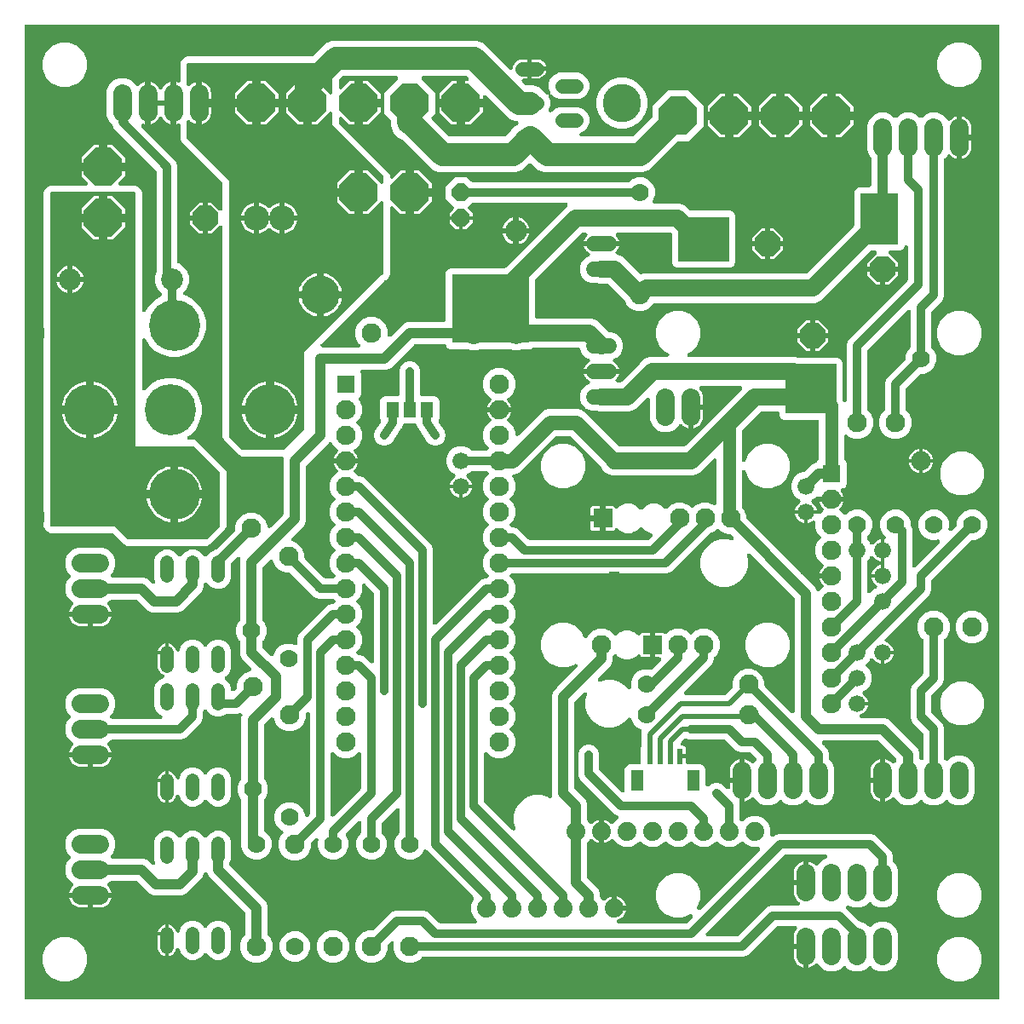
<source format=gtl>
G04 EAGLE Gerber RS-274X export*
G75*
%MOMM*%
%FSLAX34Y34*%
%LPD*%
%INTop Copper*%
%IPPOS*%
%AMOC8*
5,1,8,0,0,1.08239X$1,22.5*%
G01*
%ADD10R,3.810000X5.080000*%
%ADD11R,7.620000X6.858000*%
%ADD12R,5.080000X4.953000*%
%ADD13R,5.080000X4.445000*%
%ADD14C,1.778000*%
%ADD15C,1.930400*%
%ADD16R,1.778000X1.778000*%
%ADD17P,4.123906X8X22.500000*%
%ADD18C,1.879600*%
%ADD19C,5.080000*%
%ADD20C,1.320800*%
%ADD21C,2.184400*%
%ADD22C,3.810000*%
%ADD23C,1.524000*%
%ADD24P,1.924489X8X292.500000*%
%ADD25C,1.676400*%
%ADD26C,2.540000*%
%ADD27P,2.749271X8X112.500000*%
%ADD28P,2.749271X8X292.500000*%
%ADD29P,2.749271X8X22.500000*%
%ADD30P,2.749271X8X202.500000*%
%ADD31C,1.879600*%
%ADD32R,1.930400X1.930400*%
%ADD33R,0.600000X1.550000*%
%ADD34R,1.200000X2.000000*%
%ADD35C,1.408000*%
%ADD36R,1.300000X1.500000*%
%ADD37R,1.006400X1.006400*%
%ADD38C,0.812800*%
%ADD39C,1.422400*%
%ADD40C,1.676400*%
%ADD41C,1.270000*%
%ADD42C,1.016000*%
%ADD43C,0.756400*%
%ADD44C,2.184400*%
%ADD45C,0.508000*%
%ADD46C,2.286000*%
%ADD47C,2.540000*%

G36*
X990618Y10671D02*
X990618Y10671D01*
X990636Y10669D01*
X990818Y10690D01*
X991001Y10709D01*
X991018Y10714D01*
X991035Y10716D01*
X991210Y10773D01*
X991386Y10827D01*
X991401Y10835D01*
X991418Y10841D01*
X991578Y10931D01*
X991740Y11019D01*
X991753Y11030D01*
X991769Y11039D01*
X991908Y11159D01*
X992049Y11276D01*
X992060Y11290D01*
X992074Y11302D01*
X992186Y11447D01*
X992301Y11590D01*
X992309Y11606D01*
X992320Y11620D01*
X992402Y11785D01*
X992487Y11947D01*
X992492Y11964D01*
X992500Y11981D01*
X992547Y12159D01*
X992598Y12334D01*
X992600Y12352D01*
X992604Y12369D01*
X992631Y12700D01*
X992631Y977900D01*
X992629Y977918D01*
X992631Y977936D01*
X992610Y978118D01*
X992591Y978301D01*
X992586Y978318D01*
X992584Y978335D01*
X992527Y978510D01*
X992473Y978686D01*
X992465Y978701D01*
X992459Y978718D01*
X992369Y978878D01*
X992281Y979040D01*
X992270Y979053D01*
X992261Y979069D01*
X992141Y979208D01*
X992024Y979349D01*
X992010Y979360D01*
X991998Y979374D01*
X991853Y979486D01*
X991710Y979601D01*
X991694Y979609D01*
X991680Y979620D01*
X991515Y979702D01*
X991353Y979787D01*
X991336Y979792D01*
X991320Y979800D01*
X991141Y979847D01*
X990966Y979898D01*
X990948Y979900D01*
X990931Y979904D01*
X990600Y979931D01*
X25400Y979931D01*
X25382Y979929D01*
X25364Y979931D01*
X25182Y979910D01*
X24999Y979891D01*
X24982Y979886D01*
X24965Y979884D01*
X24790Y979827D01*
X24614Y979773D01*
X24599Y979765D01*
X24582Y979759D01*
X24422Y979669D01*
X24260Y979581D01*
X24247Y979570D01*
X24231Y979561D01*
X24092Y979441D01*
X23951Y979324D01*
X23940Y979310D01*
X23927Y979298D01*
X23814Y979153D01*
X23699Y979010D01*
X23691Y978994D01*
X23680Y978980D01*
X23598Y978815D01*
X23513Y978653D01*
X23508Y978636D01*
X23500Y978620D01*
X23453Y978441D01*
X23402Y978266D01*
X23400Y978248D01*
X23396Y978231D01*
X23369Y977900D01*
X23369Y12700D01*
X23371Y12682D01*
X23369Y12664D01*
X23390Y12482D01*
X23409Y12299D01*
X23414Y12282D01*
X23416Y12265D01*
X23473Y12090D01*
X23527Y11914D01*
X23535Y11899D01*
X23541Y11882D01*
X23631Y11722D01*
X23719Y11560D01*
X23730Y11547D01*
X23739Y11531D01*
X23859Y11392D01*
X23976Y11251D01*
X23990Y11240D01*
X24002Y11227D01*
X24147Y11114D01*
X24290Y10999D01*
X24306Y10991D01*
X24320Y10980D01*
X24485Y10898D01*
X24647Y10813D01*
X24664Y10808D01*
X24681Y10800D01*
X24859Y10753D01*
X25034Y10702D01*
X25052Y10700D01*
X25069Y10696D01*
X25400Y10669D01*
X990600Y10669D01*
X990618Y10671D01*
G37*
%LPC*%
G36*
X822418Y38607D02*
X822418Y38607D01*
X816723Y40966D01*
X812364Y45325D01*
X812310Y45456D01*
X812304Y45468D01*
X812300Y45481D01*
X812209Y45644D01*
X812120Y45811D01*
X812111Y45821D01*
X812105Y45833D01*
X811983Y45976D01*
X811863Y46121D01*
X811853Y46130D01*
X811844Y46140D01*
X811698Y46256D01*
X811551Y46375D01*
X811539Y46381D01*
X811528Y46390D01*
X811362Y46474D01*
X811194Y46562D01*
X811181Y46566D01*
X811169Y46572D01*
X810988Y46622D01*
X810808Y46675D01*
X810794Y46676D01*
X810781Y46680D01*
X810593Y46694D01*
X810407Y46710D01*
X810393Y46708D01*
X810380Y46709D01*
X810192Y46686D01*
X810007Y46665D01*
X809994Y46661D01*
X809980Y46659D01*
X809801Y46599D01*
X809623Y46542D01*
X809612Y46535D01*
X809599Y46531D01*
X809437Y46437D01*
X809272Y46345D01*
X809261Y46336D01*
X809250Y46330D01*
X808997Y46115D01*
X807878Y44996D01*
X806357Y43891D01*
X804683Y43038D01*
X802896Y42457D01*
X802893Y42457D01*
X802893Y62738D01*
X802891Y62756D01*
X802893Y62773D01*
X802872Y62956D01*
X802853Y63138D01*
X802848Y63155D01*
X802846Y63173D01*
X802789Y63348D01*
X802735Y63523D01*
X802727Y63539D01*
X802721Y63556D01*
X802631Y63716D01*
X802543Y63877D01*
X802532Y63891D01*
X802523Y63907D01*
X802403Y64046D01*
X802286Y64187D01*
X802272Y64198D01*
X802260Y64211D01*
X802115Y64324D01*
X801972Y64439D01*
X801956Y64447D01*
X801942Y64458D01*
X801777Y64540D01*
X801615Y64624D01*
X801598Y64629D01*
X801582Y64637D01*
X801403Y64685D01*
X801318Y64710D01*
X801265Y64872D01*
X801211Y65048D01*
X801203Y65063D01*
X801197Y65080D01*
X801107Y65240D01*
X801019Y65402D01*
X801008Y65415D01*
X800999Y65431D01*
X800879Y65570D01*
X800761Y65711D01*
X800748Y65722D01*
X800736Y65736D01*
X800591Y65848D01*
X800448Y65963D01*
X800432Y65971D01*
X800418Y65982D01*
X800253Y66064D01*
X800090Y66149D01*
X800073Y66154D01*
X800057Y66162D01*
X799879Y66209D01*
X799704Y66260D01*
X799686Y66262D01*
X799669Y66266D01*
X799338Y66293D01*
X788161Y66293D01*
X788161Y73838D01*
X788455Y75694D01*
X789036Y77481D01*
X789889Y79155D01*
X790934Y80594D01*
X790955Y80629D01*
X790974Y80653D01*
X790977Y80660D01*
X790992Y80678D01*
X791062Y80812D01*
X791138Y80942D01*
X791154Y80990D01*
X791178Y81035D01*
X791219Y81180D01*
X791268Y81322D01*
X791275Y81373D01*
X791289Y81422D01*
X791302Y81573D01*
X791321Y81722D01*
X791318Y81773D01*
X791322Y81824D01*
X791305Y81973D01*
X791295Y82123D01*
X791281Y82173D01*
X791275Y82223D01*
X791229Y82367D01*
X791189Y82512D01*
X791166Y82558D01*
X791150Y82606D01*
X791076Y82737D01*
X791009Y82872D01*
X790978Y82912D01*
X790952Y82957D01*
X790854Y83071D01*
X790762Y83189D01*
X790723Y83223D01*
X790689Y83262D01*
X790570Y83354D01*
X790456Y83452D01*
X790412Y83477D01*
X790371Y83508D01*
X790236Y83575D01*
X790105Y83649D01*
X790057Y83665D01*
X790011Y83688D01*
X789865Y83727D01*
X789722Y83773D01*
X789671Y83779D01*
X789622Y83792D01*
X789391Y83811D01*
X789322Y83819D01*
X789308Y83818D01*
X789291Y83819D01*
X772130Y83819D01*
X772104Y83817D01*
X772077Y83819D01*
X771903Y83797D01*
X771729Y83779D01*
X771704Y83772D01*
X771677Y83768D01*
X771512Y83713D01*
X771345Y83661D01*
X771321Y83648D01*
X771296Y83640D01*
X771144Y83553D01*
X770991Y83469D01*
X770970Y83452D01*
X770947Y83439D01*
X770694Y83224D01*
X742356Y54886D01*
X738621Y53339D01*
X419353Y53339D01*
X419326Y53337D01*
X419299Y53339D01*
X419125Y53317D01*
X418952Y53299D01*
X418927Y53292D01*
X418900Y53288D01*
X418734Y53233D01*
X418567Y53181D01*
X418544Y53168D01*
X418518Y53160D01*
X418367Y53073D01*
X418213Y52989D01*
X418193Y52972D01*
X418169Y52959D01*
X417916Y52744D01*
X415321Y50149D01*
X409533Y47751D01*
X403267Y47751D01*
X397479Y50149D01*
X393049Y54579D01*
X390651Y60367D01*
X390651Y66578D01*
X390650Y66587D01*
X390651Y66596D01*
X390630Y66788D01*
X390611Y66979D01*
X390609Y66987D01*
X390608Y66996D01*
X390550Y67178D01*
X390493Y67364D01*
X390489Y67371D01*
X390486Y67380D01*
X390393Y67548D01*
X390301Y67718D01*
X390296Y67724D01*
X390291Y67732D01*
X390167Y67879D01*
X390044Y68027D01*
X390037Y68032D01*
X390031Y68039D01*
X389880Y68158D01*
X389730Y68279D01*
X389722Y68283D01*
X389715Y68289D01*
X389542Y68377D01*
X389373Y68465D01*
X389364Y68467D01*
X389356Y68471D01*
X389170Y68523D01*
X388986Y68576D01*
X388977Y68577D01*
X388968Y68579D01*
X388775Y68593D01*
X388584Y68609D01*
X388576Y68608D01*
X388567Y68609D01*
X388374Y68584D01*
X388185Y68562D01*
X388176Y68559D01*
X388167Y68558D01*
X387984Y68497D01*
X387802Y68437D01*
X387794Y68433D01*
X387786Y68430D01*
X387620Y68335D01*
X387451Y68239D01*
X387444Y68233D01*
X387437Y68229D01*
X387184Y68014D01*
X384644Y65474D01*
X384627Y65454D01*
X384606Y65436D01*
X384500Y65298D01*
X384389Y65163D01*
X384376Y65139D01*
X384360Y65118D01*
X384282Y64962D01*
X384200Y64807D01*
X384192Y64781D01*
X384180Y64757D01*
X384135Y64588D01*
X384085Y64421D01*
X384083Y64395D01*
X384076Y64369D01*
X384049Y64038D01*
X384049Y60367D01*
X381651Y54579D01*
X377221Y50149D01*
X371433Y47751D01*
X365167Y47751D01*
X359379Y50149D01*
X354949Y54579D01*
X352551Y60367D01*
X352551Y66633D01*
X354949Y72421D01*
X359379Y76851D01*
X365167Y79249D01*
X368838Y79249D01*
X368864Y79251D01*
X368891Y79249D01*
X369065Y79271D01*
X369239Y79289D01*
X369264Y79296D01*
X369291Y79300D01*
X369456Y79355D01*
X369623Y79407D01*
X369647Y79420D01*
X369672Y79428D01*
X369824Y79515D01*
X369977Y79599D01*
X369998Y79616D01*
X370021Y79629D01*
X370274Y79844D01*
X387944Y97514D01*
X391679Y99061D01*
X421121Y99061D01*
X424856Y97514D01*
X435414Y86956D01*
X435434Y86939D01*
X435452Y86918D01*
X435590Y86811D01*
X435725Y86701D01*
X435749Y86688D01*
X435770Y86672D01*
X435927Y86594D01*
X436081Y86512D01*
X436106Y86504D01*
X436131Y86492D01*
X436300Y86447D01*
X436467Y86397D01*
X436493Y86395D01*
X436519Y86388D01*
X436850Y86361D01*
X471023Y86361D01*
X471031Y86362D01*
X471040Y86361D01*
X471232Y86382D01*
X471423Y86401D01*
X471432Y86403D01*
X471441Y86404D01*
X471623Y86462D01*
X471808Y86519D01*
X471816Y86523D01*
X471824Y86526D01*
X471993Y86619D01*
X472162Y86711D01*
X472169Y86716D01*
X472177Y86721D01*
X472324Y86845D01*
X472471Y86968D01*
X472477Y86975D01*
X472484Y86981D01*
X472603Y87132D01*
X472724Y87282D01*
X472728Y87290D01*
X472733Y87297D01*
X472821Y87470D01*
X472909Y87639D01*
X472912Y87648D01*
X472916Y87656D01*
X472968Y87842D01*
X473021Y88026D01*
X473021Y88035D01*
X473024Y88044D01*
X473038Y88236D01*
X473053Y88428D01*
X473052Y88436D01*
X473053Y88445D01*
X473029Y88638D01*
X473007Y88827D01*
X473004Y88836D01*
X473003Y88845D01*
X472941Y89028D01*
X472882Y89210D01*
X472877Y89218D01*
X472874Y89226D01*
X472778Y89393D01*
X472684Y89561D01*
X472678Y89568D01*
X472674Y89575D01*
X472459Y89828D01*
X469464Y92823D01*
X467105Y98518D01*
X467105Y104682D01*
X469480Y110415D01*
X469511Y110455D01*
X469628Y110597D01*
X469636Y110613D01*
X469647Y110627D01*
X469731Y110791D01*
X469816Y110953D01*
X469821Y110970D01*
X469829Y110986D01*
X469879Y111163D01*
X469931Y111339D01*
X469933Y111356D01*
X469937Y111374D01*
X469951Y111557D01*
X469967Y111740D01*
X469965Y111757D01*
X469967Y111775D01*
X469944Y111957D01*
X469924Y112140D01*
X469919Y112157D01*
X469916Y112174D01*
X469858Y112348D01*
X469803Y112524D01*
X469794Y112539D01*
X469788Y112556D01*
X469696Y112716D01*
X469608Y112876D01*
X469596Y112889D01*
X469587Y112905D01*
X469373Y113158D01*
X426330Y156200D01*
X426330Y156201D01*
X423251Y159280D01*
X423240Y159288D01*
X423232Y159299D01*
X423085Y159416D01*
X422939Y159535D01*
X422927Y159541D01*
X422917Y159550D01*
X422749Y159636D01*
X422584Y159724D01*
X422571Y159727D01*
X422559Y159734D01*
X422378Y159785D01*
X422198Y159838D01*
X422184Y159840D01*
X422171Y159843D01*
X421986Y159858D01*
X421797Y159875D01*
X421783Y159873D01*
X421770Y159874D01*
X421585Y159852D01*
X421396Y159831D01*
X421383Y159827D01*
X421370Y159826D01*
X421193Y159767D01*
X421013Y159710D01*
X421001Y159703D01*
X420988Y159699D01*
X420825Y159606D01*
X420660Y159515D01*
X420650Y159506D01*
X420638Y159500D01*
X420496Y159376D01*
X420353Y159255D01*
X420345Y159244D01*
X420335Y159235D01*
X420220Y159086D01*
X420104Y158939D01*
X420098Y158927D01*
X420089Y158916D01*
X419938Y158621D01*
X419105Y156611D01*
X414889Y152395D01*
X409381Y150113D01*
X403419Y150113D01*
X397911Y152395D01*
X393695Y156611D01*
X391413Y162119D01*
X391413Y168081D01*
X393695Y173589D01*
X395644Y175539D01*
X395661Y175559D01*
X395682Y175577D01*
X395789Y175715D01*
X395899Y175850D01*
X395912Y175874D01*
X395928Y175895D01*
X396006Y176052D01*
X396088Y176206D01*
X396096Y176232D01*
X396108Y176256D01*
X396153Y176425D01*
X396203Y176592D01*
X396205Y176618D01*
X396212Y176644D01*
X396239Y176975D01*
X396239Y199166D01*
X396238Y199175D01*
X396239Y199184D01*
X396218Y199376D01*
X396199Y199567D01*
X396197Y199575D01*
X396196Y199584D01*
X396138Y199767D01*
X396081Y199952D01*
X396077Y199959D01*
X396074Y199968D01*
X395982Y200136D01*
X395889Y200306D01*
X395884Y200312D01*
X395879Y200320D01*
X395755Y200467D01*
X395632Y200615D01*
X395625Y200620D01*
X395619Y200627D01*
X395467Y200747D01*
X395318Y200867D01*
X395310Y200871D01*
X395303Y200877D01*
X395130Y200965D01*
X394961Y201053D01*
X394952Y201055D01*
X394944Y201059D01*
X394758Y201111D01*
X394574Y201164D01*
X394565Y201165D01*
X394556Y201167D01*
X394363Y201181D01*
X394172Y201197D01*
X394164Y201196D01*
X394155Y201197D01*
X393962Y201172D01*
X393773Y201150D01*
X393764Y201147D01*
X393755Y201146D01*
X393572Y201085D01*
X393390Y201025D01*
X393382Y201021D01*
X393374Y201018D01*
X393207Y200922D01*
X393039Y200827D01*
X393032Y200821D01*
X393025Y200817D01*
X392772Y200602D01*
X379056Y186886D01*
X379039Y186866D01*
X379018Y186848D01*
X378911Y186710D01*
X378801Y186575D01*
X378788Y186551D01*
X378772Y186530D01*
X378694Y186373D01*
X378612Y186219D01*
X378604Y186194D01*
X378592Y186169D01*
X378547Y186000D01*
X378497Y185833D01*
X378495Y185807D01*
X378488Y185781D01*
X378461Y185450D01*
X378461Y176975D01*
X378463Y176948D01*
X378461Y176922D01*
X378483Y176748D01*
X378501Y176574D01*
X378508Y176549D01*
X378512Y176522D01*
X378568Y176356D01*
X378619Y176190D01*
X378632Y176166D01*
X378640Y176141D01*
X378727Y175989D01*
X378811Y175835D01*
X378828Y175815D01*
X378841Y175792D01*
X379056Y175539D01*
X381005Y173589D01*
X383287Y168081D01*
X383287Y162119D01*
X381005Y156611D01*
X376789Y152395D01*
X371281Y150113D01*
X365319Y150113D01*
X359811Y152395D01*
X355595Y156611D01*
X353313Y162119D01*
X353313Y168081D01*
X355595Y173589D01*
X357544Y175539D01*
X357561Y175559D01*
X357582Y175577D01*
X357689Y175715D01*
X357799Y175850D01*
X357812Y175874D01*
X357828Y175895D01*
X357906Y176052D01*
X357988Y176206D01*
X357996Y176232D01*
X358008Y176256D01*
X358053Y176425D01*
X358103Y176592D01*
X358105Y176618D01*
X358112Y176644D01*
X358139Y176975D01*
X358139Y186466D01*
X358138Y186475D01*
X358139Y186484D01*
X358118Y186677D01*
X358099Y186867D01*
X358097Y186875D01*
X358096Y186884D01*
X358037Y187069D01*
X357981Y187252D01*
X357977Y187259D01*
X357974Y187268D01*
X357881Y187436D01*
X357789Y187606D01*
X357784Y187612D01*
X357779Y187620D01*
X357655Y187767D01*
X357532Y187915D01*
X357525Y187920D01*
X357519Y187927D01*
X357367Y188047D01*
X357218Y188167D01*
X357210Y188171D01*
X357203Y188177D01*
X357030Y188265D01*
X356861Y188353D01*
X356852Y188355D01*
X356844Y188359D01*
X356658Y188411D01*
X356474Y188464D01*
X356465Y188465D01*
X356456Y188467D01*
X356263Y188481D01*
X356072Y188497D01*
X356064Y188496D01*
X356055Y188497D01*
X355862Y188472D01*
X355673Y188450D01*
X355664Y188447D01*
X355655Y188446D01*
X355473Y188385D01*
X355290Y188325D01*
X355282Y188321D01*
X355274Y188318D01*
X355105Y188221D01*
X354939Y188127D01*
X354932Y188121D01*
X354925Y188117D01*
X354672Y187902D01*
X343068Y176299D01*
X343057Y176285D01*
X343043Y176273D01*
X342929Y176129D01*
X342813Y175987D01*
X342805Y175972D01*
X342794Y175958D01*
X342710Y175793D01*
X342625Y175632D01*
X342619Y175615D01*
X342611Y175599D01*
X342562Y175421D01*
X342510Y175246D01*
X342508Y175228D01*
X342503Y175211D01*
X342490Y175028D01*
X342473Y174845D01*
X342475Y174827D01*
X342474Y174809D01*
X342497Y174627D01*
X342517Y174444D01*
X342522Y174427D01*
X342524Y174410D01*
X342583Y174236D01*
X342638Y174061D01*
X342647Y174045D01*
X342653Y174028D01*
X342744Y173869D01*
X342833Y173708D01*
X342845Y173695D01*
X342854Y173679D01*
X342882Y173646D01*
X345187Y168081D01*
X345187Y162119D01*
X342905Y156611D01*
X338689Y152395D01*
X333181Y150113D01*
X327219Y150113D01*
X321711Y152395D01*
X317495Y156611D01*
X315213Y162119D01*
X315213Y168081D01*
X315380Y168484D01*
X315382Y168489D01*
X315384Y168493D01*
X315440Y168681D01*
X315497Y168870D01*
X315497Y168874D01*
X315498Y168878D01*
X315516Y169076D01*
X315535Y169271D01*
X315534Y169275D01*
X315535Y169279D01*
X315514Y169472D01*
X315493Y169671D01*
X315492Y169675D01*
X315491Y169680D01*
X315433Y169864D01*
X315373Y170055D01*
X315371Y170059D01*
X315370Y170064D01*
X315277Y170232D01*
X315180Y170409D01*
X315177Y170412D01*
X315175Y170416D01*
X315050Y170564D01*
X314921Y170717D01*
X314917Y170720D01*
X314915Y170723D01*
X314763Y170843D01*
X314606Y170968D01*
X314602Y170970D01*
X314599Y170972D01*
X314423Y171062D01*
X314248Y171152D01*
X314244Y171153D01*
X314240Y171155D01*
X314048Y171208D01*
X313861Y171261D01*
X313856Y171262D01*
X313852Y171263D01*
X313651Y171278D01*
X313459Y171292D01*
X313455Y171292D01*
X313450Y171292D01*
X313252Y171267D01*
X313060Y171244D01*
X313055Y171242D01*
X313051Y171242D01*
X312866Y171180D01*
X312677Y171117D01*
X312673Y171115D01*
X312669Y171114D01*
X312499Y171015D01*
X312328Y170918D01*
X312324Y170915D01*
X312320Y170913D01*
X312067Y170698D01*
X308444Y167074D01*
X308427Y167054D01*
X308406Y167036D01*
X308300Y166899D01*
X308189Y166763D01*
X308176Y166739D01*
X308160Y166718D01*
X308082Y166562D01*
X308000Y166407D01*
X307992Y166381D01*
X307980Y166357D01*
X307935Y166188D01*
X307885Y166021D01*
X307883Y165995D01*
X307876Y165969D01*
X307849Y165638D01*
X307849Y161967D01*
X305451Y156179D01*
X301021Y151749D01*
X295233Y149351D01*
X288967Y149351D01*
X283179Y151749D01*
X278749Y156179D01*
X276351Y161967D01*
X276351Y168233D01*
X278749Y174021D01*
X280102Y175374D01*
X280110Y175384D01*
X280121Y175393D01*
X280238Y175540D01*
X280357Y175686D01*
X280363Y175697D01*
X280372Y175708D01*
X280458Y175875D01*
X280546Y176041D01*
X280549Y176054D01*
X280556Y176066D01*
X280607Y176246D01*
X280660Y176427D01*
X280662Y176441D01*
X280665Y176453D01*
X280680Y176639D01*
X280697Y176828D01*
X280695Y176842D01*
X280696Y176855D01*
X280674Y177039D01*
X280653Y177228D01*
X280649Y177241D01*
X280648Y177254D01*
X280589Y177431D01*
X280532Y177612D01*
X280525Y177624D01*
X280521Y177637D01*
X280428Y177800D01*
X280337Y177965D01*
X280329Y177975D01*
X280322Y177986D01*
X280198Y178129D01*
X280077Y178272D01*
X280066Y178280D01*
X280057Y178290D01*
X279909Y178404D01*
X279761Y178521D01*
X279749Y178527D01*
X279738Y178535D01*
X279443Y178687D01*
X278531Y179065D01*
X274315Y183281D01*
X272033Y188789D01*
X272033Y194751D01*
X274315Y200259D01*
X278531Y204475D01*
X284039Y206757D01*
X290001Y206757D01*
X295509Y204475D01*
X299725Y200259D01*
X302007Y194751D01*
X302007Y194280D01*
X302008Y194271D01*
X302007Y194262D01*
X302028Y194070D01*
X302047Y193879D01*
X302049Y193871D01*
X302050Y193862D01*
X302108Y193680D01*
X302165Y193494D01*
X302169Y193487D01*
X302172Y193478D01*
X302266Y193308D01*
X302357Y193140D01*
X302362Y193134D01*
X302367Y193126D01*
X302492Y192978D01*
X302614Y192831D01*
X302621Y192826D01*
X302627Y192819D01*
X302778Y192700D01*
X302928Y192579D01*
X302936Y192575D01*
X302943Y192569D01*
X303114Y192482D01*
X303285Y192393D01*
X303294Y192391D01*
X303302Y192387D01*
X303488Y192335D01*
X303672Y192282D01*
X303681Y192281D01*
X303690Y192279D01*
X303882Y192265D01*
X304074Y192249D01*
X304082Y192250D01*
X304091Y192249D01*
X304284Y192274D01*
X304473Y192296D01*
X304482Y192299D01*
X304491Y192300D01*
X304674Y192361D01*
X304856Y192421D01*
X304864Y192425D01*
X304872Y192428D01*
X305038Y192523D01*
X305207Y192619D01*
X305214Y192625D01*
X305221Y192629D01*
X305474Y192844D01*
X306744Y194114D01*
X306761Y194135D01*
X306782Y194152D01*
X306888Y194290D01*
X306999Y194425D01*
X307012Y194449D01*
X307028Y194470D01*
X307106Y194626D01*
X307188Y194781D01*
X307196Y194807D01*
X307208Y194831D01*
X307253Y195000D01*
X307303Y195167D01*
X307305Y195193D01*
X307312Y195219D01*
X307339Y195550D01*
X307339Y294416D01*
X307338Y294425D01*
X307339Y294434D01*
X307318Y294627D01*
X307299Y294817D01*
X307297Y294825D01*
X307296Y294834D01*
X307237Y295019D01*
X307181Y295202D01*
X307177Y295209D01*
X307174Y295218D01*
X307081Y295386D01*
X306989Y295556D01*
X306984Y295562D01*
X306979Y295570D01*
X306855Y295717D01*
X306732Y295865D01*
X306725Y295870D01*
X306719Y295877D01*
X306567Y295997D01*
X306418Y296117D01*
X306410Y296121D01*
X306403Y296127D01*
X306230Y296215D01*
X306061Y296303D01*
X306052Y296305D01*
X306044Y296309D01*
X305858Y296361D01*
X305674Y296414D01*
X305665Y296415D01*
X305656Y296417D01*
X305463Y296431D01*
X305272Y296447D01*
X305264Y296446D01*
X305255Y296447D01*
X305062Y296422D01*
X304873Y296400D01*
X304864Y296397D01*
X304855Y296396D01*
X304673Y296335D01*
X304490Y296275D01*
X304482Y296271D01*
X304474Y296268D01*
X304307Y296172D01*
X304139Y296077D01*
X304132Y296071D01*
X304125Y296067D01*
X303872Y295852D01*
X303364Y295344D01*
X303347Y295324D01*
X303326Y295306D01*
X303219Y295168D01*
X303109Y295033D01*
X303096Y295009D01*
X303080Y294988D01*
X303002Y294831D01*
X302920Y294677D01*
X302912Y294652D01*
X302900Y294627D01*
X302855Y294458D01*
X302805Y294291D01*
X302803Y294265D01*
X302796Y294239D01*
X302769Y293908D01*
X302769Y290237D01*
X300371Y284449D01*
X295941Y280019D01*
X290153Y277621D01*
X283887Y277621D01*
X278099Y280019D01*
X273669Y284449D01*
X271460Y289782D01*
X271454Y289794D01*
X271450Y289806D01*
X271358Y289972D01*
X271270Y290137D01*
X271261Y290147D01*
X271255Y290159D01*
X271133Y290302D01*
X271013Y290447D01*
X271003Y290456D01*
X270994Y290466D01*
X270848Y290581D01*
X270701Y290701D01*
X270689Y290707D01*
X270678Y290715D01*
X270511Y290800D01*
X270344Y290888D01*
X270331Y290892D01*
X270319Y290898D01*
X270139Y290948D01*
X269958Y291001D01*
X269945Y291002D01*
X269932Y291006D01*
X269743Y291019D01*
X269557Y291036D01*
X269544Y291034D01*
X269530Y291035D01*
X269342Y291011D01*
X269157Y290990D01*
X269144Y290986D01*
X269131Y290985D01*
X268952Y290925D01*
X268773Y290867D01*
X268762Y290861D01*
X268749Y290856D01*
X268586Y290762D01*
X268422Y290671D01*
X268412Y290662D01*
X268400Y290655D01*
X268147Y290441D01*
X261962Y284255D01*
X261945Y284235D01*
X261924Y284217D01*
X261817Y284079D01*
X261707Y283944D01*
X261694Y283920D01*
X261678Y283899D01*
X261600Y283742D01*
X261518Y283588D01*
X261510Y283563D01*
X261498Y283539D01*
X261453Y283369D01*
X261403Y283202D01*
X261401Y283176D01*
X261394Y283150D01*
X261367Y282819D01*
X261367Y230569D01*
X261369Y230543D01*
X261367Y230516D01*
X261389Y230342D01*
X261407Y230168D01*
X261414Y230143D01*
X261418Y230116D01*
X261473Y229951D01*
X261525Y229784D01*
X261538Y229760D01*
X261546Y229735D01*
X261633Y229583D01*
X261717Y229430D01*
X261734Y229409D01*
X261747Y229386D01*
X261962Y229133D01*
X262895Y228199D01*
X265177Y222691D01*
X265177Y216729D01*
X262895Y211221D01*
X261962Y210287D01*
X261945Y210267D01*
X261924Y210249D01*
X261817Y210111D01*
X261707Y209976D01*
X261694Y209952D01*
X261678Y209931D01*
X261600Y209774D01*
X261518Y209620D01*
X261510Y209595D01*
X261498Y209570D01*
X261453Y209401D01*
X261403Y209234D01*
X261401Y209208D01*
X261394Y209182D01*
X261367Y208851D01*
X261367Y179627D01*
X261369Y179605D01*
X261367Y179583D01*
X261389Y179405D01*
X261407Y179227D01*
X261413Y179205D01*
X261416Y179183D01*
X261472Y179012D01*
X261525Y178842D01*
X261535Y178822D01*
X261542Y178801D01*
X261631Y178645D01*
X261717Y178488D01*
X261731Y178471D01*
X261742Y178451D01*
X261860Y178316D01*
X261974Y178179D01*
X261992Y178165D01*
X262006Y178148D01*
X262149Y178038D01*
X262288Y177926D01*
X262308Y177916D01*
X262326Y177902D01*
X262462Y177832D01*
X266705Y173589D01*
X268987Y168081D01*
X268987Y162119D01*
X266705Y156611D01*
X262489Y152395D01*
X256981Y150113D01*
X251019Y150113D01*
X245511Y152395D01*
X241295Y156611D01*
X239013Y162119D01*
X239013Y208851D01*
X239011Y208877D01*
X239013Y208904D01*
X238991Y209078D01*
X238973Y209252D01*
X238966Y209277D01*
X238962Y209304D01*
X238907Y209469D01*
X238855Y209636D01*
X238842Y209660D01*
X238834Y209685D01*
X238747Y209837D01*
X238663Y209990D01*
X238646Y210011D01*
X238633Y210034D01*
X238418Y210287D01*
X237485Y211221D01*
X235203Y216729D01*
X235203Y222691D01*
X237485Y228199D01*
X238418Y229133D01*
X238435Y229153D01*
X238456Y229171D01*
X238563Y229309D01*
X238673Y229444D01*
X238686Y229468D01*
X238702Y229489D01*
X238780Y229646D01*
X238862Y229800D01*
X238870Y229825D01*
X238882Y229850D01*
X238927Y230019D01*
X238977Y230186D01*
X238979Y230212D01*
X238986Y230238D01*
X239013Y230569D01*
X239013Y290513D01*
X239886Y292619D01*
X239888Y292628D01*
X239892Y292636D01*
X239947Y292821D01*
X240002Y293005D01*
X240003Y293014D01*
X240005Y293022D01*
X240022Y293213D01*
X240040Y293406D01*
X240039Y293414D01*
X240040Y293423D01*
X240018Y293615D01*
X239999Y293806D01*
X239996Y293814D01*
X239995Y293823D01*
X239936Y294008D01*
X239879Y294190D01*
X239875Y294198D01*
X239872Y294207D01*
X239777Y294376D01*
X239685Y294544D01*
X239680Y294550D01*
X239675Y294558D01*
X239550Y294704D01*
X239426Y294852D01*
X239419Y294857D01*
X239414Y294864D01*
X239261Y294983D01*
X239112Y295103D01*
X239104Y295107D01*
X239097Y295112D01*
X238923Y295199D01*
X238753Y295287D01*
X238745Y295289D01*
X238737Y295293D01*
X238549Y295344D01*
X238366Y295396D01*
X238357Y295397D01*
X238348Y295399D01*
X238154Y295413D01*
X237965Y295427D01*
X237956Y295426D01*
X237947Y295427D01*
X237753Y295402D01*
X237565Y295379D01*
X237557Y295376D01*
X237548Y295375D01*
X237232Y295273D01*
X235701Y294639D01*
X224542Y294639D01*
X224516Y294637D01*
X224489Y294639D01*
X224315Y294617D01*
X224142Y294599D01*
X224116Y294592D01*
X224089Y294588D01*
X223924Y294533D01*
X223757Y294481D01*
X223733Y294468D01*
X223708Y294460D01*
X223556Y294373D01*
X223403Y294289D01*
X223382Y294272D01*
X223359Y294259D01*
X223106Y294044D01*
X223094Y294033D01*
X220250Y292855D01*
X220250Y292854D01*
X218426Y292099D01*
X213374Y292099D01*
X208706Y294033D01*
X205133Y297606D01*
X205077Y297741D01*
X205072Y297749D01*
X205070Y297758D01*
X204978Y297925D01*
X204887Y298096D01*
X204881Y298103D01*
X204876Y298111D01*
X204753Y298257D01*
X204630Y298407D01*
X204623Y298412D01*
X204617Y298419D01*
X204467Y298539D01*
X204318Y298660D01*
X204310Y298664D01*
X204303Y298670D01*
X204133Y298757D01*
X203961Y298847D01*
X203952Y298850D01*
X203944Y298854D01*
X203761Y298906D01*
X203575Y298960D01*
X203566Y298961D01*
X203557Y298964D01*
X203366Y298978D01*
X203173Y298995D01*
X203165Y298994D01*
X203156Y298995D01*
X202965Y298972D01*
X202773Y298950D01*
X202765Y298947D01*
X202756Y298946D01*
X202574Y298886D01*
X202390Y298827D01*
X202382Y298822D01*
X202374Y298820D01*
X202206Y298724D01*
X202039Y298630D01*
X202032Y298625D01*
X202024Y298620D01*
X201878Y298493D01*
X201733Y298369D01*
X201727Y298362D01*
X201720Y298356D01*
X201603Y298203D01*
X201484Y298052D01*
X201480Y298044D01*
X201475Y298036D01*
X201323Y297741D01*
X201267Y297606D01*
X201256Y297594D01*
X201239Y297573D01*
X201218Y297556D01*
X201111Y297418D01*
X201001Y297283D01*
X200988Y297259D01*
X200972Y297238D01*
X200894Y297081D01*
X200812Y296927D01*
X200804Y296901D01*
X200792Y296877D01*
X200747Y296708D01*
X200697Y296541D01*
X200695Y296514D01*
X200688Y296489D01*
X200661Y296158D01*
X200661Y290079D01*
X199114Y286344D01*
X183556Y270786D01*
X179821Y269239D01*
X110892Y269239D01*
X110865Y269237D01*
X110838Y269239D01*
X110664Y269217D01*
X110491Y269199D01*
X110465Y269192D01*
X110439Y269188D01*
X110273Y269133D01*
X110106Y269081D01*
X110082Y269068D01*
X110057Y269060D01*
X109905Y268973D01*
X109752Y268889D01*
X109731Y268872D01*
X109708Y268859D01*
X109455Y268644D01*
X107075Y266264D01*
X106944Y266210D01*
X106932Y266204D01*
X106919Y266200D01*
X106755Y266109D01*
X106589Y266020D01*
X106579Y266011D01*
X106567Y266005D01*
X106424Y265883D01*
X106279Y265763D01*
X106270Y265753D01*
X106260Y265744D01*
X106144Y265597D01*
X106025Y265451D01*
X106019Y265439D01*
X106010Y265428D01*
X105925Y265261D01*
X105838Y265094D01*
X105834Y265081D01*
X105828Y265069D01*
X105777Y264886D01*
X105725Y264708D01*
X105724Y264695D01*
X105720Y264681D01*
X105706Y264492D01*
X105690Y264307D01*
X105692Y264293D01*
X105691Y264280D01*
X105714Y264092D01*
X105735Y263907D01*
X105739Y263894D01*
X105741Y263881D01*
X105801Y263703D01*
X105858Y263523D01*
X105865Y263512D01*
X105869Y263499D01*
X105963Y263336D01*
X106055Y263172D01*
X106064Y263162D01*
X106070Y263150D01*
X106285Y262897D01*
X107404Y261778D01*
X108509Y260257D01*
X109362Y258583D01*
X109943Y256796D01*
X109943Y256793D01*
X89662Y256793D01*
X89644Y256791D01*
X89627Y256793D01*
X89444Y256772D01*
X89262Y256753D01*
X89245Y256748D01*
X89227Y256746D01*
X89052Y256689D01*
X88902Y256643D01*
X88890Y256649D01*
X88873Y256654D01*
X88857Y256662D01*
X88679Y256709D01*
X88504Y256760D01*
X88486Y256762D01*
X88469Y256766D01*
X88138Y256793D01*
X67857Y256793D01*
X67857Y256796D01*
X68438Y258583D01*
X69291Y260257D01*
X70396Y261778D01*
X71515Y262897D01*
X71524Y262907D01*
X71534Y262916D01*
X71651Y263063D01*
X71770Y263208D01*
X71776Y263220D01*
X71785Y263231D01*
X71871Y263399D01*
X71959Y263564D01*
X71963Y263577D01*
X71969Y263589D01*
X72020Y263770D01*
X72074Y263950D01*
X72075Y263963D01*
X72078Y263976D01*
X72093Y264163D01*
X72110Y264351D01*
X72108Y264365D01*
X72109Y264378D01*
X72087Y264563D01*
X72067Y264751D01*
X72062Y264764D01*
X72061Y264777D01*
X72002Y264955D01*
X71945Y265135D01*
X71938Y265147D01*
X71934Y265160D01*
X71841Y265323D01*
X71750Y265487D01*
X71742Y265498D01*
X71735Y265509D01*
X71611Y265652D01*
X71490Y265794D01*
X71479Y265803D01*
X71470Y265813D01*
X71321Y265928D01*
X71174Y266044D01*
X71162Y266050D01*
X71151Y266058D01*
X70856Y266210D01*
X70725Y266264D01*
X66366Y270623D01*
X64007Y276318D01*
X64007Y282482D01*
X66366Y288177D01*
X68853Y290664D01*
X68864Y290677D01*
X68878Y290689D01*
X68992Y290833D01*
X69108Y290975D01*
X69116Y290991D01*
X69127Y291005D01*
X69211Y291169D01*
X69297Y291331D01*
X69302Y291348D01*
X69310Y291364D01*
X69359Y291541D01*
X69411Y291717D01*
X69413Y291735D01*
X69418Y291752D01*
X69431Y291935D01*
X69448Y292118D01*
X69446Y292136D01*
X69447Y292153D01*
X69424Y292335D01*
X69404Y292518D01*
X69399Y292535D01*
X69397Y292553D01*
X69338Y292726D01*
X69283Y292902D01*
X69274Y292918D01*
X69268Y292934D01*
X69177Y293094D01*
X69088Y293254D01*
X69076Y293268D01*
X69068Y293283D01*
X68853Y293536D01*
X66366Y296023D01*
X64007Y301718D01*
X64007Y307882D01*
X66366Y313577D01*
X70725Y317936D01*
X76420Y320295D01*
X101380Y320295D01*
X107075Y317936D01*
X111434Y313577D01*
X113793Y307882D01*
X113793Y301718D01*
X111434Y296023D01*
X108947Y293536D01*
X108936Y293522D01*
X108922Y293511D01*
X108808Y293367D01*
X108692Y293225D01*
X108684Y293209D01*
X108673Y293195D01*
X108589Y293031D01*
X108503Y292869D01*
X108498Y292852D01*
X108490Y292836D01*
X108441Y292659D01*
X108389Y292483D01*
X108387Y292465D01*
X108382Y292448D01*
X108369Y292265D01*
X108352Y292082D01*
X108354Y292064D01*
X108353Y292047D01*
X108376Y291865D01*
X108396Y291682D01*
X108401Y291665D01*
X108403Y291647D01*
X108462Y291474D01*
X108517Y291298D01*
X108526Y291282D01*
X108532Y291266D01*
X108624Y291106D01*
X108712Y290946D01*
X108724Y290932D01*
X108733Y290917D01*
X108947Y290664D01*
X109455Y290156D01*
X109476Y290139D01*
X109493Y290118D01*
X109632Y290011D01*
X109767Y289901D01*
X109790Y289888D01*
X109811Y289872D01*
X109968Y289794D01*
X110122Y289712D01*
X110148Y289704D01*
X110172Y289692D01*
X110341Y289647D01*
X110508Y289597D01*
X110535Y289595D01*
X110561Y289588D01*
X110892Y289561D01*
X158490Y289561D01*
X158495Y289561D01*
X158499Y289561D01*
X158694Y289581D01*
X158891Y289601D01*
X158895Y289602D01*
X158900Y289602D01*
X159088Y289661D01*
X159276Y289719D01*
X159280Y289721D01*
X159284Y289722D01*
X159459Y289818D01*
X159630Y289911D01*
X159633Y289913D01*
X159637Y289916D01*
X159790Y290044D01*
X159939Y290168D01*
X159942Y290172D01*
X159946Y290175D01*
X160070Y290331D01*
X160192Y290482D01*
X160194Y290486D01*
X160197Y290489D01*
X160289Y290670D01*
X160377Y290839D01*
X160378Y290844D01*
X160380Y290848D01*
X160434Y291038D01*
X160489Y291226D01*
X160489Y291231D01*
X160490Y291235D01*
X160505Y291427D01*
X160521Y291628D01*
X160521Y291632D01*
X160521Y291636D01*
X160498Y291830D01*
X160475Y292027D01*
X160473Y292032D01*
X160473Y292036D01*
X160412Y292218D01*
X160350Y292410D01*
X160347Y292414D01*
X160346Y292418D01*
X160251Y292585D01*
X160152Y292761D01*
X160149Y292764D01*
X160147Y292768D01*
X160019Y292915D01*
X159889Y293065D01*
X159885Y293068D01*
X159882Y293072D01*
X159725Y293192D01*
X159571Y293312D01*
X159567Y293314D01*
X159563Y293317D01*
X159268Y293469D01*
X157906Y294033D01*
X154333Y297606D01*
X152399Y302274D01*
X152399Y320534D01*
X154333Y325202D01*
X157906Y328775D01*
X161434Y330236D01*
X161549Y330298D01*
X161668Y330352D01*
X161726Y330393D01*
X161788Y330427D01*
X161889Y330510D01*
X161996Y330586D01*
X162044Y330638D01*
X162099Y330683D01*
X162181Y330785D01*
X162270Y330880D01*
X162308Y330941D01*
X162353Y330996D01*
X162413Y331111D01*
X162482Y331223D01*
X162507Y331290D01*
X162540Y331352D01*
X162576Y331477D01*
X162622Y331600D01*
X162633Y331671D01*
X162653Y331739D01*
X162664Y331869D01*
X162684Y331998D01*
X162681Y332069D01*
X162687Y332140D01*
X162673Y332269D01*
X162667Y332400D01*
X162650Y332469D01*
X162642Y332540D01*
X162602Y332664D01*
X162571Y332791D01*
X162541Y332855D01*
X162519Y332923D01*
X162455Y333037D01*
X162400Y333156D01*
X162357Y333213D01*
X162323Y333275D01*
X162238Y333374D01*
X162160Y333479D01*
X162107Y333526D01*
X162061Y333580D01*
X161958Y333661D01*
X161861Y333749D01*
X161791Y333792D01*
X161744Y333829D01*
X161676Y333863D01*
X161578Y333923D01*
X160307Y334571D01*
X159143Y335417D01*
X158125Y336435D01*
X157279Y337599D01*
X156625Y338882D01*
X156180Y340251D01*
X155955Y341672D01*
X155955Y353569D01*
X165100Y353569D01*
X165117Y353570D01*
X165135Y353569D01*
X165318Y353590D01*
X165500Y353608D01*
X165517Y353614D01*
X165535Y353616D01*
X165710Y353673D01*
X165885Y353727D01*
X165901Y353735D01*
X165918Y353741D01*
X166078Y353831D01*
X166239Y353918D01*
X166253Y353930D01*
X166268Y353939D01*
X166408Y354059D01*
X166548Y354176D01*
X166549Y354176D01*
X166549Y354177D01*
X166560Y354190D01*
X166573Y354202D01*
X166574Y354202D01*
X166686Y354347D01*
X166801Y354490D01*
X166810Y354506D01*
X166820Y354520D01*
X166902Y354685D01*
X166987Y354848D01*
X166992Y354865D01*
X167000Y354881D01*
X167048Y355059D01*
X167098Y355235D01*
X167100Y355252D01*
X167104Y355270D01*
X167131Y355600D01*
X167131Y364537D01*
X167241Y364520D01*
X168610Y364075D01*
X169893Y363421D01*
X171057Y362575D01*
X172075Y361557D01*
X172921Y360393D01*
X173575Y359110D01*
X173910Y358080D01*
X173945Y357999D01*
X173972Y357914D01*
X174026Y357815D01*
X174071Y357711D01*
X174122Y357638D01*
X174165Y357561D01*
X174238Y357474D01*
X174303Y357382D01*
X174367Y357320D01*
X174424Y357253D01*
X174512Y357182D01*
X174594Y357104D01*
X174670Y357057D01*
X174739Y357002D01*
X174839Y356950D01*
X174935Y356890D01*
X175018Y356858D01*
X175097Y356818D01*
X175206Y356787D01*
X175311Y356747D01*
X175399Y356732D01*
X175484Y356708D01*
X175597Y356699D01*
X175709Y356681D01*
X175797Y356684D01*
X175886Y356677D01*
X175998Y356690D01*
X176111Y356694D01*
X176197Y356715D01*
X176286Y356725D01*
X176393Y356761D01*
X176503Y356787D01*
X176584Y356824D01*
X176668Y356852D01*
X176766Y356908D01*
X176869Y356955D01*
X176940Y357007D01*
X177017Y357051D01*
X177103Y357126D01*
X177194Y357192D01*
X177254Y357258D01*
X177321Y357316D01*
X177390Y357406D01*
X177466Y357489D01*
X177512Y357565D01*
X177566Y357635D01*
X177631Y357761D01*
X177675Y357833D01*
X177691Y357877D01*
X177718Y357930D01*
X179733Y362794D01*
X183306Y366367D01*
X187974Y368301D01*
X193026Y368301D01*
X197694Y366367D01*
X201267Y362794D01*
X201323Y362659D01*
X201328Y362651D01*
X201330Y362642D01*
X201423Y362473D01*
X201513Y362304D01*
X201519Y362297D01*
X201523Y362289D01*
X201647Y362142D01*
X201770Y361993D01*
X201777Y361988D01*
X201783Y361981D01*
X201933Y361861D01*
X202083Y361740D01*
X202090Y361736D01*
X202097Y361730D01*
X202269Y361642D01*
X202439Y361553D01*
X202448Y361550D01*
X202456Y361546D01*
X202641Y361493D01*
X202825Y361440D01*
X202834Y361439D01*
X202843Y361436D01*
X203035Y361421D01*
X203227Y361405D01*
X203235Y361406D01*
X203244Y361405D01*
X203436Y361429D01*
X203627Y361450D01*
X203635Y361453D01*
X203644Y361454D01*
X203827Y361514D01*
X204010Y361573D01*
X204018Y361578D01*
X204026Y361580D01*
X204191Y361674D01*
X204361Y361770D01*
X204368Y361776D01*
X204376Y361780D01*
X204520Y361905D01*
X204667Y362031D01*
X204673Y362038D01*
X204680Y362044D01*
X204798Y362198D01*
X204916Y362348D01*
X204919Y362356D01*
X204925Y362364D01*
X205077Y362659D01*
X205133Y362794D01*
X208706Y366367D01*
X213374Y368301D01*
X218426Y368301D01*
X223094Y366367D01*
X226667Y362794D01*
X228601Y358126D01*
X228601Y339866D01*
X226667Y335198D01*
X223106Y331636D01*
X223094Y331622D01*
X223081Y331611D01*
X222967Y331467D01*
X222851Y331325D01*
X222842Y331309D01*
X222831Y331295D01*
X222748Y331131D01*
X222662Y330969D01*
X222657Y330952D01*
X222649Y330936D01*
X222600Y330759D01*
X222547Y330583D01*
X222546Y330565D01*
X222541Y330548D01*
X222528Y330365D01*
X222511Y330182D01*
X222513Y330164D01*
X222512Y330147D01*
X222535Y329965D01*
X222554Y329782D01*
X222560Y329765D01*
X222562Y329747D01*
X222620Y329573D01*
X222676Y329398D01*
X222685Y329382D01*
X222690Y329366D01*
X222782Y329206D01*
X222871Y329046D01*
X222882Y329032D01*
X222891Y329017D01*
X223106Y328764D01*
X226667Y325202D01*
X228601Y320534D01*
X228601Y318994D01*
X228602Y318985D01*
X228601Y318976D01*
X228622Y318783D01*
X228641Y318593D01*
X228643Y318585D01*
X228644Y318576D01*
X228703Y318391D01*
X228759Y318208D01*
X228763Y318201D01*
X228766Y318192D01*
X228859Y318024D01*
X228951Y317854D01*
X228956Y317848D01*
X228961Y317840D01*
X229085Y317693D01*
X229208Y317545D01*
X229215Y317540D01*
X229221Y317533D01*
X229373Y317413D01*
X229522Y317293D01*
X229530Y317289D01*
X229537Y317283D01*
X229710Y317195D01*
X229879Y317107D01*
X229888Y317105D01*
X229896Y317101D01*
X230082Y317049D01*
X230266Y316996D01*
X230275Y316995D01*
X230284Y316993D01*
X230477Y316979D01*
X230668Y316963D01*
X230676Y316964D01*
X230685Y316963D01*
X230878Y316988D01*
X231067Y317010D01*
X231076Y317013D01*
X231085Y317014D01*
X231267Y317075D01*
X231450Y317135D01*
X231458Y317139D01*
X231466Y317142D01*
X231633Y317238D01*
X231801Y317333D01*
X231808Y317339D01*
X231815Y317343D01*
X232068Y317558D01*
X233846Y319336D01*
X233863Y319356D01*
X233884Y319374D01*
X233991Y319512D01*
X234101Y319647D01*
X234114Y319671D01*
X234130Y319692D01*
X234208Y319849D01*
X234290Y320003D01*
X234298Y320028D01*
X234310Y320053D01*
X234355Y320222D01*
X234405Y320389D01*
X234407Y320415D01*
X234414Y320441D01*
X234441Y320772D01*
X234441Y324443D01*
X236839Y330231D01*
X241269Y334661D01*
X247159Y337101D01*
X247160Y337101D01*
X247169Y337102D01*
X247353Y337160D01*
X247537Y337217D01*
X247545Y337221D01*
X247553Y337224D01*
X247721Y337316D01*
X247891Y337409D01*
X247898Y337414D01*
X247905Y337419D01*
X248052Y337543D01*
X248200Y337666D01*
X248205Y337673D01*
X248212Y337679D01*
X248332Y337831D01*
X248452Y337980D01*
X248456Y337988D01*
X248462Y337995D01*
X248550Y338168D01*
X248638Y338337D01*
X248640Y338346D01*
X248644Y338354D01*
X248696Y338540D01*
X248749Y338724D01*
X248750Y338733D01*
X248752Y338742D01*
X248766Y338935D01*
X248782Y339126D01*
X248781Y339134D01*
X248782Y339143D01*
X248758Y339335D01*
X248735Y339525D01*
X248732Y339534D01*
X248731Y339543D01*
X248670Y339725D01*
X248610Y339908D01*
X248606Y339916D01*
X248603Y339924D01*
X248507Y340091D01*
X248412Y340259D01*
X248407Y340266D01*
X248402Y340273D01*
X248187Y340526D01*
X239445Y349269D01*
X237743Y353377D01*
X237743Y366331D01*
X237741Y366357D01*
X237743Y366384D01*
X237721Y366558D01*
X237703Y366732D01*
X237696Y366757D01*
X237692Y366784D01*
X237637Y366949D01*
X237585Y367116D01*
X237572Y367140D01*
X237564Y367165D01*
X237477Y367317D01*
X237393Y367470D01*
X237376Y367491D01*
X237363Y367514D01*
X237148Y367767D01*
X236215Y368701D01*
X233933Y374209D01*
X233933Y380171D01*
X236215Y385679D01*
X237148Y386613D01*
X237165Y386633D01*
X237186Y386651D01*
X237293Y386789D01*
X237403Y386924D01*
X237416Y386948D01*
X237432Y386969D01*
X237510Y387126D01*
X237592Y387280D01*
X237600Y387305D01*
X237612Y387330D01*
X237657Y387499D01*
X237707Y387666D01*
X237709Y387692D01*
X237716Y387718D01*
X237743Y388049D01*
X237743Y447171D01*
X238129Y448103D01*
X238131Y448108D01*
X238133Y448112D01*
X238187Y448295D01*
X238246Y448489D01*
X238246Y448493D01*
X238247Y448497D01*
X238266Y448696D01*
X238284Y448890D01*
X238283Y448894D01*
X238284Y448898D01*
X238262Y449100D01*
X238242Y449290D01*
X238241Y449294D01*
X238240Y449299D01*
X238180Y449491D01*
X238122Y449674D01*
X238120Y449678D01*
X238119Y449683D01*
X238024Y449854D01*
X237929Y450028D01*
X237926Y450031D01*
X237924Y450035D01*
X237797Y450185D01*
X237670Y450336D01*
X237667Y450338D01*
X237664Y450342D01*
X237508Y450465D01*
X237355Y450587D01*
X237351Y450589D01*
X237348Y450591D01*
X237171Y450681D01*
X236997Y450771D01*
X236993Y450772D01*
X236989Y450774D01*
X236796Y450828D01*
X236610Y450880D01*
X236605Y450881D01*
X236601Y450882D01*
X236399Y450897D01*
X236208Y450911D01*
X236204Y450911D01*
X236199Y450911D01*
X235999Y450886D01*
X235809Y450863D01*
X235804Y450861D01*
X235800Y450861D01*
X235613Y450798D01*
X235426Y450736D01*
X235422Y450734D01*
X235418Y450733D01*
X235248Y450634D01*
X235077Y450537D01*
X235073Y450534D01*
X235069Y450532D01*
X234816Y450317D01*
X229196Y444696D01*
X229179Y444676D01*
X229158Y444658D01*
X229051Y444520D01*
X228941Y444385D01*
X228928Y444361D01*
X228912Y444340D01*
X228834Y444183D01*
X228752Y444029D01*
X228744Y444004D01*
X228732Y443979D01*
X228687Y443810D01*
X228637Y443643D01*
X228635Y443617D01*
X228628Y443591D01*
X228601Y443260D01*
X228601Y429274D01*
X226667Y424606D01*
X223094Y421033D01*
X218426Y419099D01*
X213374Y419099D01*
X208706Y421033D01*
X205144Y424594D01*
X205137Y424600D01*
X205132Y424607D01*
X204982Y424727D01*
X204833Y424849D01*
X204825Y424853D01*
X204818Y424859D01*
X204648Y424947D01*
X204477Y425038D01*
X204468Y425040D01*
X204461Y425045D01*
X204276Y425098D01*
X204091Y425153D01*
X204082Y425153D01*
X204074Y425156D01*
X203883Y425172D01*
X203690Y425189D01*
X203681Y425188D01*
X203672Y425189D01*
X203483Y425167D01*
X203290Y425146D01*
X203281Y425143D01*
X203273Y425142D01*
X203091Y425083D01*
X202906Y425024D01*
X202898Y425020D01*
X202890Y425017D01*
X202721Y424922D01*
X202554Y424829D01*
X202547Y424824D01*
X202539Y424819D01*
X202393Y424693D01*
X202247Y424569D01*
X202241Y424562D01*
X202234Y424556D01*
X202117Y424405D01*
X201997Y424253D01*
X201993Y424245D01*
X201988Y424238D01*
X201902Y424066D01*
X201815Y423894D01*
X201812Y423885D01*
X201808Y423877D01*
X201758Y423691D01*
X201707Y423506D01*
X201706Y423497D01*
X201704Y423489D01*
X201677Y423158D01*
X201677Y420687D01*
X199975Y416579D01*
X180321Y396925D01*
X176213Y395223D01*
X150177Y395223D01*
X146069Y396925D01*
X135665Y407328D01*
X135645Y407345D01*
X135627Y407366D01*
X135489Y407473D01*
X135354Y407583D01*
X135330Y407596D01*
X135309Y407612D01*
X135152Y407690D01*
X134998Y407772D01*
X134973Y407780D01*
X134949Y407792D01*
X134779Y407837D01*
X134612Y407887D01*
X134586Y407889D01*
X134560Y407896D01*
X134229Y407923D01*
X109876Y407923D01*
X109849Y407921D01*
X109822Y407923D01*
X109648Y407901D01*
X109475Y407883D01*
X109449Y407876D01*
X109423Y407872D01*
X109257Y407817D01*
X109090Y407765D01*
X109066Y407752D01*
X109041Y407744D01*
X108889Y407657D01*
X108736Y407573D01*
X108715Y407556D01*
X108692Y407543D01*
X108439Y407328D01*
X107075Y405964D01*
X106944Y405910D01*
X106932Y405904D01*
X106919Y405900D01*
X106755Y405809D01*
X106589Y405720D01*
X106579Y405711D01*
X106567Y405705D01*
X106424Y405583D01*
X106279Y405463D01*
X106270Y405453D01*
X106260Y405444D01*
X106144Y405297D01*
X106025Y405151D01*
X106019Y405139D01*
X106010Y405128D01*
X105925Y404961D01*
X105838Y404794D01*
X105834Y404781D01*
X105828Y404769D01*
X105777Y404587D01*
X105725Y404408D01*
X105724Y404395D01*
X105720Y404381D01*
X105706Y404192D01*
X105690Y404007D01*
X105692Y403993D01*
X105691Y403980D01*
X105714Y403792D01*
X105735Y403607D01*
X105739Y403594D01*
X105741Y403581D01*
X105801Y403403D01*
X105858Y403223D01*
X105865Y403212D01*
X105869Y403199D01*
X105963Y403035D01*
X106055Y402872D01*
X106064Y402862D01*
X106070Y402850D01*
X106285Y402597D01*
X107404Y401478D01*
X108509Y399957D01*
X109362Y398283D01*
X109943Y396496D01*
X109943Y396493D01*
X89662Y396493D01*
X89644Y396491D01*
X89627Y396493D01*
X89444Y396472D01*
X89262Y396453D01*
X89245Y396448D01*
X89227Y396446D01*
X89052Y396389D01*
X88902Y396343D01*
X88890Y396349D01*
X88873Y396354D01*
X88857Y396362D01*
X88679Y396409D01*
X88504Y396460D01*
X88486Y396462D01*
X88469Y396466D01*
X88138Y396493D01*
X67857Y396493D01*
X67857Y396496D01*
X68438Y398283D01*
X69291Y399957D01*
X70396Y401478D01*
X71515Y402597D01*
X71524Y402607D01*
X71534Y402616D01*
X71651Y402763D01*
X71770Y402908D01*
X71776Y402920D01*
X71785Y402931D01*
X71871Y403099D01*
X71959Y403264D01*
X71963Y403277D01*
X71969Y403289D01*
X72020Y403470D01*
X72074Y403650D01*
X72075Y403663D01*
X72078Y403676D01*
X72093Y403863D01*
X72110Y404051D01*
X72108Y404065D01*
X72109Y404078D01*
X72087Y404263D01*
X72067Y404451D01*
X72062Y404464D01*
X72061Y404477D01*
X72002Y404655D01*
X71945Y404835D01*
X71938Y404847D01*
X71934Y404860D01*
X71841Y405023D01*
X71750Y405187D01*
X71742Y405198D01*
X71735Y405209D01*
X71611Y405352D01*
X71490Y405494D01*
X71479Y405503D01*
X71470Y405513D01*
X71321Y405628D01*
X71174Y405744D01*
X71162Y405750D01*
X71151Y405758D01*
X70856Y405910D01*
X70725Y405964D01*
X66366Y410323D01*
X64007Y416018D01*
X64007Y422182D01*
X66366Y427877D01*
X68853Y430364D01*
X68864Y430377D01*
X68878Y430389D01*
X68992Y430533D01*
X69108Y430675D01*
X69116Y430691D01*
X69127Y430705D01*
X69211Y430869D01*
X69297Y431031D01*
X69302Y431048D01*
X69310Y431064D01*
X69359Y431241D01*
X69411Y431417D01*
X69413Y431435D01*
X69418Y431452D01*
X69431Y431635D01*
X69448Y431818D01*
X69446Y431836D01*
X69447Y431853D01*
X69424Y432035D01*
X69404Y432218D01*
X69399Y432235D01*
X69397Y432253D01*
X69338Y432426D01*
X69283Y432602D01*
X69274Y432618D01*
X69268Y432634D01*
X69177Y432794D01*
X69088Y432954D01*
X69076Y432968D01*
X69068Y432983D01*
X68853Y433236D01*
X66366Y435723D01*
X64007Y441418D01*
X64007Y447582D01*
X66366Y453277D01*
X70725Y457636D01*
X76420Y459995D01*
X101380Y459995D01*
X107075Y457636D01*
X111434Y453277D01*
X113793Y447582D01*
X113793Y441418D01*
X111434Y435723D01*
X109455Y433744D01*
X109449Y433737D01*
X109443Y433732D01*
X109322Y433582D01*
X109200Y433433D01*
X109196Y433425D01*
X109190Y433418D01*
X109102Y433248D01*
X109011Y433077D01*
X109009Y433068D01*
X109005Y433061D01*
X108952Y432876D01*
X108897Y432691D01*
X108896Y432682D01*
X108893Y432674D01*
X108878Y432483D01*
X108860Y432290D01*
X108861Y432281D01*
X108861Y432272D01*
X108883Y432083D01*
X108904Y431890D01*
X108906Y431881D01*
X108907Y431873D01*
X108967Y431691D01*
X109025Y431506D01*
X109029Y431498D01*
X109032Y431490D01*
X109127Y431321D01*
X109220Y431154D01*
X109226Y431147D01*
X109230Y431139D01*
X109356Y430993D01*
X109480Y430847D01*
X109488Y430841D01*
X109493Y430834D01*
X109645Y430717D01*
X109796Y430597D01*
X109804Y430593D01*
X109811Y430588D01*
X109984Y430502D01*
X110155Y430415D01*
X110164Y430412D01*
X110172Y430408D01*
X110358Y430358D01*
X110543Y430307D01*
X110552Y430306D01*
X110561Y430304D01*
X110891Y430277D01*
X141923Y430277D01*
X146031Y428575D01*
X150175Y424431D01*
X150179Y424428D01*
X150182Y424425D01*
X150335Y424300D01*
X150487Y424176D01*
X150491Y424174D01*
X150494Y424171D01*
X150673Y424077D01*
X150843Y423987D01*
X150847Y423986D01*
X150851Y423984D01*
X151042Y423928D01*
X151228Y423873D01*
X151233Y423872D01*
X151237Y423871D01*
X151430Y423854D01*
X151629Y423836D01*
X151634Y423837D01*
X151638Y423836D01*
X151828Y423858D01*
X152030Y423880D01*
X152034Y423881D01*
X152038Y423881D01*
X152221Y423940D01*
X152414Y424001D01*
X152418Y424003D01*
X152422Y424005D01*
X152593Y424100D01*
X152766Y424196D01*
X152769Y424199D01*
X152773Y424201D01*
X152923Y424329D01*
X153073Y424456D01*
X153076Y424460D01*
X153079Y424463D01*
X153200Y424617D01*
X153322Y424772D01*
X153324Y424776D01*
X153327Y424780D01*
X153416Y424957D01*
X153505Y425131D01*
X153506Y425135D01*
X153508Y425140D01*
X153560Y425330D01*
X153613Y425519D01*
X153613Y425524D01*
X153614Y425528D01*
X153628Y425724D01*
X153642Y425921D01*
X153642Y425925D01*
X153642Y425930D01*
X153616Y426126D01*
X153592Y426320D01*
X153590Y426324D01*
X153590Y426329D01*
X153488Y426645D01*
X152399Y429274D01*
X152399Y447534D01*
X154333Y452202D01*
X157906Y455775D01*
X162574Y457709D01*
X167626Y457709D01*
X172294Y455775D01*
X175867Y452202D01*
X175923Y452067D01*
X175928Y452059D01*
X175930Y452050D01*
X176022Y451882D01*
X176114Y451712D01*
X176119Y451705D01*
X176124Y451697D01*
X176247Y451550D01*
X176370Y451401D01*
X176377Y451396D01*
X176383Y451389D01*
X176532Y451270D01*
X176683Y451148D01*
X176691Y451143D01*
X176698Y451138D01*
X176867Y451051D01*
X177039Y450961D01*
X177048Y450958D01*
X177056Y450954D01*
X177241Y450902D01*
X177426Y450848D01*
X177434Y450847D01*
X177443Y450844D01*
X177636Y450829D01*
X177827Y450813D01*
X177836Y450814D01*
X177845Y450813D01*
X178036Y450837D01*
X178227Y450858D01*
X178235Y450861D01*
X178244Y450862D01*
X178428Y450923D01*
X178610Y450981D01*
X178618Y450986D01*
X178626Y450988D01*
X178793Y451084D01*
X178962Y451178D01*
X178968Y451184D01*
X178976Y451188D01*
X179119Y451313D01*
X179267Y451439D01*
X179273Y451447D01*
X179280Y451452D01*
X179396Y451604D01*
X179516Y451757D01*
X179520Y451765D01*
X179525Y451772D01*
X179677Y452067D01*
X179733Y452202D01*
X183306Y455775D01*
X187974Y457709D01*
X193026Y457709D01*
X197694Y455775D01*
X201267Y452202D01*
X201323Y452067D01*
X201328Y452059D01*
X201330Y452050D01*
X201422Y451882D01*
X201514Y451712D01*
X201519Y451705D01*
X201524Y451697D01*
X201647Y451551D01*
X201770Y451401D01*
X201777Y451396D01*
X201783Y451389D01*
X201933Y451269D01*
X202083Y451148D01*
X202091Y451144D01*
X202098Y451138D01*
X202270Y451050D01*
X202439Y450961D01*
X202448Y450958D01*
X202456Y450954D01*
X202642Y450901D01*
X202826Y450848D01*
X202835Y450847D01*
X202843Y450844D01*
X203035Y450829D01*
X203227Y450813D01*
X203236Y450814D01*
X203245Y450813D01*
X203437Y450837D01*
X203627Y450858D01*
X203635Y450861D01*
X203644Y450862D01*
X203828Y450923D01*
X204010Y450981D01*
X204018Y450986D01*
X204026Y450988D01*
X204194Y451084D01*
X204362Y451178D01*
X204368Y451183D01*
X204376Y451188D01*
X204521Y451314D01*
X204667Y451439D01*
X204673Y451447D01*
X204680Y451452D01*
X204795Y451603D01*
X204916Y451756D01*
X204920Y451765D01*
X204925Y451772D01*
X205077Y452067D01*
X205133Y452202D01*
X208706Y455775D01*
X213164Y457622D01*
X213191Y457636D01*
X213221Y457646D01*
X213368Y457731D01*
X213519Y457812D01*
X213543Y457832D01*
X213570Y457847D01*
X213823Y458062D01*
X232576Y476816D01*
X232593Y476836D01*
X232614Y476854D01*
X232721Y476992D01*
X232831Y477127D01*
X232844Y477151D01*
X232860Y477172D01*
X232938Y477328D01*
X233020Y477483D01*
X233028Y477508D01*
X233040Y477533D01*
X233085Y477702D01*
X233135Y477869D01*
X233137Y477895D01*
X233144Y477921D01*
X233171Y478252D01*
X233171Y481923D01*
X235569Y487711D01*
X239999Y492141D01*
X245787Y494539D01*
X252053Y494539D01*
X257841Y492141D01*
X262271Y487711D01*
X264669Y481923D01*
X264669Y481407D01*
X264670Y481398D01*
X264669Y481389D01*
X264690Y481196D01*
X264709Y481006D01*
X264711Y480998D01*
X264712Y480989D01*
X264770Y480805D01*
X264827Y480621D01*
X264831Y480614D01*
X264834Y480605D01*
X264927Y480437D01*
X265019Y480267D01*
X265024Y480261D01*
X265029Y480253D01*
X265155Y480104D01*
X265276Y479958D01*
X265283Y479953D01*
X265289Y479946D01*
X265441Y479826D01*
X265590Y479706D01*
X265598Y479702D01*
X265605Y479696D01*
X265778Y479608D01*
X265947Y479520D01*
X265956Y479518D01*
X265964Y479514D01*
X266150Y479462D01*
X266334Y479409D01*
X266343Y479408D01*
X266352Y479406D01*
X266545Y479392D01*
X266736Y479376D01*
X266744Y479377D01*
X266753Y479376D01*
X266946Y479401D01*
X267135Y479423D01*
X267144Y479426D01*
X267153Y479427D01*
X267336Y479488D01*
X267518Y479548D01*
X267526Y479552D01*
X267534Y479555D01*
X267701Y479651D01*
X267869Y479746D01*
X267876Y479751D01*
X267883Y479756D01*
X268136Y479971D01*
X280328Y492163D01*
X280345Y492183D01*
X280366Y492201D01*
X280473Y492339D01*
X280583Y492474D01*
X280596Y492498D01*
X280612Y492519D01*
X280690Y492676D01*
X280772Y492830D01*
X280780Y492855D01*
X280792Y492880D01*
X280837Y493049D01*
X280887Y493216D01*
X280889Y493242D01*
X280896Y493268D01*
X280923Y493599D01*
X280923Y548640D01*
X280921Y548658D01*
X280923Y548676D01*
X280902Y548858D01*
X280883Y549041D01*
X280878Y549058D01*
X280876Y549075D01*
X280819Y549250D01*
X280765Y549426D01*
X280757Y549441D01*
X280751Y549458D01*
X280661Y549618D01*
X280573Y549780D01*
X280562Y549793D01*
X280553Y549809D01*
X280433Y549948D01*
X280316Y550089D01*
X280302Y550100D01*
X280290Y550114D01*
X280145Y550226D01*
X280002Y550341D01*
X279986Y550349D01*
X279972Y550360D01*
X279807Y550442D01*
X279645Y550527D01*
X279628Y550532D01*
X279612Y550540D01*
X279433Y550587D01*
X279258Y550638D01*
X279240Y550640D01*
X279223Y550644D01*
X278892Y550671D01*
X239683Y550671D01*
X236695Y551909D01*
X221709Y566895D01*
X220471Y569883D01*
X220471Y778214D01*
X220470Y778223D01*
X220471Y778232D01*
X220450Y778425D01*
X220431Y778614D01*
X220429Y778623D01*
X220428Y778632D01*
X220370Y778816D01*
X220313Y778999D01*
X220309Y779007D01*
X220306Y779016D01*
X220214Y779183D01*
X220121Y779353D01*
X220116Y779360D01*
X220111Y779368D01*
X219987Y779515D01*
X219864Y779663D01*
X219857Y779668D01*
X219851Y779675D01*
X219699Y779795D01*
X219550Y779915D01*
X219542Y779919D01*
X219535Y779925D01*
X219362Y780012D01*
X219193Y780100D01*
X219184Y780103D01*
X219176Y780107D01*
X218990Y780159D01*
X218806Y780212D01*
X218797Y780213D01*
X218788Y780215D01*
X218595Y780229D01*
X218404Y780245D01*
X218396Y780244D01*
X218387Y780244D01*
X218194Y780220D01*
X218005Y780198D01*
X217996Y780195D01*
X217987Y780194D01*
X217804Y780133D01*
X217622Y780073D01*
X217614Y780069D01*
X217606Y780066D01*
X217439Y779970D01*
X217271Y779875D01*
X217264Y779869D01*
X217257Y779865D01*
X217004Y779650D01*
X209513Y772159D01*
X205739Y772159D01*
X205739Y786892D01*
X205737Y786910D01*
X205739Y786927D01*
X205718Y787110D01*
X205699Y787292D01*
X205694Y787309D01*
X205692Y787327D01*
X205667Y787405D01*
X205706Y787542D01*
X205708Y787560D01*
X205712Y787577D01*
X205739Y787908D01*
X205739Y802641D01*
X209513Y802641D01*
X217004Y795150D01*
X217011Y795144D01*
X217016Y795137D01*
X217166Y795017D01*
X217315Y794895D01*
X217323Y794891D01*
X217330Y794885D01*
X217500Y794797D01*
X217671Y794706D01*
X217680Y794704D01*
X217687Y794700D01*
X217872Y794646D01*
X218057Y794591D01*
X218066Y794591D01*
X218074Y794588D01*
X218266Y794573D01*
X218458Y794555D01*
X218467Y794556D01*
X218476Y794555D01*
X218665Y794577D01*
X218858Y794598D01*
X218867Y794601D01*
X218875Y794602D01*
X219057Y794662D01*
X219242Y794720D01*
X219250Y794724D01*
X219258Y794727D01*
X219427Y794822D01*
X219594Y794915D01*
X219601Y794921D01*
X219609Y794925D01*
X219755Y795051D01*
X219901Y795175D01*
X219907Y795182D01*
X219914Y795188D01*
X220030Y795339D01*
X220151Y795491D01*
X220155Y795499D01*
X220160Y795506D01*
X220246Y795678D01*
X220333Y795850D01*
X220336Y795859D01*
X220340Y795867D01*
X220390Y796053D01*
X220441Y796238D01*
X220442Y796247D01*
X220444Y796256D01*
X220471Y796586D01*
X220471Y821292D01*
X220469Y821318D01*
X220471Y821345D01*
X220449Y821519D01*
X220431Y821692D01*
X220424Y821718D01*
X220420Y821744D01*
X220365Y821910D01*
X220313Y822077D01*
X220300Y822101D01*
X220292Y822126D01*
X220205Y822278D01*
X220121Y822431D01*
X220104Y822452D01*
X220091Y822475D01*
X219876Y822728D01*
X179799Y862805D01*
X178561Y865793D01*
X178561Y879264D01*
X178548Y879398D01*
X178543Y879533D01*
X178528Y879598D01*
X178521Y879664D01*
X178482Y879793D01*
X178451Y879925D01*
X178423Y879986D01*
X178403Y880049D01*
X178339Y880168D01*
X178282Y880291D01*
X178243Y880345D01*
X178211Y880403D01*
X178125Y880507D01*
X178045Y880616D01*
X177996Y880661D01*
X177954Y880713D01*
X177848Y880797D01*
X177749Y880889D01*
X177692Y880923D01*
X177640Y880965D01*
X177520Y881027D01*
X177404Y881097D01*
X177342Y881120D01*
X177283Y881150D01*
X177153Y881188D01*
X177026Y881234D01*
X176960Y881243D01*
X176896Y881262D01*
X176761Y881273D01*
X176627Y881293D01*
X176561Y881289D01*
X176494Y881295D01*
X176360Y881279D01*
X176225Y881272D01*
X176151Y881254D01*
X176095Y881248D01*
X176020Y881223D01*
X175902Y881196D01*
X174246Y880657D01*
X174243Y880657D01*
X174243Y900938D01*
X174241Y900956D01*
X174243Y900973D01*
X174222Y901156D01*
X174203Y901338D01*
X174198Y901355D01*
X174196Y901373D01*
X174139Y901548D01*
X174093Y901698D01*
X174099Y901710D01*
X174104Y901727D01*
X174112Y901743D01*
X174159Y901921D01*
X174210Y902096D01*
X174212Y902114D01*
X174216Y902131D01*
X174243Y902462D01*
X174243Y922743D01*
X174246Y922743D01*
X175902Y922204D01*
X176035Y922176D01*
X176164Y922138D01*
X176231Y922133D01*
X176296Y922119D01*
X176431Y922116D01*
X176566Y922105D01*
X176632Y922113D01*
X176698Y922112D01*
X176831Y922137D01*
X176965Y922152D01*
X177029Y922173D01*
X177094Y922185D01*
X177220Y922235D01*
X177348Y922277D01*
X177406Y922310D01*
X177468Y922335D01*
X177581Y922409D01*
X177699Y922475D01*
X177749Y922518D01*
X177805Y922555D01*
X177901Y922650D01*
X178004Y922738D01*
X178044Y922791D01*
X178092Y922837D01*
X178168Y922950D01*
X178250Y923056D01*
X178280Y923116D01*
X178317Y923171D01*
X178369Y923296D01*
X178430Y923417D01*
X178447Y923481D01*
X178473Y923542D01*
X178499Y923675D01*
X178534Y923806D01*
X178540Y923882D01*
X178551Y923937D01*
X178551Y924016D01*
X178561Y924136D01*
X178561Y941417D01*
X179799Y944405D01*
X182085Y946691D01*
X185073Y947929D01*
X308891Y947929D01*
X308917Y947931D01*
X308944Y947929D01*
X309118Y947951D01*
X309291Y947969D01*
X309317Y947976D01*
X309344Y947980D01*
X309509Y948036D01*
X309676Y948087D01*
X309700Y948100D01*
X309725Y948108D01*
X309877Y948195D01*
X310030Y948279D01*
X310051Y948296D01*
X310074Y948309D01*
X310327Y948524D01*
X322812Y961008D01*
X328786Y963483D01*
X329254Y963677D01*
X473386Y963677D01*
X479828Y961008D01*
X505532Y935305D01*
X505571Y935272D01*
X505606Y935234D01*
X505727Y935145D01*
X505843Y935050D01*
X505888Y935026D01*
X505930Y934995D01*
X506066Y934931D01*
X506199Y934861D01*
X506248Y934846D01*
X506294Y934825D01*
X506441Y934789D01*
X506585Y934746D01*
X506636Y934742D01*
X506686Y934729D01*
X506836Y934723D01*
X506986Y934710D01*
X507037Y934715D01*
X507088Y934713D01*
X507236Y934737D01*
X507386Y934753D01*
X507435Y934769D01*
X507485Y934777D01*
X507626Y934829D01*
X507770Y934875D01*
X507815Y934899D01*
X507863Y934917D01*
X507991Y934997D01*
X508122Y935070D01*
X508161Y935103D01*
X508205Y935130D01*
X508315Y935233D01*
X508429Y935330D01*
X508461Y935370D01*
X508498Y935405D01*
X508586Y935528D01*
X508679Y935646D01*
X508702Y935692D01*
X508732Y935733D01*
X508793Y935871D01*
X508861Y936005D01*
X508875Y936054D01*
X508896Y936101D01*
X508951Y936325D01*
X508969Y936393D01*
X508970Y936407D01*
X508974Y936423D01*
X509215Y937944D01*
X509681Y939378D01*
X510366Y940721D01*
X511252Y941941D01*
X512319Y943008D01*
X513539Y943894D01*
X514882Y944579D01*
X516316Y945045D01*
X517806Y945281D01*
X523351Y945281D01*
X523351Y935918D01*
X523352Y935900D01*
X523351Y935883D01*
X523370Y935719D01*
X523351Y935482D01*
X523351Y926119D01*
X519621Y926119D01*
X519612Y926118D01*
X519603Y926119D01*
X519412Y926098D01*
X519220Y926079D01*
X519212Y926077D01*
X519203Y926076D01*
X519021Y926018D01*
X518836Y925961D01*
X518828Y925957D01*
X518819Y925954D01*
X518651Y925861D01*
X518482Y925769D01*
X518475Y925764D01*
X518467Y925759D01*
X518320Y925635D01*
X518172Y925512D01*
X518167Y925505D01*
X518160Y925499D01*
X518041Y925348D01*
X517920Y925198D01*
X517916Y925190D01*
X517910Y925183D01*
X517823Y925010D01*
X517734Y924841D01*
X517732Y924832D01*
X517728Y924824D01*
X517676Y924638D01*
X517623Y924454D01*
X517622Y924445D01*
X517620Y924436D01*
X517606Y924243D01*
X517590Y924052D01*
X517591Y924044D01*
X517591Y924035D01*
X517615Y923842D01*
X517637Y923653D01*
X517640Y923644D01*
X517641Y923635D01*
X517702Y923452D01*
X517762Y923270D01*
X517766Y923262D01*
X517769Y923254D01*
X517865Y923088D01*
X517960Y922919D01*
X517966Y922912D01*
X517970Y922905D01*
X518185Y922652D01*
X521015Y919822D01*
X521036Y919805D01*
X521053Y919784D01*
X521191Y919678D01*
X521326Y919567D01*
X521350Y919554D01*
X521371Y919538D01*
X521527Y919460D01*
X521682Y919378D01*
X521708Y919370D01*
X521732Y919358D01*
X521901Y919313D01*
X522068Y919263D01*
X522095Y919261D01*
X522120Y919254D01*
X522451Y919227D01*
X529086Y919227D01*
X535528Y916558D01*
X538376Y913711D01*
X538400Y913691D01*
X538421Y913667D01*
X538556Y913563D01*
X538687Y913455D01*
X538715Y913441D01*
X538740Y913422D01*
X539035Y913270D01*
X540081Y912837D01*
X542571Y910347D01*
X542574Y910344D01*
X542577Y910341D01*
X542730Y910217D01*
X542882Y910092D01*
X542886Y910090D01*
X542890Y910087D01*
X543066Y909995D01*
X543238Y909904D01*
X543242Y909902D01*
X543246Y909900D01*
X543437Y909844D01*
X543624Y909789D01*
X543628Y909788D01*
X543633Y909787D01*
X543825Y909771D01*
X544025Y909752D01*
X544030Y909753D01*
X544034Y909753D01*
X544224Y909774D01*
X544425Y909796D01*
X544430Y909797D01*
X544434Y909798D01*
X544590Y909848D01*
X544482Y909711D01*
X544480Y909707D01*
X544477Y909704D01*
X544389Y909529D01*
X544300Y909353D01*
X544298Y909348D01*
X544296Y909344D01*
X544245Y909157D01*
X544192Y908965D01*
X544191Y908960D01*
X544190Y908956D01*
X544177Y908760D01*
X544162Y908563D01*
X544163Y908559D01*
X544163Y908554D01*
X544189Y908354D01*
X544213Y908164D01*
X544214Y908159D01*
X544215Y908155D01*
X544316Y907839D01*
X545777Y904313D01*
X545777Y899087D01*
X544316Y895561D01*
X544315Y895557D01*
X544313Y895553D01*
X544256Y895363D01*
X544200Y895175D01*
X544199Y895171D01*
X544198Y895167D01*
X544180Y894969D01*
X544162Y894775D01*
X544162Y894770D01*
X544162Y894766D01*
X544183Y894567D01*
X544203Y894374D01*
X544205Y894370D01*
X544205Y894366D01*
X544264Y894178D01*
X544323Y893990D01*
X544325Y893986D01*
X544327Y893982D01*
X544422Y893808D01*
X544516Y893637D01*
X544519Y893633D01*
X544521Y893629D01*
X544648Y893480D01*
X544775Y893329D01*
X544779Y893326D01*
X544782Y893322D01*
X544936Y893201D01*
X545090Y893078D01*
X545094Y893076D01*
X545098Y893073D01*
X545275Y892983D01*
X545448Y892894D01*
X545453Y892892D01*
X545457Y892890D01*
X545650Y892837D01*
X545836Y892784D01*
X545840Y892784D01*
X545845Y892782D01*
X546046Y892768D01*
X546237Y892753D01*
X546242Y892753D01*
X546246Y892753D01*
X546444Y892778D01*
X546637Y892801D01*
X546641Y892803D01*
X546646Y892803D01*
X546830Y892866D01*
X547019Y892928D01*
X547023Y892930D01*
X547027Y892932D01*
X547195Y893028D01*
X547369Y893127D01*
X547372Y893130D01*
X547376Y893133D01*
X547629Y893347D01*
X550119Y895837D01*
X551603Y896452D01*
X554947Y897837D01*
X574253Y897837D01*
X579081Y895837D01*
X582777Y892141D01*
X584777Y887313D01*
X584777Y882087D01*
X582777Y877259D01*
X579081Y873563D01*
X576115Y872335D01*
X576111Y872333D01*
X576107Y872331D01*
X575934Y872238D01*
X575760Y872144D01*
X575757Y872142D01*
X575753Y872139D01*
X575604Y872015D01*
X575450Y871888D01*
X575447Y871885D01*
X575444Y871882D01*
X575321Y871729D01*
X575196Y871575D01*
X575194Y871571D01*
X575191Y871568D01*
X575101Y871393D01*
X575009Y871219D01*
X575008Y871215D01*
X575006Y871211D01*
X574951Y871021D01*
X574896Y870832D01*
X574896Y870828D01*
X574894Y870824D01*
X574878Y870626D01*
X574861Y870431D01*
X574862Y870427D01*
X574862Y870422D01*
X574885Y870225D01*
X574907Y870031D01*
X574908Y870027D01*
X574909Y870023D01*
X574970Y869833D01*
X575030Y869648D01*
X575032Y869644D01*
X575033Y869640D01*
X575131Y869467D01*
X575226Y869296D01*
X575229Y869293D01*
X575231Y869289D01*
X575360Y869140D01*
X575488Y868991D01*
X575492Y868988D01*
X575494Y868984D01*
X575647Y868866D01*
X575805Y868742D01*
X575809Y868740D01*
X575813Y868738D01*
X575988Y868651D01*
X576165Y868562D01*
X576169Y868560D01*
X576173Y868558D01*
X576366Y868507D01*
X576553Y868455D01*
X576557Y868455D01*
X576562Y868454D01*
X576893Y868427D01*
X626899Y868427D01*
X626925Y868429D01*
X626952Y868427D01*
X627126Y868449D01*
X627299Y868467D01*
X627325Y868474D01*
X627352Y868478D01*
X627517Y868533D01*
X627684Y868585D01*
X627708Y868598D01*
X627733Y868606D01*
X627885Y868693D01*
X628038Y868777D01*
X628059Y868794D01*
X628082Y868807D01*
X628335Y869022D01*
X647358Y888045D01*
X647375Y888066D01*
X647396Y888083D01*
X647502Y888221D01*
X647613Y888356D01*
X647626Y888380D01*
X647642Y888401D01*
X647720Y888558D01*
X647802Y888712D01*
X647810Y888738D01*
X647822Y888762D01*
X647867Y888931D01*
X647917Y889098D01*
X647919Y889125D01*
X647926Y889150D01*
X647953Y889481D01*
X647953Y899416D01*
X662684Y914147D01*
X683516Y914147D01*
X698247Y899416D01*
X698247Y878584D01*
X683516Y863853D01*
X673581Y863853D01*
X673555Y863851D01*
X673528Y863853D01*
X673354Y863831D01*
X673181Y863813D01*
X673155Y863806D01*
X673128Y863802D01*
X672963Y863747D01*
X672796Y863695D01*
X672772Y863682D01*
X672747Y863674D01*
X672595Y863587D01*
X672442Y863503D01*
X672421Y863486D01*
X672398Y863473D01*
X672145Y863258D01*
X644928Y836042D01*
X642892Y835198D01*
X638486Y833373D01*
X538914Y833373D01*
X532472Y836042D01*
X527036Y841477D01*
X527022Y841489D01*
X527011Y841502D01*
X526867Y841615D01*
X526725Y841732D01*
X526709Y841741D01*
X526695Y841752D01*
X526531Y841835D01*
X526369Y841921D01*
X526352Y841926D01*
X526336Y841934D01*
X526159Y841983D01*
X525983Y842036D01*
X525965Y842037D01*
X525948Y842042D01*
X525766Y842055D01*
X525582Y842072D01*
X525564Y842070D01*
X525547Y842071D01*
X525365Y842049D01*
X525182Y842029D01*
X525165Y842023D01*
X525147Y842021D01*
X524974Y841963D01*
X524798Y841907D01*
X524782Y841898D01*
X524765Y841893D01*
X524607Y841801D01*
X524446Y841712D01*
X524432Y841701D01*
X524417Y841692D01*
X524164Y841477D01*
X523944Y841258D01*
X518728Y836042D01*
X516692Y835198D01*
X512286Y833373D01*
X434664Y833373D01*
X428222Y836042D01*
X423006Y841258D01*
X399104Y865159D01*
X399080Y865179D01*
X399060Y865203D01*
X398925Y865306D01*
X398793Y865414D01*
X398765Y865429D01*
X398740Y865448D01*
X398445Y865600D01*
X395753Y866715D01*
X390465Y872003D01*
X387603Y878911D01*
X387603Y884093D01*
X387601Y884119D01*
X387603Y884146D01*
X387581Y884320D01*
X387563Y884493D01*
X387556Y884519D01*
X387552Y884545D01*
X387496Y884711D01*
X387445Y884878D01*
X387432Y884902D01*
X387424Y884927D01*
X387337Y885079D01*
X387253Y885232D01*
X387236Y885253D01*
X387223Y885276D01*
X387008Y885529D01*
X381253Y891284D01*
X381253Y912116D01*
X394293Y925156D01*
X394299Y925163D01*
X394305Y925168D01*
X394426Y925318D01*
X394548Y925467D01*
X394552Y925475D01*
X394558Y925482D01*
X394646Y925652D01*
X394737Y925823D01*
X394739Y925832D01*
X394743Y925839D01*
X394796Y926023D01*
X394851Y926209D01*
X394852Y926218D01*
X394855Y926226D01*
X394870Y926417D01*
X394888Y926610D01*
X394887Y926619D01*
X394888Y926628D01*
X394865Y926817D01*
X394844Y927010D01*
X394842Y927019D01*
X394841Y927027D01*
X394781Y927209D01*
X394723Y927394D01*
X394719Y927402D01*
X394716Y927410D01*
X394621Y927578D01*
X394528Y927746D01*
X394522Y927753D01*
X394518Y927761D01*
X394392Y927907D01*
X394268Y928053D01*
X394261Y928059D01*
X394255Y928066D01*
X394103Y928183D01*
X393952Y928303D01*
X393944Y928307D01*
X393937Y928312D01*
X393764Y928398D01*
X393593Y928485D01*
X393584Y928488D01*
X393576Y928492D01*
X393390Y928542D01*
X393205Y928593D01*
X393196Y928594D01*
X393187Y928596D01*
X392857Y928623D01*
X340841Y928623D01*
X340815Y928621D01*
X340788Y928623D01*
X340614Y928601D01*
X340441Y928583D01*
X340415Y928576D01*
X340388Y928572D01*
X340223Y928517D01*
X340056Y928465D01*
X340032Y928452D01*
X340007Y928444D01*
X339856Y928357D01*
X339702Y928273D01*
X339681Y928256D01*
X339658Y928243D01*
X339405Y928028D01*
X336384Y925007D01*
X336367Y924986D01*
X336346Y924969D01*
X336239Y924831D01*
X336129Y924696D01*
X336116Y924672D01*
X336100Y924651D01*
X336022Y924494D01*
X335940Y924340D01*
X335932Y924314D01*
X335920Y924290D01*
X335875Y924121D01*
X335825Y923954D01*
X335823Y923927D01*
X335816Y923902D01*
X335789Y923571D01*
X335789Y917326D01*
X335790Y917318D01*
X335789Y917309D01*
X335810Y917115D01*
X335829Y916926D01*
X335831Y916917D01*
X335832Y916908D01*
X335890Y916724D01*
X335947Y916541D01*
X335951Y916533D01*
X335954Y916525D01*
X336047Y916356D01*
X336139Y916187D01*
X336144Y916180D01*
X336149Y916172D01*
X336273Y916025D01*
X336396Y915878D01*
X336403Y915872D01*
X336409Y915865D01*
X336561Y915746D01*
X336710Y915625D01*
X336718Y915621D01*
X336725Y915616D01*
X336898Y915528D01*
X337067Y915440D01*
X337076Y915437D01*
X337084Y915433D01*
X337270Y915381D01*
X337454Y915328D01*
X337463Y915328D01*
X337472Y915325D01*
X337665Y915311D01*
X337856Y915296D01*
X337864Y915297D01*
X337873Y915296D01*
X338066Y915320D01*
X338255Y915342D01*
X338264Y915345D01*
X338273Y915346D01*
X338456Y915408D01*
X338638Y915467D01*
X338646Y915472D01*
X338654Y915475D01*
X338821Y915571D01*
X338989Y915665D01*
X338996Y915671D01*
X339003Y915675D01*
X339256Y915890D01*
X346657Y923291D01*
X351537Y923291D01*
X351537Y903732D01*
X351539Y903714D01*
X351537Y903697D01*
X351558Y903514D01*
X351577Y903332D01*
X351582Y903314D01*
X351584Y903297D01*
X351641Y903122D01*
X351695Y902947D01*
X351703Y902931D01*
X351709Y902914D01*
X351800Y902753D01*
X351887Y902593D01*
X351898Y902579D01*
X351907Y902563D01*
X352027Y902424D01*
X352144Y902283D01*
X352158Y902272D01*
X352170Y902259D01*
X352315Y902146D01*
X352458Y902031D01*
X352474Y902023D01*
X352488Y902012D01*
X352653Y901930D01*
X352815Y901845D01*
X352832Y901841D01*
X352849Y901833D01*
X353027Y901785D01*
X353202Y901734D01*
X353220Y901733D01*
X353237Y901728D01*
X353568Y901701D01*
X355601Y901701D01*
X355601Y901699D01*
X353568Y901699D01*
X353550Y901697D01*
X353532Y901699D01*
X353350Y901677D01*
X353167Y901659D01*
X353150Y901654D01*
X353133Y901652D01*
X352958Y901595D01*
X352782Y901541D01*
X352767Y901533D01*
X352750Y901527D01*
X352590Y901437D01*
X352428Y901349D01*
X352415Y901338D01*
X352399Y901329D01*
X352260Y901209D01*
X352119Y901092D01*
X352108Y901078D01*
X352095Y901066D01*
X351982Y900921D01*
X351867Y900778D01*
X351859Y900762D01*
X351848Y900748D01*
X351766Y900583D01*
X351681Y900420D01*
X351676Y900403D01*
X351668Y900387D01*
X351621Y900209D01*
X351570Y900034D01*
X351568Y900016D01*
X351564Y899999D01*
X351537Y899668D01*
X351537Y880109D01*
X346657Y880109D01*
X339256Y887510D01*
X339249Y887516D01*
X339244Y887522D01*
X339094Y887642D01*
X338945Y887765D01*
X338937Y887769D01*
X338930Y887775D01*
X338760Y887863D01*
X338589Y887954D01*
X338580Y887956D01*
X338573Y887960D01*
X338388Y888013D01*
X338203Y888068D01*
X338194Y888069D01*
X338186Y888072D01*
X337994Y888087D01*
X337802Y888105D01*
X337793Y888104D01*
X337784Y888104D01*
X337595Y888082D01*
X337402Y888061D01*
X337393Y888059D01*
X337385Y888058D01*
X337203Y887998D01*
X337018Y887940D01*
X337010Y887935D01*
X337002Y887933D01*
X336833Y887838D01*
X336666Y887745D01*
X336659Y887739D01*
X336651Y887735D01*
X336505Y887609D01*
X336359Y887484D01*
X336353Y887477D01*
X336346Y887472D01*
X336229Y887320D01*
X336109Y887169D01*
X336105Y887161D01*
X336100Y887154D01*
X336014Y886981D01*
X335927Y886810D01*
X335924Y886801D01*
X335920Y886793D01*
X335870Y886607D01*
X335819Y886422D01*
X335818Y886413D01*
X335816Y886404D01*
X335789Y886074D01*
X335789Y883048D01*
X335791Y883022D01*
X335789Y882995D01*
X335811Y882821D01*
X335829Y882648D01*
X335836Y882622D01*
X335840Y882596D01*
X335895Y882430D01*
X335947Y882263D01*
X335960Y882239D01*
X335968Y882214D01*
X336055Y882062D01*
X336139Y881909D01*
X336156Y881888D01*
X336169Y881865D01*
X336384Y881612D01*
X385351Y832645D01*
X386589Y829657D01*
X386589Y828426D01*
X386590Y828418D01*
X386589Y828409D01*
X386610Y828215D01*
X386629Y828026D01*
X386631Y828017D01*
X386632Y828008D01*
X386690Y827824D01*
X386747Y827641D01*
X386751Y827633D01*
X386754Y827625D01*
X386846Y827457D01*
X386939Y827287D01*
X386944Y827280D01*
X386949Y827272D01*
X387073Y827125D01*
X387196Y826978D01*
X387203Y826972D01*
X387209Y826965D01*
X387361Y826846D01*
X387510Y826725D01*
X387518Y826721D01*
X387525Y826716D01*
X387698Y826628D01*
X387867Y826540D01*
X387876Y826537D01*
X387884Y826533D01*
X388070Y826481D01*
X388254Y826428D01*
X388263Y826428D01*
X388272Y826425D01*
X388465Y826411D01*
X388656Y826396D01*
X388664Y826397D01*
X388673Y826396D01*
X388866Y826420D01*
X389055Y826442D01*
X389064Y826445D01*
X389073Y826446D01*
X389256Y826508D01*
X389438Y826567D01*
X389446Y826572D01*
X389454Y826575D01*
X389621Y826671D01*
X389789Y826765D01*
X389796Y826771D01*
X389803Y826775D01*
X390056Y826990D01*
X397457Y834391D01*
X402337Y834391D01*
X402337Y814832D01*
X402339Y814814D01*
X402337Y814797D01*
X402358Y814614D01*
X402377Y814432D01*
X402382Y814414D01*
X402384Y814397D01*
X402441Y814222D01*
X402495Y814047D01*
X402503Y814031D01*
X402509Y814014D01*
X402599Y813854D01*
X402687Y813693D01*
X402698Y813679D01*
X402707Y813663D01*
X402827Y813524D01*
X402944Y813383D01*
X402958Y813372D01*
X402970Y813359D01*
X403115Y813246D01*
X403258Y813131D01*
X403274Y813123D01*
X403288Y813112D01*
X403453Y813030D01*
X403615Y812945D01*
X403632Y812941D01*
X403649Y812933D01*
X403827Y812885D01*
X404002Y812834D01*
X404020Y812833D01*
X404037Y812828D01*
X404368Y812801D01*
X406401Y812801D01*
X406401Y812799D01*
X404368Y812799D01*
X404350Y812797D01*
X404332Y812799D01*
X404150Y812777D01*
X403967Y812759D01*
X403950Y812754D01*
X403933Y812752D01*
X403758Y812695D01*
X403582Y812641D01*
X403567Y812633D01*
X403550Y812627D01*
X403390Y812537D01*
X403228Y812449D01*
X403215Y812438D01*
X403199Y812429D01*
X403060Y812309D01*
X402919Y812192D01*
X402908Y812178D01*
X402895Y812166D01*
X402782Y812021D01*
X402667Y811878D01*
X402659Y811862D01*
X402648Y811848D01*
X402566Y811683D01*
X402481Y811520D01*
X402476Y811503D01*
X402468Y811487D01*
X402421Y811309D01*
X402370Y811134D01*
X402368Y811116D01*
X402364Y811099D01*
X402337Y810768D01*
X402337Y791209D01*
X397457Y791209D01*
X390056Y798610D01*
X390049Y798616D01*
X390044Y798622D01*
X389894Y798743D01*
X389745Y798865D01*
X389737Y798869D01*
X389730Y798875D01*
X389560Y798963D01*
X389389Y799054D01*
X389380Y799056D01*
X389373Y799060D01*
X389188Y799113D01*
X389003Y799168D01*
X388994Y799169D01*
X388986Y799172D01*
X388794Y799187D01*
X388602Y799205D01*
X388593Y799204D01*
X388584Y799204D01*
X388395Y799182D01*
X388202Y799161D01*
X388193Y799159D01*
X388185Y799158D01*
X388003Y799098D01*
X387818Y799040D01*
X387810Y799035D01*
X387802Y799033D01*
X387633Y798938D01*
X387466Y798845D01*
X387459Y798839D01*
X387451Y798835D01*
X387305Y798708D01*
X387159Y798584D01*
X387153Y798577D01*
X387146Y798572D01*
X387029Y798420D01*
X386909Y798269D01*
X386905Y798261D01*
X386900Y798254D01*
X386814Y798081D01*
X386727Y797910D01*
X386724Y797901D01*
X386720Y797893D01*
X386670Y797707D01*
X386619Y797522D01*
X386618Y797513D01*
X386616Y797504D01*
X386589Y797174D01*
X386589Y731173D01*
X385351Y728185D01*
X383065Y725899D01*
X381270Y725155D01*
X381242Y725141D01*
X381213Y725131D01*
X381065Y725046D01*
X380915Y724965D01*
X380891Y724945D01*
X380864Y724930D01*
X380611Y724715D01*
X318318Y662422D01*
X318312Y662415D01*
X318306Y662410D01*
X318185Y662260D01*
X318063Y662111D01*
X318059Y662103D01*
X318053Y662096D01*
X317963Y661923D01*
X317874Y661755D01*
X317872Y661747D01*
X317868Y661739D01*
X317814Y661553D01*
X317760Y661369D01*
X317759Y661360D01*
X317756Y661352D01*
X317741Y661161D01*
X317723Y660968D01*
X317724Y660959D01*
X317724Y660950D01*
X317746Y660761D01*
X317767Y660568D01*
X317769Y660559D01*
X317770Y660551D01*
X317830Y660367D01*
X317888Y660184D01*
X317893Y660176D01*
X317895Y660168D01*
X317990Y659999D01*
X318083Y659832D01*
X318089Y659825D01*
X318093Y659817D01*
X318220Y659671D01*
X318343Y659525D01*
X318351Y659519D01*
X318356Y659513D01*
X318508Y659395D01*
X318659Y659275D01*
X318667Y659271D01*
X318674Y659266D01*
X318847Y659180D01*
X319018Y659093D01*
X319027Y659090D01*
X319035Y659086D01*
X319221Y659037D01*
X319406Y658985D01*
X319415Y658984D01*
X319424Y658982D01*
X319754Y658955D01*
X355269Y658955D01*
X355278Y658956D01*
X355287Y658955D01*
X355478Y658976D01*
X355669Y658995D01*
X355678Y658998D01*
X355687Y658999D01*
X355870Y659057D01*
X356054Y659113D01*
X356062Y659118D01*
X356071Y659120D01*
X356239Y659213D01*
X356408Y659305D01*
X356415Y659311D01*
X356423Y659315D01*
X356570Y659440D01*
X356718Y659563D01*
X356723Y659570D01*
X356730Y659576D01*
X356850Y659727D01*
X356970Y659877D01*
X356974Y659885D01*
X356980Y659891D01*
X357066Y660061D01*
X357156Y660234D01*
X357158Y660243D01*
X357162Y660250D01*
X357214Y660436D01*
X357267Y660621D01*
X357268Y660630D01*
X357270Y660638D01*
X357284Y660831D01*
X357300Y661022D01*
X357299Y661031D01*
X357299Y661040D01*
X357275Y661232D01*
X357253Y661422D01*
X357250Y661430D01*
X357249Y661439D01*
X357187Y661623D01*
X357128Y661805D01*
X357124Y661812D01*
X357121Y661821D01*
X357026Y661985D01*
X356930Y662155D01*
X356924Y662162D01*
X356920Y662170D01*
X356705Y662423D01*
X354949Y664179D01*
X352551Y669967D01*
X352551Y676233D01*
X354949Y682021D01*
X359379Y686451D01*
X365167Y688849D01*
X371433Y688849D01*
X377221Y686451D01*
X381651Y682021D01*
X384049Y676233D01*
X384049Y671459D01*
X384050Y671450D01*
X384049Y671441D01*
X384070Y671248D01*
X384089Y671058D01*
X384091Y671050D01*
X384092Y671041D01*
X384150Y670857D01*
X384207Y670673D01*
X384211Y670665D01*
X384214Y670657D01*
X384308Y670487D01*
X384399Y670319D01*
X384404Y670312D01*
X384409Y670305D01*
X384533Y670158D01*
X384656Y670010D01*
X384663Y670005D01*
X384669Y669998D01*
X384821Y669878D01*
X384970Y669758D01*
X384978Y669754D01*
X384985Y669748D01*
X385158Y669660D01*
X385327Y669572D01*
X385336Y669570D01*
X385344Y669566D01*
X385530Y669514D01*
X385714Y669461D01*
X385723Y669460D01*
X385732Y669458D01*
X385925Y669444D01*
X386116Y669428D01*
X386124Y669429D01*
X386133Y669428D01*
X386326Y669453D01*
X386515Y669475D01*
X386524Y669478D01*
X386533Y669479D01*
X386716Y669540D01*
X386898Y669600D01*
X386906Y669604D01*
X386914Y669607D01*
X387081Y669703D01*
X387249Y669798D01*
X387256Y669803D01*
X387263Y669808D01*
X387516Y670023D01*
X400069Y682575D01*
X401506Y683171D01*
X404177Y684277D01*
X440182Y684277D01*
X440200Y684279D01*
X440218Y684277D01*
X440400Y684298D01*
X440583Y684317D01*
X440600Y684322D01*
X440617Y684324D01*
X440792Y684381D01*
X440968Y684435D01*
X440983Y684443D01*
X441000Y684449D01*
X441160Y684539D01*
X441322Y684627D01*
X441335Y684638D01*
X441351Y684647D01*
X441490Y684767D01*
X441631Y684884D01*
X441642Y684898D01*
X441656Y684910D01*
X441768Y685055D01*
X441883Y685198D01*
X441891Y685214D01*
X441902Y685228D01*
X441984Y685393D01*
X442069Y685555D01*
X442074Y685572D01*
X442082Y685588D01*
X442129Y685767D01*
X442180Y685942D01*
X442182Y685960D01*
X442186Y685977D01*
X442213Y686308D01*
X442213Y732733D01*
X443141Y734974D01*
X444856Y736689D01*
X447097Y737617D01*
X500399Y737617D01*
X500426Y737619D01*
X500453Y737617D01*
X500627Y737639D01*
X500800Y737657D01*
X500825Y737664D01*
X500852Y737668D01*
X501018Y737723D01*
X501185Y737775D01*
X501208Y737788D01*
X501234Y737796D01*
X501385Y737883D01*
X501539Y737967D01*
X501559Y737984D01*
X501583Y737997D01*
X501836Y738212D01*
X562796Y799172D01*
X562801Y799179D01*
X562808Y799184D01*
X562929Y799334D01*
X563051Y799483D01*
X563055Y799491D01*
X563061Y799498D01*
X563149Y799669D01*
X563239Y799839D01*
X563242Y799847D01*
X563246Y799855D01*
X563299Y800041D01*
X563354Y800225D01*
X563355Y800234D01*
X563357Y800242D01*
X563373Y800434D01*
X563391Y800626D01*
X563390Y800635D01*
X563390Y800644D01*
X563368Y800833D01*
X563347Y801026D01*
X563344Y801035D01*
X563343Y801043D01*
X563284Y801225D01*
X563226Y801410D01*
X563221Y801418D01*
X563219Y801426D01*
X563124Y801595D01*
X563031Y801762D01*
X563025Y801769D01*
X563021Y801777D01*
X562895Y801923D01*
X562770Y802069D01*
X562763Y802075D01*
X562758Y802082D01*
X562606Y802199D01*
X562454Y802319D01*
X562446Y802323D01*
X562439Y802328D01*
X562267Y802414D01*
X562095Y802501D01*
X562087Y802504D01*
X562079Y802508D01*
X561892Y802558D01*
X561708Y802609D01*
X561699Y802610D01*
X561690Y802612D01*
X561359Y802639D01*
X469075Y802639D01*
X469049Y802637D01*
X469022Y802639D01*
X468848Y802617D01*
X468674Y802599D01*
X468649Y802592D01*
X468622Y802588D01*
X468457Y802533D01*
X468290Y802481D01*
X468266Y802468D01*
X468241Y802460D01*
X468090Y802373D01*
X467936Y802289D01*
X467915Y802272D01*
X467892Y802259D01*
X467639Y802044D01*
X464616Y799022D01*
X464605Y799008D01*
X464591Y798997D01*
X464477Y798852D01*
X464361Y798710D01*
X464353Y798695D01*
X464342Y798681D01*
X464258Y798517D01*
X464173Y798355D01*
X464168Y798338D01*
X464159Y798322D01*
X464110Y798145D01*
X464058Y797969D01*
X464056Y797951D01*
X464051Y797934D01*
X464038Y797751D01*
X464021Y797568D01*
X464023Y797550D01*
X464022Y797532D01*
X464045Y797350D01*
X464065Y797168D01*
X464070Y797150D01*
X464072Y797133D01*
X464131Y796959D01*
X464186Y796784D01*
X464195Y796768D01*
X464201Y796751D01*
X464293Y796592D01*
X464381Y796431D01*
X464393Y796418D01*
X464402Y796402D01*
X464616Y796149D01*
X468631Y792135D01*
X468631Y789431D01*
X457200Y789431D01*
X445769Y789431D01*
X445769Y792135D01*
X449784Y796149D01*
X449795Y796163D01*
X449809Y796175D01*
X449923Y796319D01*
X450039Y796461D01*
X450047Y796476D01*
X450058Y796491D01*
X450142Y796655D01*
X450227Y796816D01*
X450232Y796833D01*
X450241Y796849D01*
X450290Y797027D01*
X450342Y797202D01*
X450344Y797220D01*
X450349Y797237D01*
X450362Y797421D01*
X450379Y797603D01*
X450377Y797621D01*
X450378Y797639D01*
X450355Y797821D01*
X450335Y798004D01*
X450330Y798021D01*
X450328Y798038D01*
X450269Y798212D01*
X450214Y798387D01*
X450205Y798403D01*
X450199Y798420D01*
X450107Y798579D01*
X450019Y798740D01*
X450007Y798753D01*
X449998Y798769D01*
X449784Y799022D01*
X442213Y806592D01*
X442213Y819008D01*
X450992Y827787D01*
X463408Y827787D01*
X467639Y823556D01*
X467659Y823539D01*
X467677Y823518D01*
X467815Y823411D01*
X467950Y823301D01*
X467974Y823288D01*
X467995Y823272D01*
X468152Y823194D01*
X468306Y823112D01*
X468331Y823104D01*
X468356Y823092D01*
X468525Y823047D01*
X468692Y822997D01*
X468718Y822995D01*
X468744Y822988D01*
X469075Y822961D01*
X623125Y822961D01*
X623151Y822963D01*
X623178Y822961D01*
X623352Y822983D01*
X623526Y823001D01*
X623551Y823008D01*
X623578Y823012D01*
X623743Y823067D01*
X623910Y823119D01*
X623934Y823132D01*
X623959Y823140D01*
X624111Y823227D01*
X624264Y823311D01*
X624285Y823328D01*
X624308Y823341D01*
X624561Y823556D01*
X626511Y825505D01*
X632019Y827787D01*
X637981Y827787D01*
X643489Y825505D01*
X647705Y821289D01*
X649987Y815781D01*
X649987Y809819D01*
X647861Y804687D01*
X647857Y804674D01*
X647851Y804663D01*
X647799Y804483D01*
X647745Y804302D01*
X647743Y804289D01*
X647740Y804276D01*
X647724Y804088D01*
X647707Y803901D01*
X647708Y803888D01*
X647707Y803874D01*
X647729Y803688D01*
X647748Y803501D01*
X647752Y803488D01*
X647754Y803475D01*
X647812Y803296D01*
X647868Y803116D01*
X647874Y803105D01*
X647879Y803092D01*
X647971Y802928D01*
X648061Y802763D01*
X648070Y802753D01*
X648076Y802741D01*
X648199Y802599D01*
X648320Y802455D01*
X648331Y802447D01*
X648340Y802436D01*
X648487Y802322D01*
X648635Y802204D01*
X648647Y802198D01*
X648658Y802190D01*
X648826Y802106D01*
X648993Y802020D01*
X649006Y802016D01*
X649018Y802010D01*
X649201Y801961D01*
X649381Y801910D01*
X649394Y801909D01*
X649407Y801906D01*
X649738Y801879D01*
X674710Y801879D01*
X680032Y799674D01*
X684344Y795362D01*
X684365Y795345D01*
X684383Y795324D01*
X684520Y795217D01*
X684656Y795107D01*
X684679Y795094D01*
X684701Y795078D01*
X684857Y795000D01*
X685012Y794918D01*
X685037Y794910D01*
X685061Y794898D01*
X685230Y794853D01*
X685397Y794803D01*
X685424Y794801D01*
X685450Y794794D01*
X685781Y794767D01*
X725113Y794767D01*
X727354Y793839D01*
X729069Y792124D01*
X729997Y789883D01*
X729997Y743007D01*
X729069Y740766D01*
X727354Y739051D01*
X725113Y738123D01*
X671887Y738123D01*
X669646Y739051D01*
X667931Y740766D01*
X667003Y743007D01*
X667003Y770890D01*
X667001Y770908D01*
X667003Y770926D01*
X666982Y771108D01*
X666963Y771291D01*
X666958Y771308D01*
X666956Y771325D01*
X666899Y771500D01*
X666845Y771676D01*
X666837Y771691D01*
X666831Y771708D01*
X666741Y771868D01*
X666653Y772030D01*
X666642Y772043D01*
X666633Y772059D01*
X666513Y772198D01*
X666396Y772339D01*
X666382Y772350D01*
X666370Y772364D01*
X666225Y772476D01*
X666082Y772591D01*
X666066Y772599D01*
X666052Y772610D01*
X665887Y772692D01*
X665725Y772777D01*
X665708Y772782D01*
X665692Y772790D01*
X665513Y772837D01*
X665338Y772888D01*
X665320Y772890D01*
X665303Y772894D01*
X664972Y772921D01*
X612872Y772921D01*
X612863Y772920D01*
X612854Y772921D01*
X612662Y772900D01*
X612471Y772881D01*
X612463Y772879D01*
X612454Y772878D01*
X612272Y772820D01*
X612086Y772763D01*
X612079Y772759D01*
X612070Y772756D01*
X611902Y772663D01*
X611732Y772571D01*
X611726Y772566D01*
X611718Y772561D01*
X611570Y772436D01*
X611423Y772314D01*
X611418Y772307D01*
X611411Y772301D01*
X611291Y772149D01*
X611171Y772000D01*
X611167Y771992D01*
X611161Y771985D01*
X611073Y771812D01*
X610985Y771643D01*
X610983Y771634D01*
X610979Y771626D01*
X610927Y771441D01*
X610874Y771256D01*
X610873Y771247D01*
X610871Y771238D01*
X610857Y771046D01*
X610841Y770854D01*
X610842Y770846D01*
X610841Y770837D01*
X610866Y770646D01*
X610888Y770455D01*
X610891Y770446D01*
X610892Y770437D01*
X610953Y770256D01*
X611013Y770072D01*
X611017Y770064D01*
X611020Y770056D01*
X611116Y769888D01*
X611211Y769721D01*
X611217Y769714D01*
X611221Y769707D01*
X611436Y769454D01*
X612270Y768619D01*
X613210Y767325D01*
X613936Y765900D01*
X614379Y764539D01*
X597408Y764539D01*
X597390Y764537D01*
X597373Y764539D01*
X597190Y764518D01*
X597008Y764499D01*
X596991Y764494D01*
X596973Y764492D01*
X596895Y764467D01*
X596758Y764506D01*
X596740Y764508D01*
X596723Y764512D01*
X596392Y764539D01*
X579421Y764539D01*
X579864Y765900D01*
X580590Y767325D01*
X581530Y768619D01*
X582364Y769454D01*
X582370Y769461D01*
X582377Y769466D01*
X582497Y769615D01*
X582619Y769765D01*
X582624Y769773D01*
X582629Y769780D01*
X582717Y769950D01*
X582808Y770121D01*
X582811Y770130D01*
X582815Y770137D01*
X582867Y770321D01*
X582923Y770507D01*
X582924Y770516D01*
X582926Y770524D01*
X582942Y770715D01*
X582959Y770908D01*
X582958Y770917D01*
X582959Y770926D01*
X582937Y771115D01*
X582916Y771308D01*
X582913Y771317D01*
X582912Y771325D01*
X582852Y771508D01*
X582794Y771692D01*
X582790Y771700D01*
X582787Y771708D01*
X582693Y771876D01*
X582599Y772044D01*
X582594Y772051D01*
X582589Y772059D01*
X582463Y772205D01*
X582339Y772351D01*
X582332Y772357D01*
X582326Y772364D01*
X582173Y772482D01*
X582023Y772601D01*
X582015Y772605D01*
X582008Y772610D01*
X581836Y772696D01*
X581664Y772783D01*
X581655Y772786D01*
X581647Y772790D01*
X581462Y772839D01*
X581276Y772891D01*
X581267Y772892D01*
X581259Y772894D01*
X580928Y772921D01*
X578339Y772921D01*
X578312Y772919D01*
X578285Y772921D01*
X578111Y772899D01*
X577938Y772881D01*
X577913Y772874D01*
X577886Y772870D01*
X577720Y772815D01*
X577553Y772763D01*
X577530Y772750D01*
X577504Y772742D01*
X577353Y772655D01*
X577199Y772571D01*
X577179Y772554D01*
X577155Y772541D01*
X576902Y772326D01*
X531202Y726626D01*
X531185Y726605D01*
X531164Y726587D01*
X531057Y726450D01*
X530947Y726314D01*
X530934Y726290D01*
X530918Y726269D01*
X530840Y726112D01*
X530758Y725958D01*
X530750Y725933D01*
X530738Y725909D01*
X530693Y725739D01*
X530643Y725573D01*
X530641Y725546D01*
X530634Y725520D01*
X530607Y725189D01*
X530607Y689610D01*
X530609Y689592D01*
X530607Y689574D01*
X530628Y689392D01*
X530647Y689209D01*
X530652Y689192D01*
X530654Y689175D01*
X530711Y689000D01*
X530765Y688824D01*
X530773Y688809D01*
X530779Y688792D01*
X530869Y688632D01*
X530957Y688470D01*
X530968Y688457D01*
X530977Y688441D01*
X531097Y688302D01*
X531214Y688161D01*
X531228Y688150D01*
X531240Y688136D01*
X531385Y688024D01*
X531528Y687909D01*
X531544Y687901D01*
X531558Y687890D01*
X531723Y687808D01*
X531885Y687723D01*
X531902Y687718D01*
X531918Y687710D01*
X532097Y687663D01*
X532272Y687612D01*
X532290Y687610D01*
X532307Y687606D01*
X532638Y687579D01*
X587080Y687579D01*
X592402Y685374D01*
X603064Y674712D01*
X603085Y674695D01*
X603103Y674674D01*
X603240Y674567D01*
X603376Y674457D01*
X603400Y674444D01*
X603421Y674428D01*
X603578Y674350D01*
X603732Y674268D01*
X603757Y674260D01*
X603781Y674248D01*
X603951Y674203D01*
X604117Y674153D01*
X604144Y674151D01*
X604170Y674144D01*
X604501Y674117D01*
X607248Y674117D01*
X612290Y672028D01*
X616148Y668170D01*
X618237Y663128D01*
X618237Y657672D01*
X616148Y652630D01*
X612290Y648772D01*
X611208Y648323D01*
X609511Y647621D01*
X609396Y647559D01*
X609277Y647505D01*
X609219Y647464D01*
X609157Y647430D01*
X609056Y647347D01*
X608949Y647271D01*
X608901Y647219D01*
X608846Y647174D01*
X608764Y647072D01*
X608674Y646977D01*
X608637Y646917D01*
X608592Y646861D01*
X608532Y646746D01*
X608463Y646634D01*
X608438Y646568D01*
X608405Y646505D01*
X608369Y646379D01*
X608323Y646257D01*
X608312Y646187D01*
X608292Y646118D01*
X608281Y645988D01*
X608261Y645859D01*
X608264Y645788D01*
X608258Y645717D01*
X608272Y645588D01*
X608278Y645457D01*
X608295Y645388D01*
X608303Y645317D01*
X608343Y645193D01*
X608374Y645066D01*
X608404Y645002D01*
X608426Y644934D01*
X608490Y644820D01*
X608545Y644701D01*
X608588Y644644D01*
X608622Y644582D01*
X608707Y644483D01*
X608785Y644378D01*
X608838Y644331D01*
X608884Y644277D01*
X608987Y644196D01*
X609084Y644108D01*
X609154Y644065D01*
X609201Y644028D01*
X609269Y643994D01*
X609367Y643934D01*
X609845Y643690D01*
X611139Y642750D01*
X612270Y641619D01*
X613210Y640325D01*
X613936Y638900D01*
X614379Y637539D01*
X597408Y637539D01*
X597390Y637537D01*
X597373Y637539D01*
X597190Y637518D01*
X597008Y637499D01*
X596991Y637494D01*
X596973Y637492D01*
X596895Y637467D01*
X596758Y637506D01*
X596740Y637508D01*
X596723Y637512D01*
X596392Y637539D01*
X579421Y637539D01*
X579864Y638900D01*
X580590Y640325D01*
X581530Y641619D01*
X582661Y642750D01*
X583955Y643690D01*
X584433Y643934D01*
X584543Y644005D01*
X584658Y644068D01*
X584712Y644113D01*
X584772Y644152D01*
X584866Y644243D01*
X584966Y644327D01*
X585011Y644382D01*
X585062Y644432D01*
X585136Y644539D01*
X585217Y644642D01*
X585250Y644705D01*
X585290Y644763D01*
X585341Y644883D01*
X585401Y645000D01*
X585421Y645068D01*
X585448Y645133D01*
X585475Y645261D01*
X585511Y645387D01*
X585516Y645458D01*
X585531Y645527D01*
X585532Y645658D01*
X585542Y645788D01*
X585533Y645859D01*
X585534Y645930D01*
X585509Y646058D01*
X585493Y646188D01*
X585471Y646255D01*
X585458Y646325D01*
X585408Y646446D01*
X585367Y646570D01*
X585332Y646632D01*
X585305Y646698D01*
X585232Y646806D01*
X585167Y646920D01*
X585121Y646974D01*
X585081Y647033D01*
X584989Y647125D01*
X584903Y647224D01*
X584847Y647267D01*
X584796Y647317D01*
X584687Y647389D01*
X584584Y647469D01*
X584511Y647507D01*
X584461Y647540D01*
X584390Y647568D01*
X584289Y647621D01*
X581510Y648772D01*
X577652Y652630D01*
X575689Y657367D01*
X575679Y657387D01*
X575672Y657408D01*
X575583Y657565D01*
X575499Y657722D01*
X575485Y657739D01*
X575474Y657759D01*
X575357Y657895D01*
X575243Y658033D01*
X575225Y658047D01*
X575211Y658064D01*
X575069Y658173D01*
X574930Y658286D01*
X574910Y658297D01*
X574893Y658310D01*
X574732Y658390D01*
X574574Y658473D01*
X574552Y658480D01*
X574532Y658490D01*
X574358Y658536D01*
X574187Y658586D01*
X574165Y658588D01*
X574143Y658594D01*
X573813Y658621D01*
X529655Y658621D01*
X529628Y658619D01*
X529601Y658621D01*
X529428Y658599D01*
X529254Y658581D01*
X529229Y658574D01*
X529202Y658570D01*
X529036Y658515D01*
X528869Y658463D01*
X528846Y658450D01*
X528820Y658442D01*
X528669Y658355D01*
X528515Y658271D01*
X528495Y658254D01*
X528471Y658241D01*
X528218Y658026D01*
X527964Y657771D01*
X525723Y656843D01*
X517439Y656843D01*
X517408Y656840D01*
X517377Y656842D01*
X517207Y656820D01*
X517038Y656803D01*
X517009Y656794D01*
X516977Y656790D01*
X516662Y656689D01*
X516081Y656448D01*
X515195Y656081D01*
X508425Y656081D01*
X506958Y656689D01*
X506929Y656698D01*
X506901Y656712D01*
X506736Y656756D01*
X506573Y656805D01*
X506542Y656808D01*
X506512Y656816D01*
X506181Y656843D01*
X475529Y656843D01*
X475498Y656840D01*
X475467Y656842D01*
X475297Y656820D01*
X475128Y656803D01*
X475099Y656794D01*
X475067Y656790D01*
X474752Y656689D01*
X474171Y656448D01*
X473285Y656081D01*
X466515Y656081D01*
X465048Y656689D01*
X465019Y656698D01*
X464991Y656712D01*
X464826Y656756D01*
X464663Y656805D01*
X464632Y656808D01*
X464602Y656816D01*
X464271Y656843D01*
X447097Y656843D01*
X444856Y657771D01*
X443141Y659486D01*
X442651Y660669D01*
X442641Y660689D01*
X442634Y660710D01*
X442546Y660866D01*
X442461Y661024D01*
X442447Y661041D01*
X442436Y661061D01*
X442319Y661196D01*
X442205Y661335D01*
X442188Y661349D01*
X442173Y661366D01*
X442032Y661475D01*
X441892Y661588D01*
X441872Y661599D01*
X441855Y661612D01*
X441694Y661692D01*
X441536Y661775D01*
X441514Y661782D01*
X441494Y661792D01*
X441321Y661838D01*
X441149Y661888D01*
X441127Y661890D01*
X441106Y661896D01*
X440775Y661923D01*
X411871Y661923D01*
X411844Y661921D01*
X411818Y661923D01*
X411644Y661901D01*
X411470Y661883D01*
X411445Y661876D01*
X411418Y661872D01*
X411253Y661817D01*
X411085Y661765D01*
X411062Y661752D01*
X411037Y661744D01*
X410885Y661657D01*
X410731Y661573D01*
X410711Y661556D01*
X410688Y661543D01*
X410435Y661328D01*
X387867Y638760D01*
X387410Y638304D01*
X384952Y637286D01*
X384952Y637285D01*
X383302Y636602D01*
X380555Y636602D01*
X359187Y636602D01*
X359174Y636601D01*
X359161Y636602D01*
X358975Y636581D01*
X358787Y636562D01*
X358774Y636558D01*
X358761Y636557D01*
X358582Y636499D01*
X358402Y636444D01*
X358390Y636437D01*
X358377Y636433D01*
X358214Y636342D01*
X358048Y636252D01*
X358037Y636243D01*
X358026Y636237D01*
X357883Y636115D01*
X357739Y635994D01*
X357730Y635984D01*
X357720Y635975D01*
X357604Y635827D01*
X357486Y635681D01*
X357480Y635669D01*
X357472Y635658D01*
X357387Y635490D01*
X357301Y635323D01*
X357297Y635310D01*
X357291Y635298D01*
X357241Y635116D01*
X357189Y634936D01*
X357188Y634923D01*
X357185Y634910D01*
X357172Y634722D01*
X357156Y634535D01*
X357158Y634522D01*
X357157Y634508D01*
X357182Y634321D01*
X357203Y634135D01*
X357207Y634123D01*
X357209Y634109D01*
X357311Y633793D01*
X357887Y632403D01*
X357887Y612197D01*
X356959Y609957D01*
X355973Y608971D01*
X355962Y608957D01*
X355948Y608946D01*
X355835Y608802D01*
X355718Y608660D01*
X355710Y608644D01*
X355699Y608630D01*
X355615Y608466D01*
X355530Y608304D01*
X355525Y608287D01*
X355516Y608271D01*
X355467Y608094D01*
X355415Y607918D01*
X355413Y607900D01*
X355408Y607883D01*
X355395Y607700D01*
X355378Y607517D01*
X355380Y607499D01*
X355379Y607482D01*
X355402Y607300D01*
X355422Y607117D01*
X355427Y607100D01*
X355430Y607082D01*
X355488Y606909D01*
X355543Y606733D01*
X355552Y606717D01*
X355558Y606701D01*
X355649Y606542D01*
X355738Y606381D01*
X355750Y606367D01*
X355759Y606352D01*
X355973Y606099D01*
X356251Y605821D01*
X358649Y600033D01*
X358649Y593767D01*
X356251Y587979D01*
X353908Y585636D01*
X353897Y585623D01*
X353883Y585611D01*
X353770Y585467D01*
X353653Y585325D01*
X353645Y585309D01*
X353634Y585295D01*
X353551Y585131D01*
X353465Y584969D01*
X353460Y584952D01*
X353451Y584936D01*
X353402Y584759D01*
X353350Y584583D01*
X353348Y584565D01*
X353343Y584548D01*
X353330Y584365D01*
X353313Y584182D01*
X353315Y584164D01*
X353314Y584147D01*
X353337Y583965D01*
X353357Y583782D01*
X353362Y583765D01*
X353365Y583747D01*
X353423Y583574D01*
X353478Y583398D01*
X353487Y583382D01*
X353493Y583366D01*
X353585Y583206D01*
X353673Y583046D01*
X353685Y583032D01*
X353694Y583017D01*
X353908Y582764D01*
X356251Y580421D01*
X358649Y574633D01*
X358649Y568367D01*
X356251Y562579D01*
X351775Y558103D01*
X351640Y558031D01*
X351629Y558022D01*
X351617Y558016D01*
X351474Y557894D01*
X351329Y557774D01*
X351321Y557764D01*
X351310Y557755D01*
X351194Y557608D01*
X351075Y557462D01*
X351069Y557450D01*
X351061Y557439D01*
X350976Y557272D01*
X350888Y557105D01*
X350885Y557092D01*
X350878Y557080D01*
X350828Y556899D01*
X350775Y556719D01*
X350774Y556705D01*
X350770Y556692D01*
X350757Y556503D01*
X350741Y556318D01*
X350742Y556304D01*
X350741Y556291D01*
X350765Y556103D01*
X350786Y555917D01*
X350790Y555905D01*
X350792Y555891D01*
X350851Y555713D01*
X350909Y555534D01*
X350915Y555522D01*
X350920Y555510D01*
X351013Y555347D01*
X351105Y555183D01*
X351114Y555172D01*
X351121Y555161D01*
X351335Y554908D01*
X352200Y554043D01*
X353328Y552490D01*
X354199Y550780D01*
X354792Y548955D01*
X354849Y548599D01*
X343368Y548599D01*
X343350Y548597D01*
X343333Y548599D01*
X343150Y548578D01*
X342968Y548559D01*
X342951Y548554D01*
X342933Y548552D01*
X342892Y548539D01*
X342798Y548566D01*
X342780Y548568D01*
X342763Y548572D01*
X342432Y548599D01*
X330951Y548599D01*
X331008Y548955D01*
X331601Y550780D01*
X332472Y552490D01*
X333600Y554043D01*
X334465Y554908D01*
X334473Y554918D01*
X334483Y554927D01*
X334601Y555074D01*
X334720Y555219D01*
X334726Y555231D01*
X334734Y555242D01*
X334821Y555409D01*
X334908Y555575D01*
X334912Y555588D01*
X334918Y555600D01*
X334970Y555781D01*
X335023Y555961D01*
X335024Y555974D01*
X335028Y555987D01*
X335042Y556174D01*
X335060Y556362D01*
X335058Y556375D01*
X335059Y556389D01*
X335037Y556574D01*
X335016Y556762D01*
X335012Y556775D01*
X335010Y556788D01*
X334952Y556966D01*
X334895Y557146D01*
X334888Y557158D01*
X334884Y557170D01*
X334791Y557333D01*
X334700Y557498D01*
X334691Y557509D01*
X334684Y557520D01*
X334561Y557662D01*
X334439Y557805D01*
X334429Y557814D01*
X334420Y557824D01*
X334270Y557939D01*
X334123Y558055D01*
X334111Y558061D01*
X334101Y558069D01*
X334014Y558113D01*
X329549Y562579D01*
X329200Y563422D01*
X329194Y563433D01*
X329189Y563446D01*
X329099Y563611D01*
X329010Y563777D01*
X329001Y563787D01*
X328995Y563799D01*
X328873Y563942D01*
X328753Y564087D01*
X328743Y564095D01*
X328734Y564106D01*
X328586Y564222D01*
X328441Y564341D01*
X328429Y564347D01*
X328418Y564355D01*
X328250Y564441D01*
X328084Y564528D01*
X328071Y564531D01*
X328059Y564538D01*
X327878Y564588D01*
X327698Y564641D01*
X327684Y564642D01*
X327671Y564646D01*
X327483Y564659D01*
X327297Y564675D01*
X327283Y564674D01*
X327270Y564675D01*
X327081Y564651D01*
X326897Y564630D01*
X326884Y564626D01*
X326870Y564624D01*
X326691Y564564D01*
X326513Y564507D01*
X326501Y564501D01*
X326489Y564496D01*
X326326Y564403D01*
X326162Y564311D01*
X326151Y564302D01*
X326140Y564295D01*
X325887Y564081D01*
X323545Y561739D01*
X303872Y542065D01*
X303855Y542045D01*
X303834Y542027D01*
X303727Y541889D01*
X303617Y541754D01*
X303604Y541730D01*
X303588Y541709D01*
X303510Y541552D01*
X303428Y541398D01*
X303420Y541373D01*
X303408Y541349D01*
X303363Y541179D01*
X303313Y541012D01*
X303311Y540986D01*
X303304Y540960D01*
X303277Y540629D01*
X303277Y485905D01*
X301575Y481797D01*
X289260Y469482D01*
X289252Y469472D01*
X289242Y469463D01*
X289125Y469316D01*
X289005Y469171D01*
X288999Y469159D01*
X288991Y469148D01*
X288905Y468981D01*
X288817Y468815D01*
X288813Y468802D01*
X288807Y468790D01*
X288756Y468609D01*
X288702Y468429D01*
X288701Y468416D01*
X288697Y468403D01*
X288683Y468217D01*
X288666Y468028D01*
X288667Y468015D01*
X288666Y468001D01*
X288688Y467817D01*
X288709Y467628D01*
X288713Y467615D01*
X288715Y467602D01*
X288773Y467424D01*
X288830Y467244D01*
X288837Y467232D01*
X288841Y467220D01*
X288935Y467055D01*
X289025Y466892D01*
X289034Y466882D01*
X289041Y466870D01*
X289164Y466728D01*
X289286Y466585D01*
X289296Y466576D01*
X289305Y466566D01*
X289454Y466452D01*
X289602Y466335D01*
X289614Y466329D01*
X289624Y466321D01*
X289919Y466169D01*
X294671Y464201D01*
X299101Y459771D01*
X301499Y453983D01*
X301499Y450312D01*
X301501Y450286D01*
X301499Y450259D01*
X301521Y450085D01*
X301539Y449911D01*
X301546Y449886D01*
X301550Y449859D01*
X301605Y449694D01*
X301657Y449527D01*
X301670Y449503D01*
X301678Y449478D01*
X301765Y449326D01*
X301849Y449173D01*
X301866Y449152D01*
X301879Y449129D01*
X302094Y448876D01*
X321114Y429856D01*
X321134Y429839D01*
X321152Y429818D01*
X321290Y429711D01*
X321425Y429601D01*
X321449Y429588D01*
X321470Y429572D01*
X321627Y429494D01*
X321781Y429412D01*
X321806Y429404D01*
X321831Y429392D01*
X322000Y429347D01*
X322167Y429297D01*
X322193Y429295D01*
X322219Y429288D01*
X322550Y429261D01*
X329947Y429261D01*
X329974Y429263D01*
X330001Y429261D01*
X330175Y429283D01*
X330348Y429301D01*
X330373Y429308D01*
X330400Y429312D01*
X330566Y429367D01*
X330733Y429419D01*
X330756Y429432D01*
X330782Y429440D01*
X330933Y429527D01*
X331087Y429611D01*
X331107Y429628D01*
X331131Y429641D01*
X331384Y429856D01*
X331892Y430364D01*
X331903Y430378D01*
X331917Y430389D01*
X332030Y430533D01*
X332147Y430675D01*
X332155Y430691D01*
X332166Y430705D01*
X332250Y430869D01*
X332335Y431031D01*
X332340Y431048D01*
X332349Y431064D01*
X332398Y431241D01*
X332450Y431417D01*
X332452Y431435D01*
X332457Y431452D01*
X332470Y431635D01*
X332487Y431818D01*
X332485Y431836D01*
X332486Y431853D01*
X332463Y432035D01*
X332443Y432218D01*
X332438Y432235D01*
X332435Y432253D01*
X332377Y432427D01*
X332322Y432602D01*
X332313Y432618D01*
X332307Y432634D01*
X332216Y432793D01*
X332127Y432954D01*
X332115Y432968D01*
X332106Y432983D01*
X331892Y433236D01*
X329549Y435579D01*
X327151Y441367D01*
X327151Y447633D01*
X329549Y453421D01*
X331892Y455764D01*
X331903Y455778D01*
X331917Y455789D01*
X332030Y455933D01*
X332147Y456075D01*
X332155Y456091D01*
X332166Y456105D01*
X332250Y456269D01*
X332335Y456431D01*
X332340Y456448D01*
X332349Y456464D01*
X332398Y456641D01*
X332450Y456817D01*
X332452Y456835D01*
X332457Y456852D01*
X332470Y457035D01*
X332487Y457218D01*
X332485Y457236D01*
X332486Y457253D01*
X332463Y457435D01*
X332443Y457618D01*
X332438Y457635D01*
X332435Y457653D01*
X332377Y457827D01*
X332322Y458002D01*
X332313Y458018D01*
X332307Y458034D01*
X332216Y458193D01*
X332127Y458354D01*
X332115Y458368D01*
X332106Y458383D01*
X331892Y458636D01*
X329549Y460979D01*
X327151Y466767D01*
X327151Y473033D01*
X329549Y478821D01*
X331892Y481164D01*
X331903Y481177D01*
X331917Y481189D01*
X332030Y481333D01*
X332147Y481475D01*
X332155Y481491D01*
X332166Y481505D01*
X332249Y481669D01*
X332335Y481831D01*
X332340Y481848D01*
X332349Y481864D01*
X332398Y482041D01*
X332450Y482217D01*
X332452Y482235D01*
X332457Y482252D01*
X332470Y482435D01*
X332487Y482618D01*
X332485Y482636D01*
X332486Y482653D01*
X332463Y482835D01*
X332443Y483018D01*
X332438Y483035D01*
X332435Y483053D01*
X332377Y483226D01*
X332322Y483402D01*
X332313Y483418D01*
X332307Y483434D01*
X332215Y483594D01*
X332127Y483754D01*
X332115Y483768D01*
X332106Y483783D01*
X331892Y484036D01*
X329549Y486379D01*
X327151Y492167D01*
X327151Y498433D01*
X329549Y504221D01*
X331892Y506564D01*
X331903Y506578D01*
X331917Y506589D01*
X332030Y506733D01*
X332147Y506875D01*
X332155Y506891D01*
X332166Y506905D01*
X332250Y507069D01*
X332335Y507231D01*
X332340Y507248D01*
X332349Y507264D01*
X332398Y507441D01*
X332450Y507617D01*
X332452Y507635D01*
X332457Y507652D01*
X332470Y507835D01*
X332487Y508018D01*
X332485Y508036D01*
X332486Y508053D01*
X332463Y508235D01*
X332443Y508418D01*
X332438Y508435D01*
X332435Y508453D01*
X332377Y508626D01*
X332322Y508802D01*
X332313Y508818D01*
X332307Y508834D01*
X332216Y508993D01*
X332127Y509154D01*
X332115Y509168D01*
X332106Y509183D01*
X331892Y509436D01*
X329549Y511779D01*
X327151Y517567D01*
X327151Y523833D01*
X329549Y529621D01*
X334025Y534097D01*
X334160Y534169D01*
X334171Y534178D01*
X334183Y534184D01*
X334326Y534306D01*
X334471Y534426D01*
X334479Y534436D01*
X334490Y534445D01*
X334606Y534592D01*
X334725Y534738D01*
X334731Y534750D01*
X334739Y534761D01*
X334823Y534926D01*
X334912Y535095D01*
X334915Y535108D01*
X334922Y535120D01*
X334972Y535301D01*
X335025Y535481D01*
X335026Y535495D01*
X335030Y535508D01*
X335043Y535696D01*
X335059Y535882D01*
X335058Y535896D01*
X335059Y535909D01*
X335035Y536097D01*
X335014Y536283D01*
X335010Y536295D01*
X335008Y536309D01*
X334949Y536487D01*
X334891Y536666D01*
X334885Y536678D01*
X334880Y536690D01*
X334787Y536853D01*
X334695Y537017D01*
X334686Y537028D01*
X334679Y537039D01*
X334465Y537292D01*
X333600Y538157D01*
X332472Y539710D01*
X331601Y541420D01*
X331008Y543245D01*
X330951Y543601D01*
X342432Y543601D01*
X342450Y543602D01*
X342467Y543601D01*
X342650Y543622D01*
X342832Y543641D01*
X342849Y543646D01*
X342867Y543648D01*
X342908Y543661D01*
X343002Y543634D01*
X343020Y543632D01*
X343037Y543628D01*
X343368Y543601D01*
X354849Y543601D01*
X354792Y543245D01*
X354199Y541420D01*
X353328Y539710D01*
X352200Y538157D01*
X351335Y537292D01*
X351327Y537282D01*
X351317Y537273D01*
X351199Y537126D01*
X351080Y536981D01*
X351074Y536969D01*
X351066Y536958D01*
X350979Y536790D01*
X350892Y536625D01*
X350888Y536612D01*
X350882Y536600D01*
X350830Y536419D01*
X350777Y536239D01*
X350776Y536226D01*
X350772Y536213D01*
X350758Y536026D01*
X350740Y535838D01*
X350742Y535825D01*
X350741Y535811D01*
X350763Y535626D01*
X350784Y535438D01*
X350788Y535425D01*
X350790Y535412D01*
X350849Y535233D01*
X350905Y535054D01*
X350912Y535042D01*
X350916Y535030D01*
X351009Y534867D01*
X351100Y534702D01*
X351109Y534691D01*
X351116Y534680D01*
X351239Y534538D01*
X351361Y534395D01*
X351371Y534386D01*
X351380Y534376D01*
X351530Y534261D01*
X351677Y534145D01*
X351689Y534139D01*
X351699Y534131D01*
X351786Y534087D01*
X354416Y531456D01*
X354437Y531439D01*
X354455Y531418D01*
X354593Y531311D01*
X354728Y531201D01*
X354752Y531188D01*
X354773Y531172D01*
X354930Y531094D01*
X355084Y531012D01*
X355109Y531004D01*
X355133Y530992D01*
X355303Y530947D01*
X355470Y530897D01*
X355496Y530895D01*
X355522Y530888D01*
X355853Y530861D01*
X357621Y530861D01*
X361356Y529314D01*
X427714Y462956D01*
X429261Y459221D01*
X429261Y385034D01*
X429262Y385025D01*
X429261Y385016D01*
X429282Y384823D01*
X429301Y384633D01*
X429303Y384625D01*
X429304Y384616D01*
X429363Y384431D01*
X429419Y384248D01*
X429423Y384241D01*
X429426Y384232D01*
X429519Y384064D01*
X429611Y383894D01*
X429616Y383888D01*
X429621Y383880D01*
X429745Y383733D01*
X429868Y383585D01*
X429875Y383580D01*
X429881Y383573D01*
X430033Y383453D01*
X430182Y383333D01*
X430190Y383329D01*
X430197Y383323D01*
X430370Y383235D01*
X430539Y383147D01*
X430548Y383145D01*
X430556Y383141D01*
X430742Y383089D01*
X430926Y383036D01*
X430935Y383035D01*
X430944Y383033D01*
X431137Y383019D01*
X431328Y383003D01*
X431336Y383004D01*
X431345Y383003D01*
X431538Y383028D01*
X431727Y383050D01*
X431736Y383053D01*
X431745Y383054D01*
X431927Y383115D01*
X432110Y383175D01*
X432118Y383179D01*
X432126Y383182D01*
X432293Y383278D01*
X432461Y383373D01*
X432468Y383379D01*
X432475Y383383D01*
X432728Y383598D01*
X473700Y424570D01*
X476844Y427714D01*
X480579Y429261D01*
X482347Y429261D01*
X482374Y429263D01*
X482401Y429261D01*
X482575Y429283D01*
X482748Y429301D01*
X482773Y429308D01*
X482800Y429312D01*
X482966Y429367D01*
X483133Y429419D01*
X483156Y429432D01*
X483182Y429440D01*
X483333Y429527D01*
X483487Y429611D01*
X483507Y429628D01*
X483531Y429641D01*
X483784Y429856D01*
X484292Y430364D01*
X484303Y430378D01*
X484317Y430389D01*
X484430Y430533D01*
X484547Y430675D01*
X484555Y430691D01*
X484566Y430705D01*
X484650Y430869D01*
X484735Y431031D01*
X484740Y431048D01*
X484749Y431064D01*
X484798Y431241D01*
X484850Y431417D01*
X484852Y431435D01*
X484857Y431452D01*
X484870Y431635D01*
X484887Y431818D01*
X484885Y431836D01*
X484886Y431853D01*
X484863Y432035D01*
X484843Y432218D01*
X484838Y432235D01*
X484835Y432253D01*
X484777Y432427D01*
X484722Y432602D01*
X484713Y432618D01*
X484707Y432634D01*
X484616Y432793D01*
X484527Y432954D01*
X484515Y432968D01*
X484506Y432983D01*
X484292Y433236D01*
X481949Y435579D01*
X479551Y441367D01*
X479551Y447633D01*
X481949Y453421D01*
X484292Y455764D01*
X484303Y455777D01*
X484317Y455789D01*
X484430Y455933D01*
X484547Y456075D01*
X484555Y456091D01*
X484566Y456105D01*
X484649Y456269D01*
X484735Y456431D01*
X484740Y456448D01*
X484749Y456464D01*
X484798Y456641D01*
X484850Y456817D01*
X484852Y456835D01*
X484857Y456852D01*
X484870Y457035D01*
X484887Y457218D01*
X484885Y457236D01*
X484886Y457253D01*
X484863Y457435D01*
X484843Y457618D01*
X484838Y457635D01*
X484835Y457653D01*
X484777Y457826D01*
X484722Y458002D01*
X484713Y458018D01*
X484707Y458034D01*
X484615Y458194D01*
X484527Y458354D01*
X484515Y458368D01*
X484506Y458383D01*
X484292Y458636D01*
X481949Y460979D01*
X479551Y466767D01*
X479551Y473033D01*
X481949Y478821D01*
X484292Y481164D01*
X484303Y481178D01*
X484317Y481189D01*
X484430Y481333D01*
X484547Y481475D01*
X484555Y481491D01*
X484566Y481505D01*
X484650Y481669D01*
X484735Y481831D01*
X484740Y481848D01*
X484749Y481864D01*
X484798Y482041D01*
X484850Y482217D01*
X484852Y482235D01*
X484857Y482252D01*
X484870Y482435D01*
X484887Y482618D01*
X484885Y482636D01*
X484886Y482653D01*
X484863Y482835D01*
X484843Y483018D01*
X484838Y483035D01*
X484835Y483053D01*
X484777Y483227D01*
X484722Y483402D01*
X484713Y483418D01*
X484707Y483434D01*
X484616Y483593D01*
X484527Y483754D01*
X484515Y483768D01*
X484506Y483783D01*
X484292Y484036D01*
X481949Y486379D01*
X479551Y492167D01*
X479551Y498433D01*
X481949Y504221D01*
X484292Y506564D01*
X484303Y506578D01*
X484317Y506589D01*
X484430Y506733D01*
X484547Y506875D01*
X484555Y506891D01*
X484566Y506905D01*
X484650Y507069D01*
X484735Y507231D01*
X484740Y507248D01*
X484749Y507264D01*
X484798Y507441D01*
X484850Y507617D01*
X484852Y507635D01*
X484857Y507652D01*
X484870Y507835D01*
X484887Y508018D01*
X484885Y508036D01*
X484886Y508053D01*
X484863Y508235D01*
X484843Y508418D01*
X484838Y508435D01*
X484835Y508453D01*
X484777Y508626D01*
X484722Y508802D01*
X484713Y508818D01*
X484707Y508834D01*
X484616Y508993D01*
X484527Y509154D01*
X484515Y509168D01*
X484506Y509183D01*
X484292Y509436D01*
X481949Y511779D01*
X479551Y517567D01*
X479551Y523833D01*
X481949Y529621D01*
X484292Y531964D01*
X484303Y531977D01*
X484317Y531989D01*
X484430Y532133D01*
X484547Y532275D01*
X484555Y532291D01*
X484566Y532305D01*
X484650Y532469D01*
X484735Y532631D01*
X484740Y532648D01*
X484749Y532664D01*
X484798Y532841D01*
X484850Y533017D01*
X484852Y533035D01*
X484857Y533052D01*
X484870Y533235D01*
X484887Y533418D01*
X484885Y533436D01*
X484886Y533453D01*
X484863Y533635D01*
X484843Y533818D01*
X484838Y533835D01*
X484835Y533853D01*
X484777Y534026D01*
X484722Y534202D01*
X484713Y534218D01*
X484707Y534234D01*
X484615Y534394D01*
X484527Y534554D01*
X484515Y534568D01*
X484506Y534583D01*
X484292Y534836D01*
X483784Y535344D01*
X483763Y535361D01*
X483745Y535382D01*
X483608Y535489D01*
X483472Y535599D01*
X483448Y535612D01*
X483427Y535628D01*
X483270Y535706D01*
X483116Y535788D01*
X483091Y535796D01*
X483067Y535808D01*
X482897Y535853D01*
X482731Y535903D01*
X482704Y535905D01*
X482678Y535912D01*
X482347Y535939D01*
X468357Y535939D01*
X468330Y535937D01*
X468303Y535939D01*
X468129Y535917D01*
X467956Y535899D01*
X467931Y535892D01*
X467904Y535888D01*
X467738Y535832D01*
X467571Y535781D01*
X467548Y535768D01*
X467522Y535760D01*
X467371Y535673D01*
X467217Y535589D01*
X467197Y535572D01*
X467173Y535559D01*
X466920Y535344D01*
X465402Y533826D01*
X463858Y533186D01*
X463706Y533105D01*
X463552Y533028D01*
X463529Y533010D01*
X463503Y532996D01*
X463370Y532886D01*
X463234Y532780D01*
X463215Y532758D01*
X463193Y532740D01*
X463084Y532606D01*
X462972Y532475D01*
X462958Y532449D01*
X462939Y532427D01*
X462859Y532275D01*
X462775Y532124D01*
X462766Y532096D01*
X462752Y532071D01*
X462704Y531905D01*
X462651Y531741D01*
X462647Y531712D01*
X462639Y531684D01*
X462624Y531512D01*
X462605Y531341D01*
X462607Y531312D01*
X462605Y531283D01*
X462624Y531112D01*
X462638Y530939D01*
X462647Y530911D01*
X462650Y530883D01*
X462702Y530719D01*
X462751Y530553D01*
X462764Y530527D01*
X462773Y530500D01*
X462857Y530349D01*
X462937Y530196D01*
X462955Y530173D01*
X462969Y530148D01*
X463082Y530017D01*
X463190Y529883D01*
X463214Y529862D01*
X463231Y529842D01*
X463298Y529790D01*
X463442Y529666D01*
X464316Y529031D01*
X465531Y527816D01*
X466542Y526425D01*
X467322Y524893D01*
X467854Y523258D01*
X467937Y522731D01*
X457200Y522731D01*
X446463Y522731D01*
X446546Y523258D01*
X447078Y524893D01*
X447858Y526425D01*
X448869Y527816D01*
X450084Y529031D01*
X450958Y529666D01*
X451087Y529781D01*
X451219Y529892D01*
X451237Y529915D01*
X451259Y529934D01*
X451363Y530072D01*
X451470Y530207D01*
X451484Y530233D01*
X451501Y530256D01*
X451576Y530412D01*
X451654Y530565D01*
X451662Y530593D01*
X451675Y530619D01*
X451717Y530787D01*
X451764Y530953D01*
X451766Y530981D01*
X451773Y531009D01*
X451782Y531182D01*
X451795Y531354D01*
X451792Y531383D01*
X451793Y531412D01*
X451767Y531583D01*
X451746Y531754D01*
X451737Y531781D01*
X451733Y531810D01*
X451674Y531973D01*
X451620Y532136D01*
X451606Y532161D01*
X451596Y532188D01*
X451506Y532336D01*
X451421Y532486D01*
X451402Y532507D01*
X451387Y532532D01*
X451269Y532659D01*
X451156Y532789D01*
X451133Y532807D01*
X451114Y532828D01*
X450974Y532929D01*
X450837Y533035D01*
X450808Y533049D01*
X450788Y533064D01*
X450710Y533100D01*
X450542Y533186D01*
X448998Y533826D01*
X444926Y537898D01*
X442721Y543220D01*
X442721Y548980D01*
X444926Y554302D01*
X448998Y558374D01*
X454320Y560579D01*
X460080Y560579D01*
X465402Y558374D01*
X466920Y556856D01*
X466941Y556839D01*
X466959Y556818D01*
X467096Y556711D01*
X467232Y556601D01*
X467255Y556588D01*
X467277Y556572D01*
X467433Y556494D01*
X467588Y556412D01*
X467613Y556404D01*
X467637Y556392D01*
X467806Y556347D01*
X467973Y556297D01*
X468000Y556295D01*
X468026Y556288D01*
X468357Y556261D01*
X482347Y556261D01*
X482374Y556263D01*
X482401Y556261D01*
X482574Y556283D01*
X482748Y556301D01*
X482774Y556309D01*
X482800Y556312D01*
X482966Y556367D01*
X483133Y556419D01*
X483156Y556432D01*
X483182Y556440D01*
X483334Y556527D01*
X483487Y556611D01*
X483507Y556628D01*
X483531Y556641D01*
X483784Y556856D01*
X484292Y557364D01*
X484303Y557378D01*
X484317Y557389D01*
X484430Y557533D01*
X484547Y557675D01*
X484555Y557691D01*
X484566Y557705D01*
X484650Y557869D01*
X484735Y558031D01*
X484740Y558048D01*
X484749Y558064D01*
X484798Y558241D01*
X484850Y558417D01*
X484852Y558435D01*
X484857Y558452D01*
X484870Y558636D01*
X484886Y558818D01*
X484885Y558835D01*
X484886Y558853D01*
X484863Y559037D01*
X484843Y559218D01*
X484838Y559235D01*
X484835Y559253D01*
X484777Y559427D01*
X484722Y559602D01*
X484713Y559618D01*
X484707Y559634D01*
X484616Y559793D01*
X484527Y559954D01*
X484515Y559968D01*
X484506Y559983D01*
X484292Y560236D01*
X481949Y562579D01*
X479551Y568367D01*
X479551Y574633D01*
X481949Y580421D01*
X486424Y584897D01*
X486560Y584969D01*
X486571Y584978D01*
X486583Y584984D01*
X486726Y585106D01*
X486871Y585226D01*
X486879Y585236D01*
X486890Y585245D01*
X487006Y585392D01*
X487125Y585538D01*
X487131Y585550D01*
X487139Y585561D01*
X487224Y585729D01*
X487312Y585895D01*
X487315Y585908D01*
X487322Y585920D01*
X487372Y586101D01*
X487425Y586281D01*
X487426Y586295D01*
X487430Y586308D01*
X487443Y586496D01*
X487459Y586682D01*
X487458Y586696D01*
X487459Y586709D01*
X487435Y586895D01*
X487414Y587082D01*
X487410Y587095D01*
X487408Y587109D01*
X487349Y587286D01*
X487291Y587466D01*
X487285Y587478D01*
X487280Y587490D01*
X487186Y587653D01*
X487095Y587817D01*
X487086Y587828D01*
X487079Y587839D01*
X486865Y588092D01*
X486000Y588957D01*
X484872Y590510D01*
X484001Y592220D01*
X483408Y594045D01*
X483351Y594401D01*
X494832Y594401D01*
X494850Y594402D01*
X494867Y594401D01*
X495050Y594422D01*
X495232Y594441D01*
X495249Y594446D01*
X495267Y594448D01*
X495308Y594461D01*
X495402Y594434D01*
X495420Y594432D01*
X495437Y594428D01*
X495768Y594401D01*
X507249Y594401D01*
X507192Y594045D01*
X506599Y592220D01*
X505728Y590510D01*
X504600Y588957D01*
X503735Y588092D01*
X503727Y588082D01*
X503716Y588073D01*
X503599Y587926D01*
X503480Y587781D01*
X503474Y587769D01*
X503466Y587758D01*
X503379Y587590D01*
X503292Y587425D01*
X503288Y587412D01*
X503282Y587400D01*
X503230Y587219D01*
X503177Y587039D01*
X503176Y587026D01*
X503172Y587013D01*
X503158Y586827D01*
X503140Y586638D01*
X503142Y586625D01*
X503141Y586611D01*
X503163Y586426D01*
X503184Y586238D01*
X503188Y586225D01*
X503190Y586212D01*
X503248Y586034D01*
X503305Y585854D01*
X503312Y585842D01*
X503316Y585829D01*
X503409Y585667D01*
X503500Y585502D01*
X503509Y585491D01*
X503516Y585480D01*
X503639Y585339D01*
X503761Y585195D01*
X503771Y585186D01*
X503780Y585176D01*
X503929Y585062D01*
X504077Y584945D01*
X504089Y584939D01*
X504099Y584931D01*
X504186Y584887D01*
X508651Y580421D01*
X511049Y574633D01*
X511049Y572733D01*
X511050Y572724D01*
X511049Y572715D01*
X511070Y572521D01*
X511089Y572332D01*
X511091Y572323D01*
X511092Y572315D01*
X511151Y572130D01*
X511207Y571947D01*
X511211Y571939D01*
X511214Y571931D01*
X511307Y571762D01*
X511399Y571593D01*
X511404Y571586D01*
X511409Y571578D01*
X511533Y571431D01*
X511656Y571284D01*
X511663Y571278D01*
X511669Y571271D01*
X511821Y571152D01*
X511970Y571031D01*
X511978Y571027D01*
X511985Y571022D01*
X512158Y570934D01*
X512327Y570846D01*
X512336Y570843D01*
X512344Y570839D01*
X512530Y570787D01*
X512714Y570734D01*
X512723Y570734D01*
X512732Y570731D01*
X512925Y570717D01*
X513116Y570702D01*
X513124Y570703D01*
X513133Y570702D01*
X513326Y570726D01*
X513515Y570749D01*
X513524Y570751D01*
X513533Y570752D01*
X513715Y570814D01*
X513898Y570873D01*
X513906Y570878D01*
X513914Y570881D01*
X514081Y570977D01*
X514249Y571071D01*
X514256Y571077D01*
X514263Y571082D01*
X514516Y571296D01*
X538618Y595398D01*
X539653Y595827D01*
X539654Y595827D01*
X543473Y597409D01*
X574127Y597409D01*
X578257Y595698D01*
X578261Y595697D01*
X578265Y595695D01*
X578454Y595639D01*
X578642Y595582D01*
X578647Y595581D01*
X578651Y595580D01*
X578849Y595562D01*
X579043Y595544D01*
X579047Y595544D01*
X579052Y595544D01*
X579247Y595565D01*
X579444Y595585D01*
X579447Y595586D01*
X579452Y595543D01*
X579476Y595350D01*
X579477Y595346D01*
X579478Y595342D01*
X579541Y595155D01*
X579602Y594968D01*
X579605Y594964D01*
X579606Y594960D01*
X579703Y594791D01*
X579802Y594618D01*
X579805Y594615D01*
X579807Y594611D01*
X580022Y594358D01*
X582983Y591397D01*
X582984Y591396D01*
X613206Y561174D01*
X613227Y561157D01*
X613244Y561136D01*
X613382Y561029D01*
X613518Y560919D01*
X613541Y560906D01*
X613563Y560890D01*
X613719Y560812D01*
X613873Y560730D01*
X613899Y560722D01*
X613923Y560710D01*
X614092Y560665D01*
X614259Y560615D01*
X614286Y560613D01*
X614312Y560606D01*
X614643Y560579D01*
X678961Y560579D01*
X678988Y560581D01*
X679015Y560579D01*
X679189Y560601D01*
X679362Y560619D01*
X679387Y560626D01*
X679414Y560630D01*
X679580Y560685D01*
X679747Y560737D01*
X679770Y560750D01*
X679796Y560758D01*
X679947Y560845D01*
X680101Y560929D01*
X680121Y560946D01*
X680145Y560959D01*
X680398Y561174D01*
X715984Y596760D01*
X736278Y617054D01*
X736283Y617061D01*
X736290Y617066D01*
X736411Y617216D01*
X736533Y617365D01*
X736537Y617373D01*
X736543Y617380D01*
X736631Y617551D01*
X736721Y617721D01*
X736724Y617729D01*
X736728Y617737D01*
X736781Y617923D01*
X736836Y618107D01*
X736837Y618116D01*
X736839Y618124D01*
X736855Y618316D01*
X736873Y618508D01*
X736872Y618517D01*
X736872Y618526D01*
X736850Y618715D01*
X736829Y618908D01*
X736826Y618917D01*
X736825Y618925D01*
X736766Y619107D01*
X736708Y619292D01*
X736703Y619300D01*
X736701Y619308D01*
X736606Y619477D01*
X736513Y619644D01*
X736507Y619651D01*
X736503Y619659D01*
X736377Y619805D01*
X736252Y619951D01*
X736245Y619957D01*
X736240Y619964D01*
X736088Y620081D01*
X735936Y620201D01*
X735928Y620205D01*
X735921Y620210D01*
X735749Y620296D01*
X735577Y620383D01*
X735569Y620386D01*
X735561Y620390D01*
X735374Y620440D01*
X735190Y620491D01*
X735181Y620492D01*
X735172Y620494D01*
X734841Y620521D01*
X695904Y620521D01*
X695895Y620520D01*
X695887Y620521D01*
X695696Y620501D01*
X695504Y620481D01*
X695495Y620479D01*
X695486Y620478D01*
X695303Y620420D01*
X695119Y620363D01*
X695111Y620359D01*
X695103Y620356D01*
X694934Y620263D01*
X694765Y620171D01*
X694758Y620166D01*
X694750Y620161D01*
X694604Y620037D01*
X694456Y619914D01*
X694450Y619907D01*
X694443Y619901D01*
X694324Y619750D01*
X694203Y619600D01*
X694199Y619592D01*
X694194Y619585D01*
X694106Y619412D01*
X694018Y619243D01*
X694015Y619234D01*
X694011Y619226D01*
X693959Y619040D01*
X693906Y618856D01*
X693906Y618847D01*
X693903Y618838D01*
X693889Y618646D01*
X693874Y618454D01*
X693875Y618446D01*
X693874Y618437D01*
X693898Y618245D01*
X693920Y618055D01*
X693923Y618046D01*
X693924Y618037D01*
X693986Y617854D01*
X694045Y617672D01*
X694050Y617664D01*
X694053Y617656D01*
X694149Y617488D01*
X694243Y617321D01*
X694249Y617314D01*
X694254Y617307D01*
X694468Y617054D01*
X694906Y616616D01*
X696011Y615095D01*
X696864Y613421D01*
X697445Y611634D01*
X697739Y609778D01*
X697739Y602233D01*
X686562Y602233D01*
X686544Y602231D01*
X686527Y602233D01*
X686344Y602212D01*
X686162Y602193D01*
X686145Y602188D01*
X686127Y602186D01*
X685952Y602129D01*
X685777Y602075D01*
X685761Y602067D01*
X685744Y602061D01*
X685584Y601971D01*
X685423Y601883D01*
X685409Y601872D01*
X685393Y601863D01*
X685254Y601743D01*
X685113Y601626D01*
X685102Y601612D01*
X685089Y601600D01*
X684976Y601455D01*
X684861Y601312D01*
X684853Y601296D01*
X684842Y601282D01*
X684760Y601116D01*
X684676Y600955D01*
X684671Y600938D01*
X684663Y600922D01*
X684615Y600743D01*
X684590Y600658D01*
X684428Y600605D01*
X684252Y600551D01*
X684237Y600543D01*
X684220Y600537D01*
X684060Y600447D01*
X683898Y600359D01*
X683885Y600348D01*
X683869Y600339D01*
X683730Y600219D01*
X683589Y600101D01*
X683578Y600088D01*
X683564Y600076D01*
X683452Y599931D01*
X683337Y599788D01*
X683329Y599772D01*
X683318Y599758D01*
X683236Y599593D01*
X683151Y599430D01*
X683146Y599413D01*
X683138Y599397D01*
X683090Y599219D01*
X683040Y599044D01*
X683038Y599026D01*
X683034Y599009D01*
X683007Y598678D01*
X683007Y578397D01*
X683004Y578397D01*
X681217Y578978D01*
X679543Y579831D01*
X678022Y580936D01*
X676903Y582055D01*
X676893Y582064D01*
X676884Y582074D01*
X676737Y582191D01*
X676592Y582310D01*
X676580Y582316D01*
X676569Y582325D01*
X676402Y582411D01*
X676236Y582499D01*
X676223Y582503D01*
X676211Y582509D01*
X676030Y582560D01*
X675850Y582614D01*
X675836Y582615D01*
X675824Y582618D01*
X675638Y582633D01*
X675449Y582650D01*
X675435Y582648D01*
X675422Y582650D01*
X675237Y582627D01*
X675049Y582607D01*
X675036Y582602D01*
X675023Y582601D01*
X674844Y582542D01*
X674665Y582485D01*
X674653Y582479D01*
X674640Y582474D01*
X674478Y582382D01*
X674313Y582290D01*
X674302Y582281D01*
X674291Y582275D01*
X674149Y582152D01*
X674006Y582030D01*
X673997Y582019D01*
X673987Y582010D01*
X673873Y581862D01*
X673756Y581714D01*
X673750Y581702D01*
X673742Y581691D01*
X673590Y581396D01*
X673536Y581265D01*
X669177Y576906D01*
X663482Y574547D01*
X657318Y574547D01*
X651623Y576906D01*
X647264Y581265D01*
X644905Y586960D01*
X644905Y606825D01*
X644904Y606834D01*
X644905Y606843D01*
X644884Y607037D01*
X644865Y607226D01*
X644863Y607234D01*
X644862Y607243D01*
X644803Y607428D01*
X644747Y607611D01*
X644743Y607619D01*
X644740Y607627D01*
X644647Y607796D01*
X644555Y607965D01*
X644550Y607972D01*
X644545Y607980D01*
X644421Y608127D01*
X644298Y608274D01*
X644291Y608280D01*
X644285Y608287D01*
X644133Y608406D01*
X643984Y608527D01*
X643976Y608531D01*
X643969Y608536D01*
X643797Y608624D01*
X643627Y608712D01*
X643618Y608714D01*
X643610Y608719D01*
X643424Y608770D01*
X643240Y608823D01*
X643231Y608824D01*
X643222Y608827D01*
X643029Y608841D01*
X642838Y608856D01*
X642830Y608855D01*
X642821Y608856D01*
X642628Y608832D01*
X642439Y608809D01*
X642430Y608807D01*
X642421Y608806D01*
X642239Y608744D01*
X642056Y608685D01*
X642048Y608680D01*
X642040Y608677D01*
X641873Y608581D01*
X641705Y608487D01*
X641698Y608481D01*
X641691Y608476D01*
X641438Y608262D01*
X634860Y601684D01*
X630502Y597326D01*
X625180Y595121D01*
X594020Y595121D01*
X592554Y595729D01*
X592524Y595738D01*
X592496Y595752D01*
X592331Y595796D01*
X592168Y595845D01*
X592137Y595848D01*
X592107Y595856D01*
X591776Y595883D01*
X586552Y595883D01*
X582235Y597671D01*
X582231Y597672D01*
X582227Y597675D01*
X582039Y597731D01*
X581850Y597788D01*
X581845Y597788D01*
X581841Y597789D01*
X581643Y597807D01*
X581449Y597826D01*
X581445Y597825D01*
X581440Y597826D01*
X581245Y597804D01*
X581049Y597784D01*
X581045Y597783D01*
X581040Y597826D01*
X581016Y598019D01*
X581015Y598023D01*
X581014Y598028D01*
X580953Y598210D01*
X580890Y598401D01*
X580888Y598405D01*
X580886Y598409D01*
X580788Y598580D01*
X580690Y598751D01*
X580687Y598754D01*
X580685Y598758D01*
X580470Y599011D01*
X577652Y601830D01*
X575563Y606872D01*
X575563Y612328D01*
X577652Y617370D01*
X581510Y621228D01*
X584289Y622379D01*
X584404Y622441D01*
X584523Y622495D01*
X584581Y622536D01*
X584643Y622570D01*
X584744Y622653D01*
X584851Y622729D01*
X584899Y622781D01*
X584954Y622826D01*
X585036Y622928D01*
X585126Y623023D01*
X585163Y623083D01*
X585208Y623139D01*
X585268Y623254D01*
X585337Y623366D01*
X585362Y623432D01*
X585395Y623495D01*
X585431Y623621D01*
X585477Y623743D01*
X585488Y623813D01*
X585508Y623882D01*
X585519Y624012D01*
X585539Y624141D01*
X585536Y624212D01*
X585542Y624283D01*
X585528Y624412D01*
X585522Y624543D01*
X585505Y624612D01*
X585497Y624683D01*
X585457Y624807D01*
X585426Y624934D01*
X585396Y624998D01*
X585374Y625066D01*
X585310Y625180D01*
X585255Y625299D01*
X585212Y625356D01*
X585178Y625418D01*
X585093Y625517D01*
X585015Y625622D01*
X584962Y625669D01*
X584916Y625723D01*
X584813Y625804D01*
X584716Y625892D01*
X584646Y625935D01*
X584599Y625972D01*
X584531Y626006D01*
X584433Y626066D01*
X583955Y626310D01*
X582661Y627250D01*
X581530Y628381D01*
X580590Y629675D01*
X579864Y631100D01*
X579421Y632461D01*
X596392Y632461D01*
X596410Y632462D01*
X596427Y632461D01*
X596610Y632482D01*
X596792Y632501D01*
X596809Y632506D01*
X596827Y632508D01*
X596905Y632533D01*
X597042Y632494D01*
X597060Y632492D01*
X597077Y632488D01*
X597408Y632461D01*
X614379Y632461D01*
X613936Y631100D01*
X613210Y629675D01*
X612270Y628381D01*
X611436Y627546D01*
X611430Y627539D01*
X611423Y627534D01*
X611303Y627385D01*
X611181Y627235D01*
X611176Y627227D01*
X611171Y627220D01*
X611083Y627050D01*
X610992Y626879D01*
X610989Y626870D01*
X610985Y626863D01*
X610932Y626678D01*
X610877Y626493D01*
X610876Y626484D01*
X610874Y626476D01*
X610858Y626285D01*
X610841Y626092D01*
X610842Y626083D01*
X610841Y626074D01*
X610863Y625885D01*
X610884Y625692D01*
X610887Y625683D01*
X610888Y625675D01*
X610948Y625492D01*
X611006Y625308D01*
X611010Y625300D01*
X611013Y625292D01*
X611107Y625124D01*
X611201Y624956D01*
X611206Y624949D01*
X611211Y624941D01*
X611337Y624795D01*
X611461Y624649D01*
X611468Y624643D01*
X611474Y624636D01*
X611627Y624518D01*
X611777Y624399D01*
X611785Y624395D01*
X611792Y624390D01*
X611964Y624304D01*
X612136Y624217D01*
X612145Y624214D01*
X612153Y624210D01*
X612338Y624161D01*
X612524Y624109D01*
X612533Y624108D01*
X612541Y624106D01*
X612872Y624079D01*
X615461Y624079D01*
X615488Y624081D01*
X615515Y624079D01*
X615689Y624101D01*
X615862Y624119D01*
X615887Y624126D01*
X615914Y624130D01*
X616080Y624186D01*
X616247Y624237D01*
X616270Y624250D01*
X616296Y624258D01*
X616447Y624345D01*
X616601Y624429D01*
X616621Y624446D01*
X616645Y624459D01*
X616898Y624674D01*
X635140Y642916D01*
X639498Y647274D01*
X644820Y649479D01*
X662173Y649479D01*
X662178Y649479D01*
X662182Y649479D01*
X662377Y649499D01*
X662574Y649519D01*
X662578Y649520D01*
X662583Y649520D01*
X662771Y649579D01*
X662959Y649637D01*
X662963Y649639D01*
X662967Y649640D01*
X663142Y649736D01*
X663313Y649829D01*
X663316Y649831D01*
X663320Y649834D01*
X663473Y649962D01*
X663622Y650086D01*
X663625Y650090D01*
X663629Y650093D01*
X663753Y650249D01*
X663875Y650400D01*
X663877Y650404D01*
X663880Y650407D01*
X663972Y650588D01*
X664060Y650757D01*
X664061Y650762D01*
X664063Y650766D01*
X664117Y650954D01*
X664172Y651144D01*
X664172Y651149D01*
X664173Y651153D01*
X664188Y651345D01*
X664204Y651546D01*
X664204Y651550D01*
X664204Y651554D01*
X664181Y651748D01*
X664158Y651945D01*
X664156Y651950D01*
X664156Y651954D01*
X664096Y652134D01*
X664033Y652328D01*
X664030Y652332D01*
X664029Y652336D01*
X663934Y652502D01*
X663835Y652679D01*
X663832Y652682D01*
X663830Y652686D01*
X663702Y652833D01*
X663572Y652983D01*
X663568Y652986D01*
X663565Y652990D01*
X663408Y653110D01*
X663254Y653230D01*
X663250Y653232D01*
X663246Y653235D01*
X662951Y653387D01*
X660583Y654367D01*
X654367Y660583D01*
X651003Y668705D01*
X651003Y677495D01*
X654367Y685617D01*
X660583Y691833D01*
X668705Y695197D01*
X677495Y695197D01*
X685617Y691833D01*
X691833Y685617D01*
X695197Y677495D01*
X695197Y668705D01*
X691833Y660583D01*
X685617Y654367D01*
X683249Y653387D01*
X683245Y653385D01*
X683241Y653383D01*
X683068Y653290D01*
X682894Y653196D01*
X682891Y653194D01*
X682887Y653191D01*
X682738Y653067D01*
X682584Y652940D01*
X682581Y652937D01*
X682578Y652934D01*
X682455Y652781D01*
X682330Y652627D01*
X682328Y652623D01*
X682325Y652620D01*
X682235Y652447D01*
X682143Y652271D01*
X682142Y652267D01*
X682140Y652263D01*
X682085Y652072D01*
X682030Y651884D01*
X682030Y651880D01*
X682028Y651876D01*
X682012Y651678D01*
X681995Y651483D01*
X681996Y651479D01*
X681996Y651474D01*
X682018Y651280D01*
X682041Y651083D01*
X682042Y651079D01*
X682042Y651075D01*
X682104Y650886D01*
X682164Y650700D01*
X682166Y650696D01*
X682167Y650692D01*
X682264Y650520D01*
X682360Y650348D01*
X682363Y650345D01*
X682365Y650341D01*
X682493Y650193D01*
X682622Y650043D01*
X682625Y650040D01*
X682628Y650036D01*
X682783Y649916D01*
X682939Y649794D01*
X682943Y649792D01*
X682946Y649790D01*
X683124Y649701D01*
X683299Y649614D01*
X683303Y649612D01*
X683307Y649610D01*
X683499Y649559D01*
X683687Y649507D01*
X683691Y649507D01*
X683696Y649506D01*
X684027Y649479D01*
X790280Y649479D01*
X791746Y648871D01*
X791776Y648862D01*
X791804Y648848D01*
X791969Y648804D01*
X792132Y648755D01*
X792163Y648752D01*
X792193Y648744D01*
X792524Y648717D01*
X831793Y648717D01*
X834034Y647789D01*
X835749Y646074D01*
X836677Y643833D01*
X836677Y606656D01*
X836685Y606574D01*
X836683Y606491D01*
X836708Y606341D01*
X836717Y606255D01*
X836729Y606216D01*
X836737Y606163D01*
X836789Y606018D01*
X836835Y605870D01*
X836857Y605829D01*
X836873Y605784D01*
X836953Y605652D01*
X837027Y605516D01*
X837057Y605480D01*
X837081Y605439D01*
X837186Y605325D01*
X837284Y605207D01*
X837321Y605177D01*
X837353Y605142D01*
X837478Y605051D01*
X837598Y604955D01*
X837640Y604933D01*
X837678Y604905D01*
X837819Y604840D01*
X837955Y604769D01*
X838001Y604756D01*
X838044Y604736D01*
X838194Y604701D01*
X838342Y604658D01*
X838390Y604654D01*
X838435Y604643D01*
X838590Y604637D01*
X838744Y604625D01*
X838791Y604630D01*
X838838Y604629D01*
X838990Y604654D01*
X839143Y604672D01*
X839188Y604686D01*
X839235Y604694D01*
X839380Y604749D01*
X839526Y604797D01*
X839567Y604820D01*
X839612Y604837D01*
X839742Y604919D01*
X839877Y604995D01*
X839913Y605025D01*
X839953Y605051D01*
X840065Y605157D01*
X840182Y605258D01*
X840211Y605295D01*
X840245Y605328D01*
X840334Y605454D01*
X840428Y605576D01*
X840449Y605618D01*
X840477Y605657D01*
X840539Y605798D01*
X840608Y605936D01*
X840620Y605982D01*
X840639Y606025D01*
X840672Y606176D01*
X840712Y606325D01*
X840717Y606378D01*
X840725Y606418D01*
X840727Y606505D01*
X840739Y606656D01*
X840739Y662421D01*
X842286Y666156D01*
X901104Y724974D01*
X901121Y724994D01*
X901142Y725012D01*
X901249Y725150D01*
X901359Y725285D01*
X901372Y725309D01*
X901388Y725330D01*
X901466Y725487D01*
X901548Y725641D01*
X901556Y725666D01*
X901568Y725691D01*
X901613Y725860D01*
X901663Y726027D01*
X901665Y726053D01*
X901672Y726079D01*
X901699Y726410D01*
X901699Y758215D01*
X901699Y758220D01*
X901699Y758224D01*
X901679Y758415D01*
X901659Y758616D01*
X901658Y758620D01*
X901658Y758625D01*
X901599Y758813D01*
X901541Y759001D01*
X901539Y759005D01*
X901538Y759009D01*
X901444Y759181D01*
X901349Y759355D01*
X901347Y759358D01*
X901344Y759362D01*
X901216Y759515D01*
X901092Y759664D01*
X901088Y759667D01*
X901085Y759670D01*
X900930Y759794D01*
X900778Y759917D01*
X900774Y759919D01*
X900770Y759921D01*
X900593Y760012D01*
X900421Y760102D01*
X900416Y760103D01*
X900412Y760105D01*
X900220Y760160D01*
X900034Y760213D01*
X900029Y760214D01*
X900025Y760215D01*
X899829Y760230D01*
X899632Y760246D01*
X899628Y760246D01*
X899624Y760246D01*
X899430Y760223D01*
X899233Y760199D01*
X899228Y760198D01*
X899224Y760197D01*
X899038Y760136D01*
X898850Y760075D01*
X898846Y760072D01*
X898842Y760071D01*
X898673Y759975D01*
X898499Y759877D01*
X898496Y759874D01*
X898492Y759871D01*
X898343Y759742D01*
X898195Y759613D01*
X898192Y759610D01*
X898188Y759607D01*
X898066Y759447D01*
X897948Y759295D01*
X897946Y759291D01*
X897943Y759288D01*
X897791Y758993D01*
X897344Y757911D01*
X895629Y756196D01*
X893388Y755268D01*
X884089Y755268D01*
X884080Y755267D01*
X884071Y755268D01*
X883878Y755247D01*
X883689Y755228D01*
X883680Y755226D01*
X883671Y755225D01*
X883488Y755167D01*
X883304Y755110D01*
X883296Y755106D01*
X883287Y755103D01*
X883120Y755011D01*
X882950Y754918D01*
X882943Y754913D01*
X882935Y754908D01*
X882788Y754784D01*
X882640Y754661D01*
X882635Y754654D01*
X882628Y754648D01*
X882508Y754496D01*
X882388Y754347D01*
X882384Y754339D01*
X882378Y754332D01*
X882291Y754159D01*
X882203Y753990D01*
X882200Y753981D01*
X882196Y753973D01*
X882144Y753787D01*
X882091Y753603D01*
X882090Y753594D01*
X882088Y753585D01*
X882074Y753392D01*
X882058Y753201D01*
X882059Y753193D01*
X882059Y753184D01*
X882083Y752991D01*
X882105Y752802D01*
X882108Y752793D01*
X882109Y752784D01*
X882170Y752601D01*
X882230Y752419D01*
X882234Y752411D01*
X882237Y752403D01*
X882333Y752236D01*
X882428Y752068D01*
X882434Y752061D01*
X882438Y752054D01*
X882653Y751801D01*
X891541Y742913D01*
X891541Y739139D01*
X876808Y739139D01*
X876790Y739137D01*
X876773Y739139D01*
X876590Y739118D01*
X876408Y739099D01*
X876391Y739094D01*
X876373Y739092D01*
X876295Y739067D01*
X876158Y739106D01*
X876140Y739108D01*
X876123Y739112D01*
X875792Y739139D01*
X861059Y739139D01*
X861059Y742913D01*
X869947Y751801D01*
X869953Y751808D01*
X869960Y751813D01*
X870080Y751963D01*
X870202Y752112D01*
X870206Y752120D01*
X870212Y752127D01*
X870300Y752297D01*
X870391Y752468D01*
X870393Y752476D01*
X870397Y752484D01*
X870451Y752669D01*
X870506Y752854D01*
X870506Y752863D01*
X870509Y752871D01*
X870524Y753063D01*
X870542Y753255D01*
X870541Y753264D01*
X870542Y753273D01*
X870520Y753462D01*
X870499Y753655D01*
X870496Y753664D01*
X870495Y753672D01*
X870435Y753854D01*
X870377Y754039D01*
X870373Y754047D01*
X870370Y754055D01*
X870275Y754224D01*
X870182Y754391D01*
X870176Y754398D01*
X870172Y754406D01*
X870046Y754552D01*
X869922Y754698D01*
X869915Y754704D01*
X869909Y754711D01*
X869757Y754828D01*
X869606Y754948D01*
X869598Y754952D01*
X869591Y754957D01*
X869419Y755043D01*
X869247Y755130D01*
X869238Y755133D01*
X869230Y755137D01*
X869044Y755187D01*
X868859Y755238D01*
X868850Y755239D01*
X868841Y755241D01*
X868511Y755268D01*
X865486Y755268D01*
X865459Y755266D01*
X865432Y755268D01*
X865258Y755246D01*
X865085Y755228D01*
X865060Y755221D01*
X865033Y755217D01*
X864867Y755162D01*
X864700Y755110D01*
X864677Y755097D01*
X864651Y755089D01*
X864500Y755002D01*
X864346Y754918D01*
X864326Y754901D01*
X864302Y754888D01*
X864049Y754673D01*
X819010Y709634D01*
X814652Y705276D01*
X809330Y703071D01*
X649985Y703071D01*
X649958Y703069D01*
X649931Y703071D01*
X649757Y703049D01*
X649584Y703031D01*
X649559Y703024D01*
X649532Y703020D01*
X649366Y702965D01*
X649199Y702913D01*
X649176Y702900D01*
X649150Y702892D01*
X648999Y702805D01*
X648845Y702721D01*
X648825Y702704D01*
X648801Y702691D01*
X648548Y702476D01*
X643921Y697849D01*
X638133Y695451D01*
X631867Y695451D01*
X626079Y697849D01*
X621649Y702279D01*
X620533Y704972D01*
X620519Y704999D01*
X620509Y705029D01*
X620424Y705177D01*
X620343Y705327D01*
X620324Y705351D01*
X620308Y705378D01*
X620093Y705631D01*
X604198Y721526D01*
X604177Y721543D01*
X604159Y721564D01*
X604022Y721671D01*
X603886Y721781D01*
X603862Y721794D01*
X603841Y721810D01*
X603684Y721888D01*
X603530Y721970D01*
X603505Y721978D01*
X603481Y721990D01*
X603311Y722035D01*
X603145Y722085D01*
X603118Y722087D01*
X603092Y722094D01*
X602761Y722121D01*
X594020Y722121D01*
X592554Y722729D01*
X592524Y722738D01*
X592496Y722752D01*
X592331Y722796D01*
X592168Y722845D01*
X592137Y722848D01*
X592107Y722856D01*
X591776Y722883D01*
X586552Y722883D01*
X581510Y724972D01*
X577652Y728830D01*
X575563Y733872D01*
X575563Y739328D01*
X577652Y744370D01*
X581510Y748228D01*
X584289Y749379D01*
X584404Y749441D01*
X584523Y749495D01*
X584581Y749536D01*
X584643Y749569D01*
X584744Y749653D01*
X584851Y749729D01*
X584899Y749781D01*
X584954Y749826D01*
X585036Y749927D01*
X585125Y750023D01*
X585163Y750083D01*
X585208Y750139D01*
X585268Y750254D01*
X585337Y750366D01*
X585362Y750432D01*
X585395Y750495D01*
X585431Y750620D01*
X585477Y750743D01*
X585488Y750813D01*
X585508Y750881D01*
X585519Y751012D01*
X585539Y751141D01*
X585536Y751212D01*
X585542Y751283D01*
X585528Y751412D01*
X585522Y751543D01*
X585505Y751612D01*
X585497Y751683D01*
X585457Y751807D01*
X585426Y751934D01*
X585396Y751998D01*
X585374Y752066D01*
X585310Y752180D01*
X585255Y752298D01*
X585212Y752355D01*
X585178Y752417D01*
X585093Y752517D01*
X585015Y752622D01*
X584962Y752669D01*
X584916Y752723D01*
X584813Y752804D01*
X584716Y752892D01*
X584646Y752935D01*
X584599Y752972D01*
X584531Y753006D01*
X584433Y753066D01*
X583955Y753310D01*
X582661Y754250D01*
X581530Y755381D01*
X580590Y756675D01*
X579864Y758100D01*
X579421Y759461D01*
X596392Y759461D01*
X596410Y759462D01*
X596427Y759461D01*
X596610Y759482D01*
X596792Y759501D01*
X596809Y759506D01*
X596827Y759508D01*
X596905Y759533D01*
X597042Y759494D01*
X597060Y759492D01*
X597077Y759488D01*
X597408Y759461D01*
X614379Y759461D01*
X613936Y758100D01*
X613210Y756675D01*
X612270Y755381D01*
X611436Y754546D01*
X611430Y754539D01*
X611423Y754534D01*
X611303Y754385D01*
X611181Y754235D01*
X611176Y754227D01*
X611171Y754220D01*
X611083Y754050D01*
X610992Y753879D01*
X610989Y753870D01*
X610985Y753863D01*
X610932Y753678D01*
X610877Y753493D01*
X610876Y753484D01*
X610874Y753476D01*
X610858Y753285D01*
X610841Y753092D01*
X610842Y753083D01*
X610841Y753074D01*
X610863Y752885D01*
X610884Y752692D01*
X610887Y752683D01*
X610888Y752675D01*
X610948Y752492D01*
X611006Y752308D01*
X611010Y752300D01*
X611013Y752292D01*
X611107Y752124D01*
X611201Y751956D01*
X611206Y751949D01*
X611211Y751941D01*
X611337Y751795D01*
X611461Y751649D01*
X611468Y751643D01*
X611474Y751636D01*
X611627Y751518D01*
X611777Y751399D01*
X611785Y751395D01*
X611792Y751390D01*
X611964Y751304D01*
X612136Y751217D01*
X612145Y751214D01*
X612153Y751210D01*
X612180Y751203D01*
X617802Y748874D01*
X634807Y731869D01*
X634825Y731855D01*
X634839Y731838D01*
X634980Y731727D01*
X635119Y731614D01*
X635138Y731603D01*
X635156Y731590D01*
X635316Y731509D01*
X635474Y731425D01*
X635496Y731419D01*
X635516Y731409D01*
X635689Y731361D01*
X635860Y731310D01*
X635883Y731308D01*
X635904Y731302D01*
X636083Y731290D01*
X636261Y731274D01*
X636284Y731276D01*
X636306Y731275D01*
X636483Y731298D01*
X636662Y731317D01*
X636683Y731324D01*
X636705Y731327D01*
X637021Y731428D01*
X638470Y732029D01*
X799611Y732029D01*
X799638Y732031D01*
X799665Y732029D01*
X799839Y732051D01*
X800012Y732069D01*
X800037Y732076D01*
X800064Y732080D01*
X800230Y732135D01*
X800397Y732187D01*
X800420Y732200D01*
X800446Y732208D01*
X800597Y732295D01*
X800751Y732379D01*
X800771Y732396D01*
X800795Y732409D01*
X801048Y732624D01*
X847383Y778959D01*
X847400Y778980D01*
X847421Y778998D01*
X847528Y779135D01*
X847638Y779271D01*
X847651Y779294D01*
X847667Y779316D01*
X847745Y779473D01*
X847827Y779627D01*
X847835Y779652D01*
X847847Y779676D01*
X847892Y779845D01*
X847942Y780012D01*
X847944Y780039D01*
X847951Y780065D01*
X847978Y780396D01*
X847978Y813378D01*
X848906Y815619D01*
X850621Y817334D01*
X852862Y818262D01*
X863092Y818262D01*
X863110Y818264D01*
X863128Y818262D01*
X863310Y818283D01*
X863493Y818302D01*
X863510Y818307D01*
X863527Y818309D01*
X863702Y818366D01*
X863878Y818420D01*
X863893Y818428D01*
X863910Y818434D01*
X864070Y818524D01*
X864232Y818612D01*
X864245Y818623D01*
X864261Y818632D01*
X864400Y818752D01*
X864541Y818869D01*
X864552Y818883D01*
X864566Y818895D01*
X864678Y819040D01*
X864793Y819183D01*
X864801Y819199D01*
X864812Y819213D01*
X864894Y819378D01*
X864979Y819540D01*
X864984Y819557D01*
X864992Y819573D01*
X865039Y819752D01*
X865090Y819927D01*
X865092Y819945D01*
X865096Y819962D01*
X865123Y820293D01*
X865123Y846434D01*
X865121Y846461D01*
X865123Y846488D01*
X865101Y846662D01*
X865083Y846835D01*
X865076Y846861D01*
X865072Y846887D01*
X865017Y847053D01*
X864965Y847220D01*
X864952Y847244D01*
X864944Y847269D01*
X864857Y847421D01*
X864773Y847574D01*
X864756Y847595D01*
X864743Y847618D01*
X864528Y847871D01*
X863164Y849235D01*
X860805Y854930D01*
X860805Y879890D01*
X863164Y885585D01*
X867523Y889944D01*
X873218Y892303D01*
X879382Y892303D01*
X885077Y889944D01*
X887564Y887457D01*
X887578Y887446D01*
X887589Y887432D01*
X887733Y887319D01*
X887875Y887202D01*
X887891Y887194D01*
X887905Y887183D01*
X888069Y887099D01*
X888231Y887013D01*
X888248Y887008D01*
X888264Y887000D01*
X888441Y886951D01*
X888617Y886899D01*
X888635Y886897D01*
X888652Y886892D01*
X888835Y886879D01*
X889018Y886862D01*
X889036Y886864D01*
X889053Y886863D01*
X889235Y886886D01*
X889418Y886906D01*
X889435Y886911D01*
X889453Y886913D01*
X889627Y886972D01*
X889802Y887027D01*
X889818Y887036D01*
X889834Y887042D01*
X889993Y887133D01*
X890154Y887222D01*
X890168Y887234D01*
X890183Y887243D01*
X890436Y887457D01*
X892923Y889944D01*
X898618Y892303D01*
X904782Y892303D01*
X910477Y889944D01*
X912964Y887457D01*
X912978Y887446D01*
X912989Y887432D01*
X913133Y887319D01*
X913275Y887202D01*
X913291Y887194D01*
X913305Y887183D01*
X913469Y887099D01*
X913631Y887013D01*
X913648Y887008D01*
X913664Y887000D01*
X913841Y886951D01*
X914017Y886899D01*
X914035Y886897D01*
X914052Y886892D01*
X914235Y886879D01*
X914418Y886862D01*
X914436Y886864D01*
X914453Y886863D01*
X914635Y886886D01*
X914818Y886906D01*
X914835Y886911D01*
X914853Y886913D01*
X915027Y886972D01*
X915202Y887027D01*
X915218Y887036D01*
X915234Y887042D01*
X915393Y887133D01*
X915554Y887222D01*
X915568Y887234D01*
X915583Y887243D01*
X915836Y887457D01*
X918323Y889944D01*
X924018Y892303D01*
X930182Y892303D01*
X935877Y889944D01*
X940236Y885585D01*
X940290Y885454D01*
X940296Y885442D01*
X940300Y885429D01*
X940391Y885265D01*
X940480Y885099D01*
X940489Y885089D01*
X940495Y885077D01*
X940617Y884934D01*
X940737Y884789D01*
X940747Y884780D01*
X940756Y884770D01*
X940903Y884654D01*
X941049Y884535D01*
X941061Y884529D01*
X941072Y884520D01*
X941239Y884435D01*
X941406Y884348D01*
X941419Y884344D01*
X941431Y884338D01*
X941613Y884287D01*
X941792Y884235D01*
X941805Y884234D01*
X941819Y884230D01*
X942008Y884216D01*
X942193Y884200D01*
X942207Y884202D01*
X942220Y884201D01*
X942408Y884224D01*
X942593Y884245D01*
X942606Y884249D01*
X942619Y884251D01*
X942797Y884311D01*
X942977Y884368D01*
X942988Y884375D01*
X943001Y884379D01*
X943163Y884473D01*
X943328Y884565D01*
X943338Y884574D01*
X943350Y884580D01*
X943603Y884795D01*
X944722Y885914D01*
X946243Y887019D01*
X947917Y887872D01*
X949704Y888453D01*
X949707Y888453D01*
X949707Y868172D01*
X949708Y868154D01*
X949707Y868137D01*
X949728Y867954D01*
X949747Y867772D01*
X949752Y867755D01*
X949754Y867737D01*
X949811Y867562D01*
X949857Y867412D01*
X949851Y867400D01*
X949846Y867383D01*
X949838Y867367D01*
X949790Y867189D01*
X949740Y867014D01*
X949738Y866996D01*
X949734Y866979D01*
X949707Y866648D01*
X949707Y846367D01*
X949704Y846367D01*
X947917Y846948D01*
X946243Y847801D01*
X944722Y848906D01*
X943603Y850025D01*
X943593Y850034D01*
X943584Y850044D01*
X943437Y850161D01*
X943292Y850280D01*
X943280Y850286D01*
X943269Y850295D01*
X943101Y850381D01*
X942936Y850469D01*
X942923Y850473D01*
X942911Y850479D01*
X942730Y850530D01*
X942550Y850584D01*
X942537Y850585D01*
X942524Y850588D01*
X942337Y850603D01*
X942149Y850620D01*
X942135Y850618D01*
X942122Y850619D01*
X941937Y850597D01*
X941749Y850577D01*
X941736Y850572D01*
X941723Y850571D01*
X941545Y850512D01*
X941365Y850455D01*
X941353Y850448D01*
X941340Y850444D01*
X941177Y850351D01*
X941013Y850260D01*
X941002Y850252D01*
X940991Y850245D01*
X940848Y850121D01*
X940706Y850000D01*
X940697Y849989D01*
X940687Y849980D01*
X940572Y849831D01*
X940456Y849684D01*
X940450Y849672D01*
X940442Y849661D01*
X940290Y849366D01*
X940236Y849235D01*
X937856Y846855D01*
X937839Y846834D01*
X937818Y846817D01*
X937711Y846679D01*
X937601Y846543D01*
X937588Y846520D01*
X937572Y846499D01*
X937494Y846342D01*
X937412Y846188D01*
X937404Y846162D01*
X937392Y846138D01*
X937347Y845969D01*
X937297Y845802D01*
X937295Y845775D01*
X937288Y845749D01*
X937261Y845418D01*
X937261Y709179D01*
X935714Y705444D01*
X925156Y694886D01*
X925139Y694866D01*
X925118Y694848D01*
X925011Y694710D01*
X924901Y694575D01*
X924888Y694551D01*
X924872Y694530D01*
X924794Y694373D01*
X924712Y694219D01*
X924704Y694193D01*
X924692Y694169D01*
X924647Y694000D01*
X924597Y693833D01*
X924595Y693807D01*
X924588Y693781D01*
X924561Y693450D01*
X924561Y659575D01*
X924563Y659549D01*
X924561Y659522D01*
X924583Y659348D01*
X924601Y659174D01*
X924608Y659149D01*
X924612Y659122D01*
X924667Y658957D01*
X924719Y658790D01*
X924732Y658766D01*
X924740Y658741D01*
X924827Y658589D01*
X924911Y658436D01*
X924928Y658415D01*
X924941Y658392D01*
X925156Y658139D01*
X927105Y656189D01*
X929387Y650681D01*
X929387Y644719D01*
X927105Y639211D01*
X922889Y634995D01*
X917381Y632713D01*
X914624Y632713D01*
X914597Y632711D01*
X914571Y632713D01*
X914397Y632691D01*
X914223Y632673D01*
X914198Y632666D01*
X914171Y632662D01*
X914006Y632607D01*
X913839Y632555D01*
X913815Y632542D01*
X913790Y632534D01*
X913638Y632447D01*
X913484Y632363D01*
X913464Y632346D01*
X913441Y632333D01*
X913188Y632118D01*
X899756Y618686D01*
X899739Y618666D01*
X899718Y618648D01*
X899611Y618510D01*
X899501Y618375D01*
X899488Y618351D01*
X899472Y618330D01*
X899394Y618173D01*
X899312Y618019D01*
X899304Y617994D01*
X899292Y617969D01*
X899247Y617800D01*
X899197Y617633D01*
X899195Y617607D01*
X899188Y617581D01*
X899161Y617250D01*
X899161Y597153D01*
X899163Y597126D01*
X899161Y597099D01*
X899183Y596925D01*
X899201Y596752D01*
X899208Y596727D01*
X899212Y596700D01*
X899268Y596534D01*
X899319Y596367D01*
X899332Y596344D01*
X899340Y596318D01*
X899427Y596167D01*
X899511Y596013D01*
X899528Y595993D01*
X899541Y595969D01*
X899756Y595716D01*
X902351Y593121D01*
X904749Y587333D01*
X904749Y581067D01*
X902351Y575279D01*
X897921Y570849D01*
X892133Y568451D01*
X885867Y568451D01*
X880079Y570849D01*
X875649Y575279D01*
X873251Y581067D01*
X873251Y587333D01*
X875649Y593121D01*
X878244Y595716D01*
X878261Y595737D01*
X878282Y595755D01*
X878389Y595892D01*
X878499Y596028D01*
X878512Y596052D01*
X878528Y596073D01*
X878606Y596229D01*
X878688Y596384D01*
X878696Y596409D01*
X878708Y596433D01*
X878753Y596602D01*
X878803Y596769D01*
X878805Y596796D01*
X878812Y596822D01*
X878839Y597153D01*
X878839Y624321D01*
X880386Y628056D01*
X883530Y631199D01*
X883530Y631200D01*
X898818Y646488D01*
X898835Y646508D01*
X898856Y646526D01*
X898963Y646664D01*
X899073Y646799D01*
X899086Y646823D01*
X899102Y646844D01*
X899180Y647001D01*
X899262Y647155D01*
X899270Y647180D01*
X899282Y647205D01*
X899327Y647374D01*
X899377Y647541D01*
X899379Y647567D01*
X899386Y647593D01*
X899413Y647924D01*
X899413Y650681D01*
X901695Y656189D01*
X903644Y658139D01*
X903661Y658159D01*
X903682Y658177D01*
X903789Y658315D01*
X903899Y658450D01*
X903912Y658474D01*
X903928Y658495D01*
X904006Y658652D01*
X904088Y658806D01*
X904096Y658831D01*
X904108Y658856D01*
X904153Y659025D01*
X904203Y659192D01*
X904205Y659218D01*
X904212Y659244D01*
X904239Y659575D01*
X904239Y694466D01*
X904238Y694475D01*
X904239Y694484D01*
X904218Y694677D01*
X904199Y694867D01*
X904197Y694875D01*
X904196Y694884D01*
X904137Y695068D01*
X904081Y695252D01*
X904077Y695259D01*
X904074Y695268D01*
X903981Y695436D01*
X903889Y695606D01*
X903884Y695612D01*
X903879Y695620D01*
X903755Y695767D01*
X903632Y695915D01*
X903625Y695920D01*
X903619Y695927D01*
X903467Y696047D01*
X903318Y696167D01*
X903310Y696171D01*
X903303Y696177D01*
X903130Y696265D01*
X902961Y696353D01*
X902952Y696355D01*
X902944Y696359D01*
X902758Y696411D01*
X902574Y696464D01*
X902565Y696465D01*
X902556Y696467D01*
X902363Y696481D01*
X902172Y696497D01*
X902164Y696496D01*
X902155Y696497D01*
X901962Y696472D01*
X901773Y696450D01*
X901764Y696447D01*
X901755Y696446D01*
X901573Y696385D01*
X901390Y696325D01*
X901382Y696321D01*
X901374Y696318D01*
X901207Y696222D01*
X901039Y696127D01*
X901032Y696121D01*
X901025Y696117D01*
X900772Y695902D01*
X861656Y656786D01*
X861639Y656766D01*
X861618Y656748D01*
X861511Y656610D01*
X861401Y656475D01*
X861388Y656451D01*
X861372Y656430D01*
X861294Y656273D01*
X861212Y656119D01*
X861204Y656094D01*
X861192Y656069D01*
X861147Y655900D01*
X861097Y655733D01*
X861095Y655707D01*
X861088Y655681D01*
X861061Y655350D01*
X861061Y597153D01*
X861063Y597126D01*
X861061Y597099D01*
X861083Y596925D01*
X861101Y596752D01*
X861108Y596727D01*
X861112Y596700D01*
X861168Y596534D01*
X861219Y596367D01*
X861232Y596344D01*
X861240Y596318D01*
X861327Y596167D01*
X861411Y596013D01*
X861428Y595993D01*
X861441Y595969D01*
X861656Y595716D01*
X864251Y593121D01*
X866649Y587333D01*
X866649Y581067D01*
X864251Y575279D01*
X859821Y570849D01*
X854033Y568451D01*
X847767Y568451D01*
X841979Y570849D01*
X841414Y571414D01*
X841407Y571419D01*
X841402Y571426D01*
X841253Y571546D01*
X841103Y571669D01*
X841095Y571673D01*
X841088Y571679D01*
X840919Y571766D01*
X840747Y571857D01*
X840738Y571860D01*
X840731Y571864D01*
X840547Y571917D01*
X840361Y571972D01*
X840352Y571973D01*
X840344Y571975D01*
X840153Y571991D01*
X839960Y572009D01*
X839951Y572008D01*
X839942Y572008D01*
X839753Y571986D01*
X839560Y571965D01*
X839551Y571962D01*
X839543Y571961D01*
X839360Y571902D01*
X839176Y571844D01*
X839168Y571839D01*
X839160Y571837D01*
X838991Y571741D01*
X838824Y571649D01*
X838817Y571643D01*
X838809Y571639D01*
X838663Y571512D01*
X838517Y571388D01*
X838511Y571381D01*
X838504Y571375D01*
X838386Y571223D01*
X838267Y571072D01*
X838263Y571064D01*
X838258Y571057D01*
X838171Y570884D01*
X838085Y570713D01*
X838082Y570705D01*
X838078Y570697D01*
X838028Y570508D01*
X837977Y570326D01*
X837976Y570317D01*
X837974Y570308D01*
X837947Y569977D01*
X837947Y548197D01*
X837949Y548170D01*
X837947Y548143D01*
X837969Y547970D01*
X837987Y547796D01*
X837994Y547771D01*
X837998Y547744D01*
X838054Y547578D01*
X838105Y547411D01*
X838118Y547388D01*
X838126Y547362D01*
X838214Y547210D01*
X838297Y547057D01*
X838314Y547037D01*
X838327Y547013D01*
X838542Y546760D01*
X839559Y545744D01*
X840487Y543503D01*
X840487Y523297D01*
X839559Y521056D01*
X837844Y519341D01*
X835987Y518572D01*
X835938Y518546D01*
X835885Y518527D01*
X835761Y518451D01*
X835632Y518382D01*
X835589Y518347D01*
X835541Y518318D01*
X835434Y518219D01*
X835321Y518126D01*
X835286Y518083D01*
X835246Y518045D01*
X835160Y517927D01*
X835068Y517813D01*
X835042Y517764D01*
X835009Y517719D01*
X834949Y517586D01*
X834881Y517457D01*
X834865Y517403D01*
X834842Y517353D01*
X834809Y517211D01*
X834768Y517070D01*
X834763Y517015D01*
X834750Y516961D01*
X834745Y516814D01*
X834733Y516669D01*
X834739Y516614D01*
X834737Y516558D01*
X834762Y516414D01*
X834778Y516269D01*
X834795Y516216D01*
X834804Y516161D01*
X834857Y516025D01*
X834901Y515886D01*
X834928Y515837D01*
X834948Y515785D01*
X835060Y515601D01*
X835098Y515534D01*
X835109Y515521D01*
X835121Y515502D01*
X835928Y514390D01*
X836799Y512680D01*
X837392Y510855D01*
X837449Y510499D01*
X825968Y510499D01*
X825950Y510497D01*
X825933Y510499D01*
X825750Y510478D01*
X825568Y510459D01*
X825551Y510454D01*
X825533Y510452D01*
X825492Y510439D01*
X825398Y510466D01*
X825380Y510468D01*
X825363Y510472D01*
X825032Y510499D01*
X811733Y510499D01*
X811642Y510525D01*
X811633Y510526D01*
X811624Y510529D01*
X811432Y510543D01*
X811240Y510558D01*
X811232Y510557D01*
X811223Y510558D01*
X811030Y510534D01*
X810841Y510511D01*
X810832Y510509D01*
X810823Y510508D01*
X810640Y510446D01*
X810458Y510387D01*
X810450Y510382D01*
X810442Y510379D01*
X810276Y510284D01*
X810107Y510189D01*
X810100Y510183D01*
X810093Y510178D01*
X809840Y509964D01*
X808302Y508426D01*
X806758Y507786D01*
X806606Y507705D01*
X806452Y507628D01*
X806429Y507610D01*
X806403Y507596D01*
X806270Y507486D01*
X806134Y507380D01*
X806115Y507358D01*
X806093Y507340D01*
X805984Y507206D01*
X805872Y507075D01*
X805858Y507049D01*
X805839Y507027D01*
X805759Y506875D01*
X805675Y506724D01*
X805666Y506696D01*
X805652Y506671D01*
X805604Y506505D01*
X805551Y506341D01*
X805547Y506312D01*
X805539Y506284D01*
X805524Y506112D01*
X805505Y505941D01*
X805507Y505912D01*
X805505Y505883D01*
X805524Y505712D01*
X805538Y505539D01*
X805547Y505511D01*
X805550Y505483D01*
X805602Y505319D01*
X805651Y505153D01*
X805664Y505127D01*
X805673Y505100D01*
X805757Y504949D01*
X805837Y504796D01*
X805855Y504773D01*
X805869Y504748D01*
X805982Y504617D01*
X806090Y504483D01*
X806114Y504462D01*
X806131Y504442D01*
X806198Y504390D01*
X806342Y504266D01*
X807216Y503631D01*
X808431Y502416D01*
X809442Y501025D01*
X810222Y499493D01*
X810754Y497858D01*
X810837Y497331D01*
X800100Y497331D01*
X789363Y497331D01*
X789446Y497858D01*
X789978Y499493D01*
X790758Y501025D01*
X791769Y502416D01*
X792984Y503631D01*
X793858Y504266D01*
X793987Y504381D01*
X794119Y504492D01*
X794137Y504515D01*
X794159Y504534D01*
X794263Y504672D01*
X794370Y504807D01*
X794384Y504833D01*
X794401Y504856D01*
X794476Y505012D01*
X794554Y505165D01*
X794562Y505193D01*
X794575Y505219D01*
X794617Y505387D01*
X794664Y505553D01*
X794666Y505581D01*
X794673Y505609D01*
X794682Y505782D01*
X794695Y505954D01*
X794692Y505983D01*
X794693Y506012D01*
X794667Y506183D01*
X794646Y506354D01*
X794637Y506381D01*
X794633Y506410D01*
X794574Y506573D01*
X794520Y506736D01*
X794506Y506761D01*
X794496Y506788D01*
X794406Y506936D01*
X794321Y507086D01*
X794302Y507107D01*
X794287Y507132D01*
X794169Y507259D01*
X794056Y507389D01*
X794033Y507407D01*
X794014Y507428D01*
X793874Y507529D01*
X793737Y507635D01*
X793708Y507649D01*
X793688Y507664D01*
X793610Y507700D01*
X793442Y507786D01*
X791898Y508426D01*
X787826Y512498D01*
X785621Y517820D01*
X785621Y523580D01*
X787826Y528902D01*
X791898Y532974D01*
X797220Y535179D01*
X797931Y535179D01*
X797958Y535181D01*
X797984Y535179D01*
X798158Y535201D01*
X798332Y535219D01*
X798357Y535226D01*
X798384Y535230D01*
X798550Y535286D01*
X798717Y535337D01*
X798740Y535350D01*
X798766Y535358D01*
X798917Y535445D01*
X799071Y535529D01*
X799091Y535546D01*
X799114Y535559D01*
X799367Y535774D01*
X806469Y542875D01*
X806805Y543014D01*
X810260Y544445D01*
X810283Y544458D01*
X810309Y544466D01*
X810461Y544553D01*
X810615Y544636D01*
X810635Y544653D01*
X810659Y544666D01*
X810790Y544781D01*
X810925Y544892D01*
X810942Y544913D01*
X810962Y544930D01*
X811069Y545069D01*
X811179Y545205D01*
X811191Y545228D01*
X811207Y545250D01*
X811359Y545545D01*
X811441Y545744D01*
X812458Y546760D01*
X812475Y546781D01*
X812496Y546799D01*
X812603Y546937D01*
X812713Y547072D01*
X812726Y547096D01*
X812742Y547117D01*
X812820Y547274D01*
X812902Y547428D01*
X812910Y547453D01*
X812922Y547477D01*
X812967Y547647D01*
X813017Y547814D01*
X813019Y547840D01*
X813026Y547866D01*
X813053Y548197D01*
X813053Y584962D01*
X813051Y584980D01*
X813053Y584998D01*
X813032Y585180D01*
X813013Y585363D01*
X813008Y585380D01*
X813006Y585397D01*
X812949Y585572D01*
X812895Y585748D01*
X812887Y585763D01*
X812881Y585780D01*
X812791Y585940D01*
X812703Y586102D01*
X812692Y586115D01*
X812683Y586131D01*
X812563Y586270D01*
X812446Y586411D01*
X812432Y586422D01*
X812420Y586436D01*
X812275Y586548D01*
X812132Y586663D01*
X812116Y586671D01*
X812102Y586682D01*
X811937Y586764D01*
X811775Y586849D01*
X811758Y586854D01*
X811742Y586862D01*
X811563Y586909D01*
X811388Y586960D01*
X811370Y586962D01*
X811353Y586966D01*
X811022Y586993D01*
X778567Y586993D01*
X776326Y587921D01*
X774611Y589636D01*
X773683Y591877D01*
X773683Y593090D01*
X773681Y593108D01*
X773683Y593126D01*
X773662Y593308D01*
X773643Y593491D01*
X773638Y593508D01*
X773636Y593525D01*
X773579Y593700D01*
X773525Y593876D01*
X773517Y593891D01*
X773511Y593908D01*
X773421Y594068D01*
X773333Y594230D01*
X773322Y594243D01*
X773313Y594259D01*
X773193Y594398D01*
X773076Y594539D01*
X773062Y594550D01*
X773050Y594564D01*
X772905Y594676D01*
X772762Y594791D01*
X772746Y594799D01*
X772732Y594810D01*
X772567Y594892D01*
X772405Y594977D01*
X772388Y594982D01*
X772372Y594990D01*
X772193Y595037D01*
X772018Y595088D01*
X772000Y595090D01*
X771983Y595094D01*
X771652Y595121D01*
X756139Y595121D01*
X756112Y595119D01*
X756085Y595121D01*
X755911Y595099D01*
X755738Y595081D01*
X755713Y595074D01*
X755686Y595070D01*
X755520Y595015D01*
X755353Y594963D01*
X755330Y594950D01*
X755304Y594942D01*
X755153Y594855D01*
X754999Y594771D01*
X754979Y594754D01*
X754955Y594741D01*
X754702Y594526D01*
X736942Y576766D01*
X736925Y576745D01*
X736904Y576727D01*
X736797Y576589D01*
X736687Y576454D01*
X736674Y576431D01*
X736658Y576409D01*
X736580Y576253D01*
X736498Y576098D01*
X736490Y576073D01*
X736478Y576049D01*
X736433Y575880D01*
X736383Y575713D01*
X736381Y575686D01*
X736374Y575660D01*
X736347Y575329D01*
X736347Y547046D01*
X736347Y547042D01*
X736347Y547037D01*
X736367Y546843D01*
X736387Y546645D01*
X736388Y546641D01*
X736388Y546637D01*
X736447Y546449D01*
X736505Y546261D01*
X736507Y546257D01*
X736508Y546252D01*
X736602Y546081D01*
X736697Y545906D01*
X736699Y545903D01*
X736702Y545899D01*
X736829Y545748D01*
X736954Y545597D01*
X736958Y545594D01*
X736961Y545591D01*
X737115Y545468D01*
X737268Y545345D01*
X737272Y545343D01*
X737275Y545340D01*
X737452Y545250D01*
X737625Y545159D01*
X737630Y545158D01*
X737634Y545156D01*
X737822Y545103D01*
X738012Y545048D01*
X738017Y545048D01*
X738021Y545046D01*
X738214Y545031D01*
X738414Y545015D01*
X738418Y545016D01*
X738422Y545015D01*
X738615Y545039D01*
X738813Y545062D01*
X738818Y545063D01*
X738822Y545064D01*
X739005Y545125D01*
X739196Y545187D01*
X739200Y545189D01*
X739204Y545190D01*
X739373Y545287D01*
X739547Y545385D01*
X739550Y545388D01*
X739554Y545390D01*
X739703Y545520D01*
X739851Y545648D01*
X739854Y545651D01*
X739858Y545654D01*
X739978Y545811D01*
X740098Y545966D01*
X740100Y545970D01*
X740103Y545974D01*
X740255Y546269D01*
X743266Y553538D01*
X749482Y559754D01*
X757604Y563119D01*
X766396Y563119D01*
X774518Y559754D01*
X780734Y553538D01*
X784099Y545416D01*
X784099Y536624D01*
X780734Y528502D01*
X774518Y522286D01*
X769856Y520355D01*
X769856Y520354D01*
X766396Y518921D01*
X757604Y518921D01*
X749482Y522286D01*
X743266Y528502D01*
X740255Y535771D01*
X740253Y535775D01*
X740251Y535779D01*
X740158Y535952D01*
X740064Y536126D01*
X740062Y536130D01*
X740059Y536134D01*
X739935Y536282D01*
X739808Y536437D01*
X739805Y536439D01*
X739802Y536443D01*
X739649Y536566D01*
X739495Y536690D01*
X739491Y536692D01*
X739488Y536695D01*
X739313Y536786D01*
X739139Y536877D01*
X739135Y536879D01*
X739131Y536881D01*
X738941Y536935D01*
X738752Y536990D01*
X738748Y536991D01*
X738744Y536992D01*
X738546Y537008D01*
X738351Y537025D01*
X738347Y537025D01*
X738342Y537025D01*
X738145Y537002D01*
X737951Y536980D01*
X737947Y536979D01*
X737943Y536978D01*
X737754Y536916D01*
X737568Y536857D01*
X737564Y536855D01*
X737560Y536853D01*
X737387Y536756D01*
X737216Y536660D01*
X737213Y536657D01*
X737209Y536655D01*
X737060Y536527D01*
X736911Y536399D01*
X736908Y536395D01*
X736904Y536392D01*
X736784Y536237D01*
X736662Y536081D01*
X736660Y536077D01*
X736658Y536074D01*
X736569Y535896D01*
X736482Y535722D01*
X736480Y535718D01*
X736478Y535713D01*
X736427Y535521D01*
X736375Y535333D01*
X736375Y535329D01*
X736374Y535325D01*
X736347Y534994D01*
X736347Y500887D01*
X736349Y500860D01*
X736347Y500833D01*
X736369Y500659D01*
X736387Y500486D01*
X736394Y500461D01*
X736398Y500434D01*
X736454Y500268D01*
X736505Y500101D01*
X736518Y500078D01*
X736526Y500052D01*
X736613Y499901D01*
X736697Y499747D01*
X736714Y499727D01*
X736727Y499703D01*
X736942Y499450D01*
X738521Y497871D01*
X740919Y492083D01*
X740919Y489849D01*
X740921Y489822D01*
X740919Y489796D01*
X740941Y489622D01*
X740959Y489448D01*
X740966Y489423D01*
X740970Y489396D01*
X741025Y489231D01*
X741077Y489063D01*
X741090Y489040D01*
X741098Y489015D01*
X741185Y488863D01*
X741269Y488709D01*
X741286Y488689D01*
X741299Y488666D01*
X741514Y488413D01*
X809575Y420351D01*
X810639Y417783D01*
X810645Y417771D01*
X810649Y417758D01*
X810740Y417594D01*
X810829Y417428D01*
X810838Y417418D01*
X810844Y417406D01*
X810965Y417263D01*
X811086Y417118D01*
X811096Y417109D01*
X811105Y417099D01*
X811252Y416982D01*
X811398Y416864D01*
X811410Y416858D01*
X811421Y416849D01*
X811589Y416764D01*
X811755Y416677D01*
X811767Y416673D01*
X811779Y416667D01*
X811961Y416616D01*
X812141Y416564D01*
X812154Y416563D01*
X812167Y416559D01*
X812356Y416545D01*
X812542Y416529D01*
X812555Y416531D01*
X812569Y416530D01*
X812757Y416553D01*
X812942Y416574D01*
X812955Y416578D01*
X812968Y416580D01*
X813147Y416640D01*
X813326Y416698D01*
X813337Y416704D01*
X813350Y416708D01*
X813513Y416802D01*
X813677Y416894D01*
X813687Y416903D01*
X813699Y416909D01*
X813952Y417124D01*
X816625Y419797D01*
X816760Y419869D01*
X816771Y419878D01*
X816783Y419884D01*
X816926Y420006D01*
X817071Y420126D01*
X817079Y420136D01*
X817090Y420145D01*
X817205Y420292D01*
X817325Y420438D01*
X817331Y420450D01*
X817339Y420461D01*
X817424Y420628D01*
X817512Y420795D01*
X817515Y420808D01*
X817522Y420820D01*
X817572Y421001D01*
X817625Y421181D01*
X817626Y421195D01*
X817630Y421208D01*
X817643Y421397D01*
X817659Y421582D01*
X817658Y421596D01*
X817659Y421609D01*
X817635Y421797D01*
X817614Y421983D01*
X817610Y421995D01*
X817608Y422009D01*
X817549Y422187D01*
X817491Y422366D01*
X817485Y422378D01*
X817480Y422390D01*
X817387Y422553D01*
X817295Y422717D01*
X817286Y422728D01*
X817279Y422739D01*
X817065Y422992D01*
X816200Y423857D01*
X815072Y425410D01*
X814201Y427120D01*
X813608Y428945D01*
X813551Y429301D01*
X825032Y429301D01*
X825050Y429302D01*
X825067Y429301D01*
X825250Y429322D01*
X825432Y429341D01*
X825449Y429346D01*
X825467Y429348D01*
X825642Y429405D01*
X825817Y429459D01*
X825833Y429467D01*
X825850Y429473D01*
X826010Y429563D01*
X826171Y429650D01*
X826185Y429662D01*
X826201Y429671D01*
X826340Y429791D01*
X826481Y429908D01*
X826492Y429922D01*
X826505Y429934D01*
X826618Y430079D01*
X826733Y430222D01*
X826741Y430238D01*
X826752Y430252D01*
X826834Y430417D01*
X826918Y430579D01*
X826923Y430596D01*
X826931Y430612D01*
X826979Y430791D01*
X827030Y430966D01*
X827031Y430984D01*
X827036Y431001D01*
X827063Y431332D01*
X827063Y432268D01*
X827061Y432286D01*
X827063Y432304D01*
X827041Y432486D01*
X827023Y432669D01*
X827018Y432686D01*
X827016Y432703D01*
X826959Y432878D01*
X826905Y433054D01*
X826897Y433069D01*
X826891Y433086D01*
X826801Y433246D01*
X826713Y433408D01*
X826702Y433421D01*
X826693Y433437D01*
X826573Y433576D01*
X826455Y433717D01*
X826442Y433728D01*
X826430Y433742D01*
X826285Y433854D01*
X826142Y433969D01*
X826126Y433977D01*
X826112Y433988D01*
X825947Y434070D01*
X825784Y434155D01*
X825767Y434160D01*
X825751Y434168D01*
X825573Y434215D01*
X825398Y434266D01*
X825380Y434268D01*
X825363Y434272D01*
X825032Y434299D01*
X813551Y434299D01*
X813608Y434655D01*
X814201Y436480D01*
X815072Y438190D01*
X816200Y439743D01*
X817065Y440608D01*
X817073Y440618D01*
X817083Y440627D01*
X817201Y440774D01*
X817320Y440919D01*
X817326Y440931D01*
X817334Y440942D01*
X817421Y441110D01*
X817508Y441275D01*
X817512Y441288D01*
X817518Y441300D01*
X817570Y441481D01*
X817623Y441661D01*
X817624Y441674D01*
X817628Y441687D01*
X817642Y441873D01*
X817660Y442062D01*
X817658Y442075D01*
X817659Y442089D01*
X817637Y442274D01*
X817616Y442462D01*
X817612Y442475D01*
X817610Y442488D01*
X817552Y442666D01*
X817495Y442846D01*
X817488Y442858D01*
X817484Y442870D01*
X817391Y443033D01*
X817300Y443198D01*
X817291Y443209D01*
X817284Y443220D01*
X817161Y443362D01*
X817039Y443505D01*
X817029Y443514D01*
X817020Y443524D01*
X816870Y443639D01*
X816723Y443755D01*
X816711Y443761D01*
X816701Y443769D01*
X816614Y443813D01*
X812149Y448279D01*
X809751Y454067D01*
X809751Y460333D01*
X812149Y466121D01*
X814492Y468464D01*
X814503Y468478D01*
X814517Y468489D01*
X814630Y468633D01*
X814747Y468775D01*
X814755Y468791D01*
X814766Y468805D01*
X814850Y468969D01*
X814935Y469131D01*
X814940Y469148D01*
X814949Y469164D01*
X814998Y469341D01*
X815050Y469517D01*
X815052Y469535D01*
X815057Y469552D01*
X815070Y469735D01*
X815087Y469918D01*
X815085Y469936D01*
X815086Y469953D01*
X815063Y470135D01*
X815043Y470318D01*
X815038Y470335D01*
X815035Y470353D01*
X814977Y470527D01*
X814922Y470702D01*
X814913Y470718D01*
X814907Y470734D01*
X814816Y470893D01*
X814727Y471054D01*
X814715Y471068D01*
X814706Y471083D01*
X814492Y471336D01*
X812149Y473679D01*
X809751Y479467D01*
X809751Y484824D01*
X809746Y484875D01*
X809749Y484926D01*
X809726Y485075D01*
X809711Y485225D01*
X809696Y485274D01*
X809689Y485324D01*
X809637Y485466D01*
X809593Y485610D01*
X809569Y485655D01*
X809551Y485703D01*
X809473Y485832D01*
X809401Y485964D01*
X809369Y486003D01*
X809342Y486047D01*
X809240Y486158D01*
X809144Y486273D01*
X809104Y486305D01*
X809069Y486343D01*
X808947Y486431D01*
X808830Y486525D01*
X808785Y486549D01*
X808743Y486579D01*
X808606Y486642D01*
X808473Y486711D01*
X808424Y486725D01*
X808377Y486746D01*
X808230Y486781D01*
X808086Y486822D01*
X808035Y486827D01*
X807985Y486838D01*
X807834Y486843D01*
X807684Y486855D01*
X807634Y486849D01*
X807583Y486851D01*
X807434Y486826D01*
X807285Y486808D01*
X807236Y486792D01*
X807185Y486784D01*
X807045Y486730D01*
X806902Y486683D01*
X806857Y486658D01*
X806809Y486640D01*
X806612Y486520D01*
X806551Y486486D01*
X806541Y486477D01*
X806526Y486468D01*
X805825Y485958D01*
X804293Y485178D01*
X802658Y484646D01*
X802131Y484563D01*
X802131Y493269D01*
X813054Y493269D01*
X813065Y493270D01*
X813090Y493268D01*
X813098Y493269D01*
X813107Y493268D01*
X813300Y493292D01*
X813339Y493297D01*
X813455Y493308D01*
X813465Y493312D01*
X813489Y493315D01*
X813498Y493317D01*
X813507Y493318D01*
X813690Y493380D01*
X813726Y493392D01*
X813840Y493427D01*
X813850Y493432D01*
X813872Y493439D01*
X813880Y493444D01*
X813888Y493447D01*
X814054Y493542D01*
X814084Y493559D01*
X814194Y493618D01*
X814203Y493626D01*
X814223Y493637D01*
X814230Y493643D01*
X814237Y493648D01*
X814490Y493862D01*
X816624Y495997D01*
X816760Y496069D01*
X816771Y496078D01*
X816783Y496084D01*
X816926Y496206D01*
X817071Y496326D01*
X817079Y496336D01*
X817090Y496345D01*
X817206Y496493D01*
X817325Y496638D01*
X817331Y496650D01*
X817339Y496661D01*
X817424Y496829D01*
X817512Y496995D01*
X817515Y497008D01*
X817522Y497020D01*
X817572Y497200D01*
X817625Y497381D01*
X817626Y497395D01*
X817630Y497408D01*
X817643Y497596D01*
X817659Y497782D01*
X817658Y497796D01*
X817659Y497809D01*
X817635Y497996D01*
X817614Y498182D01*
X817610Y498195D01*
X817608Y498209D01*
X817549Y498386D01*
X817491Y498566D01*
X817485Y498578D01*
X817480Y498590D01*
X817386Y498753D01*
X817295Y498917D01*
X817286Y498928D01*
X817279Y498939D01*
X817065Y499192D01*
X816200Y500057D01*
X815072Y501610D01*
X814201Y503320D01*
X813608Y505145D01*
X813551Y505501D01*
X825032Y505501D01*
X825050Y505502D01*
X825067Y505501D01*
X825250Y505522D01*
X825432Y505541D01*
X825449Y505546D01*
X825467Y505548D01*
X825508Y505561D01*
X825602Y505534D01*
X825620Y505532D01*
X825637Y505528D01*
X825968Y505501D01*
X837449Y505501D01*
X837392Y505145D01*
X836799Y503320D01*
X835928Y501610D01*
X834800Y500057D01*
X833935Y499192D01*
X833927Y499182D01*
X833916Y499173D01*
X833799Y499026D01*
X833680Y498881D01*
X833674Y498869D01*
X833666Y498858D01*
X833579Y498690D01*
X833492Y498525D01*
X833488Y498512D01*
X833482Y498500D01*
X833430Y498319D01*
X833377Y498139D01*
X833376Y498126D01*
X833372Y498113D01*
X833358Y497927D01*
X833340Y497738D01*
X833342Y497725D01*
X833341Y497711D01*
X833363Y497526D01*
X833384Y497338D01*
X833388Y497325D01*
X833390Y497312D01*
X833448Y497134D01*
X833505Y496954D01*
X833512Y496942D01*
X833516Y496929D01*
X833609Y496767D01*
X833700Y496602D01*
X833709Y496591D01*
X833716Y496580D01*
X833839Y496439D01*
X833961Y496295D01*
X833971Y496286D01*
X833980Y496276D01*
X834129Y496162D01*
X834277Y496045D01*
X834289Y496039D01*
X834299Y496031D01*
X834386Y495987D01*
X837303Y493070D01*
X837316Y493058D01*
X837328Y493045D01*
X837472Y492931D01*
X837614Y492814D01*
X837630Y492806D01*
X837644Y492795D01*
X837808Y492711D01*
X837970Y492626D01*
X837987Y492621D01*
X838003Y492613D01*
X838180Y492563D01*
X838356Y492511D01*
X838373Y492509D01*
X838391Y492505D01*
X838574Y492491D01*
X838757Y492475D01*
X838774Y492477D01*
X838792Y492475D01*
X838974Y492498D01*
X839157Y492518D01*
X839174Y492523D01*
X839192Y492526D01*
X839365Y492584D01*
X839541Y492640D01*
X839556Y492648D01*
X839573Y492654D01*
X839732Y492745D01*
X839893Y492834D01*
X839907Y492846D01*
X839922Y492855D01*
X840175Y493070D01*
X842411Y495305D01*
X847919Y497587D01*
X853881Y497587D01*
X859389Y495305D01*
X863605Y491089D01*
X865887Y485581D01*
X865887Y479619D01*
X863605Y474111D01*
X861656Y472161D01*
X861639Y472141D01*
X861618Y472123D01*
X861511Y471985D01*
X861401Y471850D01*
X861388Y471826D01*
X861372Y471805D01*
X861294Y471648D01*
X861212Y471494D01*
X861204Y471468D01*
X861192Y471444D01*
X861147Y471275D01*
X861097Y471108D01*
X861095Y471082D01*
X861088Y471056D01*
X861061Y470725D01*
X861061Y468357D01*
X861063Y468330D01*
X861061Y468303D01*
X861083Y468128D01*
X861101Y467956D01*
X861108Y467931D01*
X861112Y467904D01*
X861167Y467738D01*
X861219Y467571D01*
X861232Y467548D01*
X861240Y467522D01*
X861327Y467371D01*
X861411Y467217D01*
X861428Y467197D01*
X861441Y467173D01*
X861656Y466920D01*
X863174Y465402D01*
X863814Y463858D01*
X863895Y463706D01*
X863972Y463552D01*
X863990Y463529D01*
X864004Y463503D01*
X864114Y463370D01*
X864220Y463234D01*
X864242Y463215D01*
X864260Y463193D01*
X864394Y463084D01*
X864525Y462972D01*
X864551Y462958D01*
X864573Y462939D01*
X864725Y462859D01*
X864876Y462775D01*
X864904Y462766D01*
X864929Y462752D01*
X865095Y462704D01*
X865259Y462651D01*
X865288Y462647D01*
X865316Y462639D01*
X865488Y462624D01*
X865659Y462605D01*
X865688Y462607D01*
X865717Y462605D01*
X865888Y462624D01*
X866061Y462638D01*
X866089Y462647D01*
X866117Y462650D01*
X866281Y462702D01*
X866447Y462751D01*
X866473Y462764D01*
X866500Y462773D01*
X866651Y462857D01*
X866804Y462937D01*
X866827Y462955D01*
X866852Y462969D01*
X866983Y463082D01*
X867117Y463190D01*
X867138Y463214D01*
X867158Y463231D01*
X867210Y463298D01*
X867334Y463442D01*
X867969Y464316D01*
X869184Y465531D01*
X870575Y466542D01*
X872107Y467322D01*
X873742Y467854D01*
X874269Y467937D01*
X874269Y457200D01*
X874269Y446440D01*
X874172Y446463D01*
X874091Y446489D01*
X874049Y446493D01*
X873995Y446506D01*
X873742Y446546D01*
X872107Y447078D01*
X870575Y447858D01*
X869184Y448869D01*
X867969Y450084D01*
X867334Y450958D01*
X867219Y451087D01*
X867108Y451219D01*
X867085Y451237D01*
X867066Y451259D01*
X866928Y451363D01*
X866793Y451470D01*
X866767Y451484D01*
X866744Y451501D01*
X866588Y451576D01*
X866435Y451654D01*
X866407Y451662D01*
X866381Y451675D01*
X866213Y451717D01*
X866047Y451764D01*
X866019Y451766D01*
X865991Y451773D01*
X865818Y451782D01*
X865646Y451795D01*
X865617Y451792D01*
X865588Y451793D01*
X865417Y451767D01*
X865246Y451746D01*
X865219Y451737D01*
X865190Y451733D01*
X865027Y451674D01*
X864864Y451620D01*
X864839Y451606D01*
X864812Y451596D01*
X864664Y451506D01*
X864514Y451421D01*
X864493Y451402D01*
X864468Y451387D01*
X864341Y451269D01*
X864211Y451156D01*
X864193Y451133D01*
X864172Y451114D01*
X864071Y450974D01*
X863965Y450837D01*
X863951Y450808D01*
X863936Y450788D01*
X863900Y450710D01*
X863814Y450542D01*
X863174Y448998D01*
X861656Y447480D01*
X861639Y447459D01*
X861618Y447441D01*
X861511Y447304D01*
X861401Y447168D01*
X861388Y447144D01*
X861372Y447123D01*
X861294Y446966D01*
X861212Y446812D01*
X861204Y446787D01*
X861192Y446763D01*
X861147Y446593D01*
X861097Y446427D01*
X861095Y446400D01*
X861088Y446374D01*
X861061Y446043D01*
X861061Y416541D01*
X861062Y416532D01*
X861061Y416523D01*
X861082Y416331D01*
X861101Y416140D01*
X861103Y416131D01*
X861104Y416123D01*
X861162Y415940D01*
X861219Y415755D01*
X861223Y415747D01*
X861226Y415739D01*
X861319Y415570D01*
X861411Y415401D01*
X861416Y415394D01*
X861421Y415386D01*
X861545Y415239D01*
X861668Y415092D01*
X861675Y415086D01*
X861681Y415079D01*
X861832Y414960D01*
X861982Y414839D01*
X861990Y414835D01*
X861997Y414830D01*
X862170Y414742D01*
X862339Y414654D01*
X862348Y414652D01*
X862356Y414647D01*
X862542Y414596D01*
X862726Y414543D01*
X862735Y414542D01*
X862744Y414539D01*
X862937Y414525D01*
X863128Y414510D01*
X863136Y414511D01*
X863145Y414510D01*
X863338Y414534D01*
X863527Y414557D01*
X863536Y414559D01*
X863545Y414560D01*
X863728Y414622D01*
X863910Y414681D01*
X863918Y414686D01*
X863926Y414689D01*
X864093Y414785D01*
X864261Y414879D01*
X864268Y414885D01*
X864275Y414890D01*
X864528Y415104D01*
X868098Y418674D01*
X869642Y419314D01*
X869794Y419395D01*
X869948Y419472D01*
X869971Y419490D01*
X869997Y419504D01*
X870130Y419614D01*
X870266Y419720D01*
X870285Y419742D01*
X870307Y419760D01*
X870416Y419894D01*
X870528Y420025D01*
X870542Y420051D01*
X870561Y420073D01*
X870641Y420225D01*
X870725Y420376D01*
X870734Y420404D01*
X870748Y420429D01*
X870796Y420595D01*
X870849Y420759D01*
X870853Y420788D01*
X870861Y420816D01*
X870876Y420988D01*
X870895Y421159D01*
X870893Y421188D01*
X870895Y421217D01*
X870876Y421388D01*
X870862Y421561D01*
X870853Y421589D01*
X870850Y421617D01*
X870798Y421781D01*
X870749Y421947D01*
X870736Y421973D01*
X870727Y422000D01*
X870643Y422151D01*
X870563Y422304D01*
X870545Y422327D01*
X870531Y422352D01*
X870418Y422483D01*
X870310Y422617D01*
X870286Y422638D01*
X870269Y422658D01*
X870202Y422710D01*
X870058Y422834D01*
X869184Y423469D01*
X867969Y424684D01*
X866958Y426075D01*
X866178Y427607D01*
X865646Y429242D01*
X865563Y429769D01*
X876300Y429769D01*
X876317Y429770D01*
X876335Y429769D01*
X876518Y429790D01*
X876700Y429808D01*
X876717Y429814D01*
X876735Y429816D01*
X876910Y429873D01*
X877085Y429927D01*
X877101Y429935D01*
X877118Y429941D01*
X877278Y430031D01*
X877439Y430118D01*
X877453Y430130D01*
X877468Y430139D01*
X877608Y430259D01*
X877748Y430376D01*
X877749Y430376D01*
X877749Y430377D01*
X877760Y430390D01*
X877773Y430402D01*
X877774Y430402D01*
X877886Y430547D01*
X878001Y430690D01*
X878010Y430706D01*
X878020Y430720D01*
X878102Y430885D01*
X878187Y431048D01*
X878192Y431065D01*
X878200Y431081D01*
X878248Y431259D01*
X878298Y431435D01*
X878300Y431452D01*
X878304Y431470D01*
X878331Y431800D01*
X878331Y457200D01*
X878331Y468351D01*
X878397Y468390D01*
X878544Y468471D01*
X878570Y468493D01*
X878599Y468510D01*
X878723Y468623D01*
X878851Y468732D01*
X878872Y468758D01*
X878897Y468780D01*
X878997Y468916D01*
X879101Y469048D01*
X879116Y469078D01*
X879136Y469104D01*
X879207Y469257D01*
X879283Y469407D01*
X879292Y469439D01*
X879306Y469469D01*
X879346Y469632D01*
X879391Y469795D01*
X879394Y469828D01*
X879402Y469860D01*
X879408Y470028D01*
X879421Y470196D01*
X879417Y470229D01*
X879418Y470263D01*
X879391Y470428D01*
X879370Y470596D01*
X879360Y470627D01*
X879354Y470660D01*
X879296Y470818D01*
X879242Y470977D01*
X879225Y471006D01*
X879214Y471037D01*
X879125Y471181D01*
X879041Y471326D01*
X879017Y471354D01*
X879002Y471380D01*
X878942Y471443D01*
X878826Y471579D01*
X876295Y474111D01*
X874013Y479619D01*
X874013Y485581D01*
X876295Y491089D01*
X880511Y495305D01*
X886019Y497587D01*
X891981Y497587D01*
X897489Y495305D01*
X901705Y491089D01*
X903987Y485581D01*
X903987Y482354D01*
X903990Y482323D01*
X903988Y482292D01*
X904010Y482123D01*
X904027Y481954D01*
X904036Y481924D01*
X904040Y481893D01*
X904141Y481577D01*
X905511Y478271D01*
X905511Y442184D01*
X905512Y442175D01*
X905511Y442166D01*
X905532Y441973D01*
X905551Y441783D01*
X905553Y441775D01*
X905554Y441766D01*
X905613Y441579D01*
X905669Y441398D01*
X905673Y441391D01*
X905676Y441382D01*
X905769Y441214D01*
X905861Y441044D01*
X905866Y441038D01*
X905871Y441030D01*
X905995Y440883D01*
X906118Y440735D01*
X906125Y440730D01*
X906131Y440723D01*
X906283Y440603D01*
X906432Y440483D01*
X906440Y440479D01*
X906447Y440473D01*
X906620Y440385D01*
X906789Y440297D01*
X906798Y440295D01*
X906806Y440291D01*
X906992Y440239D01*
X907176Y440186D01*
X907185Y440185D01*
X907194Y440183D01*
X907387Y440169D01*
X907578Y440153D01*
X907586Y440154D01*
X907595Y440153D01*
X907788Y440178D01*
X907977Y440200D01*
X907986Y440203D01*
X907995Y440204D01*
X908177Y440265D01*
X908360Y440325D01*
X908368Y440329D01*
X908376Y440332D01*
X908543Y440428D01*
X908711Y440523D01*
X908718Y440529D01*
X908725Y440533D01*
X908978Y440748D01*
X932698Y464467D01*
X932701Y464471D01*
X932704Y464474D01*
X932826Y464624D01*
X932953Y464779D01*
X932955Y464783D01*
X932958Y464786D01*
X933052Y464965D01*
X933142Y465135D01*
X933143Y465139D01*
X933145Y465143D01*
X933201Y465334D01*
X933256Y465521D01*
X933257Y465525D01*
X933258Y465529D01*
X933275Y465721D01*
X933293Y465921D01*
X933292Y465926D01*
X933293Y465930D01*
X933271Y466122D01*
X933249Y466322D01*
X933248Y466326D01*
X933248Y466331D01*
X933187Y466517D01*
X933128Y466706D01*
X933126Y466710D01*
X933124Y466714D01*
X933027Y466888D01*
X932933Y467058D01*
X932930Y467061D01*
X932928Y467065D01*
X932799Y467216D01*
X932673Y467365D01*
X932669Y467368D01*
X932666Y467371D01*
X932511Y467492D01*
X932357Y467615D01*
X932353Y467617D01*
X932349Y467619D01*
X932175Y467707D01*
X931998Y467797D01*
X931993Y467798D01*
X931989Y467800D01*
X931803Y467851D01*
X931610Y467905D01*
X931605Y467905D01*
X931601Y467906D01*
X931410Y467920D01*
X931208Y467934D01*
X931204Y467934D01*
X931199Y467934D01*
X931008Y467909D01*
X930809Y467884D01*
X930805Y467882D01*
X930800Y467882D01*
X930484Y467780D01*
X930081Y467613D01*
X924119Y467613D01*
X918611Y469895D01*
X914395Y474111D01*
X912113Y479619D01*
X912113Y485581D01*
X914395Y491089D01*
X918611Y495305D01*
X924119Y497587D01*
X930081Y497587D01*
X935589Y495305D01*
X939805Y491089D01*
X942087Y485581D01*
X942087Y479619D01*
X941920Y479216D01*
X941918Y479211D01*
X941916Y479207D01*
X941860Y479020D01*
X941803Y478830D01*
X941803Y478826D01*
X941802Y478822D01*
X941783Y478622D01*
X941765Y478430D01*
X941766Y478425D01*
X941765Y478421D01*
X941787Y478220D01*
X941807Y478029D01*
X941808Y478025D01*
X941809Y478020D01*
X941869Y477829D01*
X941927Y477645D01*
X941929Y477641D01*
X941930Y477636D01*
X942025Y477464D01*
X942120Y477292D01*
X942123Y477288D01*
X942125Y477284D01*
X942251Y477136D01*
X942379Y476983D01*
X942382Y476981D01*
X942385Y476977D01*
X942539Y476856D01*
X942694Y476732D01*
X942698Y476730D01*
X942701Y476728D01*
X942877Y476638D01*
X943052Y476548D01*
X943056Y476547D01*
X943060Y476545D01*
X943252Y476492D01*
X943439Y476439D01*
X943444Y476438D01*
X943448Y476437D01*
X943644Y476423D01*
X943841Y476408D01*
X943845Y476408D01*
X943850Y476408D01*
X944046Y476433D01*
X944240Y476456D01*
X944245Y476458D01*
X944249Y476458D01*
X944435Y476521D01*
X944623Y476583D01*
X944627Y476585D01*
X944631Y476586D01*
X944802Y476685D01*
X944972Y476782D01*
X944976Y476785D01*
X944980Y476787D01*
X945233Y477002D01*
X949618Y481388D01*
X949635Y481408D01*
X949656Y481426D01*
X949763Y481564D01*
X949873Y481699D01*
X949886Y481723D01*
X949902Y481744D01*
X949980Y481901D01*
X950062Y482055D01*
X950070Y482080D01*
X950082Y482105D01*
X950127Y482274D01*
X950177Y482441D01*
X950179Y482467D01*
X950186Y482493D01*
X950213Y482824D01*
X950213Y485581D01*
X952495Y491089D01*
X956711Y495305D01*
X962219Y497587D01*
X968181Y497587D01*
X973689Y495305D01*
X977905Y491089D01*
X980187Y485581D01*
X980187Y479619D01*
X977905Y474111D01*
X973689Y469895D01*
X968181Y467613D01*
X965424Y467613D01*
X965398Y467611D01*
X965371Y467613D01*
X965197Y467591D01*
X965023Y467573D01*
X964998Y467566D01*
X964971Y467562D01*
X964806Y467507D01*
X964639Y467455D01*
X964615Y467442D01*
X964590Y467434D01*
X964438Y467347D01*
X964285Y467263D01*
X964264Y467246D01*
X964241Y467233D01*
X963988Y467018D01*
X925156Y428186D01*
X925139Y428166D01*
X925118Y428148D01*
X925011Y428010D01*
X924901Y427875D01*
X924888Y427851D01*
X924872Y427830D01*
X924794Y427673D01*
X924712Y427519D01*
X924704Y427494D01*
X924692Y427469D01*
X924647Y427300D01*
X924597Y427133D01*
X924595Y427107D01*
X924588Y427081D01*
X924561Y426750D01*
X924561Y417079D01*
X923014Y413344D01*
X878987Y369317D01*
X878928Y369245D01*
X878861Y369180D01*
X878800Y369090D01*
X878732Y369006D01*
X878688Y368924D01*
X878636Y368846D01*
X878594Y368746D01*
X878543Y368650D01*
X878516Y368561D01*
X878480Y368475D01*
X878459Y368368D01*
X878428Y368264D01*
X878420Y368171D01*
X878402Y368080D01*
X878402Y367972D01*
X878392Y367863D01*
X878402Y367770D01*
X878402Y367677D01*
X878424Y367571D01*
X878435Y367463D01*
X878463Y367374D01*
X878482Y367283D01*
X878524Y367183D01*
X878557Y367079D01*
X878602Y366997D01*
X878638Y366912D01*
X878699Y366822D01*
X878752Y366727D01*
X878812Y366656D01*
X878864Y366579D01*
X878942Y366503D01*
X879012Y366420D01*
X879085Y366362D01*
X879152Y366297D01*
X879243Y366237D01*
X879328Y366170D01*
X879411Y366128D01*
X879489Y366077D01*
X879613Y366025D01*
X879687Y365988D01*
X879735Y365974D01*
X879795Y365949D01*
X880493Y365723D01*
X882025Y364942D01*
X883416Y363931D01*
X884631Y362716D01*
X885642Y361325D01*
X886422Y359793D01*
X886954Y358158D01*
X887037Y357631D01*
X876300Y357631D01*
X876283Y357630D01*
X876265Y357631D01*
X876082Y357610D01*
X875900Y357591D01*
X875883Y357586D01*
X875865Y357584D01*
X875690Y357527D01*
X875515Y357473D01*
X875499Y357465D01*
X875482Y357459D01*
X875322Y357369D01*
X875161Y357282D01*
X875147Y357270D01*
X875132Y357261D01*
X874992Y357141D01*
X874852Y357024D01*
X874851Y357024D01*
X874851Y357023D01*
X874840Y357010D01*
X874827Y356998D01*
X874826Y356998D01*
X874714Y356853D01*
X874599Y356710D01*
X874590Y356694D01*
X874580Y356680D01*
X874498Y356515D01*
X874413Y356352D01*
X874408Y356335D01*
X874400Y356319D01*
X874352Y356141D01*
X874302Y355965D01*
X874300Y355948D01*
X874296Y355930D01*
X874269Y355600D01*
X874269Y344863D01*
X873742Y344946D01*
X872107Y345478D01*
X870575Y346258D01*
X869184Y347269D01*
X867969Y348484D01*
X867334Y349358D01*
X867219Y349487D01*
X867108Y349619D01*
X867085Y349637D01*
X867066Y349659D01*
X866928Y349763D01*
X866793Y349870D01*
X866767Y349884D01*
X866744Y349901D01*
X866588Y349976D01*
X866435Y350054D01*
X866407Y350062D01*
X866381Y350075D01*
X866213Y350117D01*
X866047Y350164D01*
X866019Y350166D01*
X865991Y350173D01*
X865818Y350182D01*
X865646Y350195D01*
X865617Y350192D01*
X865588Y350193D01*
X865417Y350167D01*
X865246Y350146D01*
X865219Y350137D01*
X865190Y350133D01*
X865027Y350074D01*
X864864Y350020D01*
X864839Y350006D01*
X864812Y349996D01*
X864664Y349906D01*
X864514Y349821D01*
X864493Y349802D01*
X864468Y349787D01*
X864341Y349669D01*
X864211Y349556D01*
X864193Y349533D01*
X864172Y349514D01*
X864071Y349374D01*
X863965Y349237D01*
X863951Y349208D01*
X863936Y349188D01*
X863900Y349110D01*
X863814Y348942D01*
X863174Y347398D01*
X860112Y344336D01*
X860101Y344323D01*
X860087Y344311D01*
X859974Y344167D01*
X859857Y344025D01*
X859849Y344009D01*
X859838Y343995D01*
X859754Y343831D01*
X859669Y343669D01*
X859664Y343652D01*
X859655Y343636D01*
X859606Y343459D01*
X859554Y343283D01*
X859552Y343265D01*
X859547Y343248D01*
X859534Y343065D01*
X859517Y342882D01*
X859519Y342864D01*
X859518Y342847D01*
X859541Y342665D01*
X859561Y342482D01*
X859566Y342465D01*
X859568Y342447D01*
X859627Y342274D01*
X859682Y342098D01*
X859691Y342082D01*
X859697Y342066D01*
X859789Y341906D01*
X859877Y341746D01*
X859889Y341732D01*
X859898Y341717D01*
X860112Y341464D01*
X863174Y338402D01*
X865379Y333080D01*
X865379Y327320D01*
X863174Y321998D01*
X859102Y317926D01*
X857558Y317286D01*
X857406Y317205D01*
X857252Y317128D01*
X857229Y317110D01*
X857203Y317096D01*
X857070Y316986D01*
X856934Y316880D01*
X856915Y316858D01*
X856893Y316840D01*
X856784Y316706D01*
X856672Y316575D01*
X856658Y316549D01*
X856639Y316527D01*
X856559Y316375D01*
X856475Y316224D01*
X856466Y316196D01*
X856452Y316171D01*
X856404Y316005D01*
X856351Y315841D01*
X856347Y315812D01*
X856339Y315784D01*
X856324Y315612D01*
X856305Y315441D01*
X856307Y315412D01*
X856305Y315383D01*
X856324Y315212D01*
X856338Y315039D01*
X856347Y315011D01*
X856350Y314983D01*
X856402Y314819D01*
X856451Y314653D01*
X856464Y314627D01*
X856473Y314600D01*
X856557Y314449D01*
X856637Y314296D01*
X856655Y314273D01*
X856669Y314248D01*
X856782Y314117D01*
X856890Y313983D01*
X856914Y313962D01*
X856931Y313942D01*
X856998Y313890D01*
X857142Y313766D01*
X858016Y313131D01*
X859231Y311916D01*
X860242Y310525D01*
X861022Y308993D01*
X861554Y307358D01*
X861637Y306831D01*
X850900Y306831D01*
X850883Y306830D01*
X850865Y306831D01*
X850682Y306810D01*
X850500Y306791D01*
X850483Y306786D01*
X850465Y306784D01*
X850290Y306727D01*
X850115Y306673D01*
X850099Y306665D01*
X850082Y306659D01*
X849922Y306569D01*
X849761Y306482D01*
X849747Y306470D01*
X849732Y306461D01*
X849592Y306341D01*
X849452Y306224D01*
X849440Y306210D01*
X849427Y306198D01*
X849314Y306053D01*
X849199Y305910D01*
X849191Y305894D01*
X849180Y305880D01*
X849098Y305715D01*
X849014Y305553D01*
X849009Y305536D01*
X849001Y305520D01*
X848953Y305342D01*
X848902Y305166D01*
X848901Y305148D01*
X848896Y305131D01*
X848869Y304800D01*
X848871Y304782D01*
X848869Y304765D01*
X848869Y304764D01*
X848891Y304582D01*
X848909Y304399D01*
X848914Y304382D01*
X848916Y304364D01*
X848973Y304190D01*
X849027Y304014D01*
X849036Y303999D01*
X849041Y303982D01*
X849132Y303821D01*
X849219Y303660D01*
X849230Y303647D01*
X849239Y303631D01*
X849359Y303492D01*
X849477Y303351D01*
X849491Y303340D01*
X849502Y303326D01*
X849647Y303214D01*
X849790Y303099D01*
X849806Y303090D01*
X849820Y303080D01*
X849985Y302998D01*
X850148Y302913D01*
X850165Y302908D01*
X850181Y302900D01*
X850359Y302852D01*
X850535Y302802D01*
X850552Y302800D01*
X850570Y302796D01*
X850900Y302769D01*
X861637Y302769D01*
X861554Y302242D01*
X861022Y300607D01*
X860242Y299075D01*
X859231Y297684D01*
X858016Y296469D01*
X856625Y295458D01*
X855093Y294677D01*
X854669Y294540D01*
X854592Y294506D01*
X854511Y294481D01*
X854408Y294425D01*
X854300Y294378D01*
X854231Y294330D01*
X854157Y294289D01*
X854067Y294214D01*
X853971Y294147D01*
X853913Y294086D01*
X853848Y294032D01*
X853774Y293940D01*
X853693Y293855D01*
X853648Y293784D01*
X853596Y293718D01*
X853542Y293614D01*
X853479Y293514D01*
X853449Y293435D01*
X853410Y293361D01*
X853378Y293248D01*
X853336Y293138D01*
X853322Y293055D01*
X853299Y292974D01*
X853289Y292857D01*
X853270Y292741D01*
X853273Y292657D01*
X853266Y292572D01*
X853279Y292456D01*
X853283Y292338D01*
X853303Y292256D01*
X853313Y292173D01*
X853349Y292061D01*
X853376Y291947D01*
X853411Y291870D01*
X853438Y291790D01*
X853495Y291687D01*
X853544Y291581D01*
X853594Y291513D01*
X853635Y291439D01*
X853712Y291350D01*
X853781Y291255D01*
X853844Y291198D01*
X853899Y291134D01*
X853991Y291063D01*
X854078Y290983D01*
X854150Y290939D01*
X854217Y290888D01*
X854322Y290835D01*
X854422Y290775D01*
X854502Y290746D01*
X854577Y290708D01*
X854691Y290678D01*
X854801Y290638D01*
X854884Y290626D01*
X854966Y290604D01*
X855115Y290592D01*
X855199Y290579D01*
X855242Y290581D01*
X855297Y290577D01*
X878523Y290577D01*
X882631Y288875D01*
X911175Y260331D01*
X912877Y256223D01*
X912877Y250591D01*
X912890Y250458D01*
X912894Y250324D01*
X912910Y250258D01*
X912917Y250191D01*
X912956Y250063D01*
X912987Y249932D01*
X913015Y249871D01*
X913035Y249806D01*
X913099Y249688D01*
X913154Y249566D01*
X913194Y249511D01*
X913227Y249452D01*
X913312Y249349D01*
X913391Y249241D01*
X913441Y249195D01*
X913484Y249143D01*
X913589Y249059D01*
X913687Y248968D01*
X913745Y248933D01*
X913798Y248890D01*
X913917Y248829D01*
X914032Y248759D01*
X914095Y248736D01*
X914155Y248705D01*
X914284Y248668D01*
X914410Y248622D01*
X914477Y248612D01*
X914542Y248593D01*
X914676Y248582D01*
X914808Y248563D01*
X914876Y248566D01*
X914944Y248561D01*
X915077Y248576D01*
X915210Y248583D01*
X915276Y248600D01*
X915343Y248607D01*
X915471Y248649D01*
X915601Y248682D01*
X915662Y248711D01*
X915726Y248732D01*
X915843Y248798D01*
X915964Y248856D01*
X916018Y248897D01*
X916077Y248930D01*
X916178Y249018D01*
X916285Y249098D01*
X916330Y249149D01*
X916381Y249193D01*
X916464Y249299D01*
X916553Y249399D01*
X916593Y249466D01*
X916628Y249511D01*
X916663Y249581D01*
X916725Y249683D01*
X916762Y249780D01*
X916808Y249872D01*
X916833Y249967D01*
X916868Y250059D01*
X916885Y250161D01*
X916912Y250261D01*
X916922Y250380D01*
X916935Y250456D01*
X916933Y250514D01*
X916939Y250592D01*
X916939Y274350D01*
X916937Y274376D01*
X916939Y274403D01*
X916917Y274577D01*
X916899Y274751D01*
X916892Y274776D01*
X916888Y274803D01*
X916833Y274968D01*
X916781Y275135D01*
X916768Y275159D01*
X916760Y275184D01*
X916673Y275336D01*
X916589Y275489D01*
X916572Y275510D01*
X916559Y275533D01*
X916344Y275786D01*
X905786Y286344D01*
X904239Y290079D01*
X904239Y319521D01*
X905786Y323256D01*
X916344Y333814D01*
X916361Y333834D01*
X916382Y333852D01*
X916488Y333990D01*
X916599Y334125D01*
X916612Y334149D01*
X916628Y334170D01*
X916706Y334327D01*
X916788Y334481D01*
X916796Y334506D01*
X916808Y334531D01*
X916853Y334700D01*
X916903Y334867D01*
X916905Y334893D01*
X916912Y334919D01*
X916939Y335250D01*
X916939Y368047D01*
X916937Y368074D01*
X916939Y368101D01*
X916917Y368275D01*
X916899Y368448D01*
X916892Y368473D01*
X916888Y368500D01*
X916832Y368666D01*
X916781Y368833D01*
X916768Y368856D01*
X916760Y368882D01*
X916673Y369033D01*
X916589Y369187D01*
X916572Y369207D01*
X916559Y369231D01*
X916344Y369484D01*
X913749Y372079D01*
X911351Y377867D01*
X911351Y384133D01*
X913749Y389921D01*
X918179Y394351D01*
X923967Y396749D01*
X930233Y396749D01*
X936021Y394351D01*
X940451Y389921D01*
X942849Y384133D01*
X942849Y377867D01*
X940451Y372079D01*
X937856Y369484D01*
X937839Y369463D01*
X937818Y369445D01*
X937711Y369308D01*
X937601Y369172D01*
X937588Y369148D01*
X937572Y369127D01*
X937494Y368971D01*
X937412Y368816D01*
X937404Y368791D01*
X937392Y368767D01*
X937347Y368598D01*
X937297Y368431D01*
X937295Y368404D01*
X937288Y368378D01*
X937261Y368047D01*
X937261Y328179D01*
X935714Y324444D01*
X925156Y313886D01*
X925139Y313866D01*
X925118Y313848D01*
X925011Y313710D01*
X924901Y313575D01*
X924888Y313551D01*
X924872Y313530D01*
X924794Y313373D01*
X924712Y313219D01*
X924704Y313194D01*
X924692Y313169D01*
X924647Y313000D01*
X924597Y312833D01*
X924595Y312807D01*
X924588Y312781D01*
X924561Y312450D01*
X924561Y297150D01*
X924563Y297124D01*
X924561Y297097D01*
X924583Y296923D01*
X924601Y296749D01*
X924608Y296724D01*
X924612Y296697D01*
X924667Y296532D01*
X924719Y296365D01*
X924732Y296341D01*
X924740Y296316D01*
X924827Y296164D01*
X924911Y296011D01*
X924928Y295990D01*
X924941Y295967D01*
X925156Y295714D01*
X935714Y285156D01*
X937261Y281421D01*
X937261Y250592D01*
X937263Y250565D01*
X937261Y250538D01*
X937283Y250365D01*
X937301Y250191D01*
X937308Y250165D01*
X937312Y250139D01*
X937367Y249973D01*
X937419Y249806D01*
X937432Y249782D01*
X937440Y249757D01*
X937527Y249606D01*
X937611Y249452D01*
X937628Y249431D01*
X937641Y249408D01*
X937856Y249155D01*
X938364Y248647D01*
X938377Y248636D01*
X938389Y248622D01*
X938533Y248508D01*
X938675Y248392D01*
X938691Y248384D01*
X938705Y248373D01*
X938869Y248289D01*
X939031Y248203D01*
X939048Y248198D01*
X939064Y248190D01*
X939240Y248141D01*
X939417Y248089D01*
X939435Y248087D01*
X939452Y248082D01*
X939635Y248069D01*
X939818Y248052D01*
X939835Y248054D01*
X939853Y248053D01*
X940036Y248076D01*
X940218Y248096D01*
X940235Y248101D01*
X940253Y248103D01*
X940427Y248162D01*
X940602Y248217D01*
X940617Y248226D01*
X940634Y248232D01*
X940794Y248323D01*
X940954Y248412D01*
X940968Y248424D01*
X940983Y248432D01*
X941236Y248647D01*
X943723Y251134D01*
X947131Y252546D01*
X949418Y253493D01*
X955582Y253493D01*
X961277Y251134D01*
X965636Y246775D01*
X967995Y241080D01*
X967995Y216120D01*
X965636Y210425D01*
X961277Y206066D01*
X955582Y203707D01*
X949418Y203707D01*
X943723Y206066D01*
X941236Y208553D01*
X941222Y208564D01*
X941211Y208578D01*
X941067Y208691D01*
X940925Y208808D01*
X940909Y208816D01*
X940895Y208827D01*
X940731Y208911D01*
X940569Y208997D01*
X940552Y209002D01*
X940536Y209010D01*
X940359Y209059D01*
X940183Y209111D01*
X940165Y209113D01*
X940148Y209118D01*
X939965Y209131D01*
X939782Y209148D01*
X939764Y209146D01*
X939747Y209147D01*
X939565Y209124D01*
X939382Y209104D01*
X939365Y209099D01*
X939347Y209097D01*
X939173Y209038D01*
X938998Y208983D01*
X938982Y208974D01*
X938966Y208968D01*
X938807Y208877D01*
X938646Y208788D01*
X938632Y208776D01*
X938617Y208767D01*
X938364Y208553D01*
X935877Y206066D01*
X930182Y203707D01*
X924018Y203707D01*
X918323Y206066D01*
X915836Y208553D01*
X915822Y208564D01*
X915811Y208578D01*
X915667Y208691D01*
X915525Y208808D01*
X915509Y208816D01*
X915495Y208827D01*
X915331Y208911D01*
X915169Y208997D01*
X915152Y209002D01*
X915136Y209010D01*
X914959Y209059D01*
X914783Y209111D01*
X914765Y209113D01*
X914748Y209118D01*
X914565Y209131D01*
X914382Y209148D01*
X914364Y209146D01*
X914347Y209147D01*
X914165Y209124D01*
X913982Y209104D01*
X913965Y209099D01*
X913947Y209097D01*
X913773Y209038D01*
X913598Y208983D01*
X913582Y208974D01*
X913566Y208968D01*
X913407Y208877D01*
X913246Y208788D01*
X913232Y208776D01*
X913217Y208767D01*
X912964Y208553D01*
X910477Y206066D01*
X904782Y203707D01*
X898618Y203707D01*
X892923Y206066D01*
X888564Y210425D01*
X888510Y210556D01*
X888504Y210568D01*
X888500Y210581D01*
X888409Y210744D01*
X888320Y210911D01*
X888311Y210921D01*
X888305Y210933D01*
X888183Y211076D01*
X888063Y211221D01*
X888053Y211230D01*
X888044Y211240D01*
X887897Y211356D01*
X887751Y211475D01*
X887739Y211481D01*
X887728Y211490D01*
X887561Y211575D01*
X887394Y211662D01*
X887381Y211666D01*
X887369Y211672D01*
X887187Y211723D01*
X887008Y211775D01*
X886995Y211776D01*
X886981Y211780D01*
X886792Y211794D01*
X886607Y211810D01*
X886593Y211808D01*
X886580Y211809D01*
X886392Y211786D01*
X886207Y211765D01*
X886194Y211761D01*
X886181Y211759D01*
X886003Y211699D01*
X885823Y211642D01*
X885812Y211635D01*
X885799Y211631D01*
X885636Y211537D01*
X885472Y211445D01*
X885462Y211436D01*
X885450Y211430D01*
X885197Y211215D01*
X884078Y210096D01*
X882557Y208991D01*
X880883Y208138D01*
X879096Y207557D01*
X879093Y207557D01*
X879093Y227838D01*
X879091Y227856D01*
X879093Y227873D01*
X879072Y228056D01*
X879053Y228238D01*
X879048Y228255D01*
X879046Y228273D01*
X878989Y228448D01*
X878943Y228598D01*
X878949Y228610D01*
X878954Y228627D01*
X878962Y228643D01*
X879009Y228821D01*
X879060Y228996D01*
X879062Y229014D01*
X879066Y229031D01*
X879093Y229362D01*
X879093Y249643D01*
X879096Y249643D01*
X880883Y249062D01*
X882557Y248209D01*
X884078Y247104D01*
X885197Y245985D01*
X885207Y245976D01*
X885216Y245966D01*
X885363Y245849D01*
X885508Y245730D01*
X885520Y245724D01*
X885531Y245715D01*
X885699Y245629D01*
X885864Y245541D01*
X885877Y245537D01*
X885889Y245531D01*
X886070Y245480D01*
X886250Y245426D01*
X886263Y245425D01*
X886276Y245422D01*
X886463Y245407D01*
X886651Y245390D01*
X886665Y245392D01*
X886678Y245391D01*
X886863Y245413D01*
X887051Y245433D01*
X887064Y245438D01*
X887077Y245439D01*
X887255Y245498D01*
X887435Y245555D01*
X887447Y245562D01*
X887460Y245566D01*
X887623Y245659D01*
X887787Y245750D01*
X887798Y245758D01*
X887809Y245765D01*
X887952Y245889D01*
X888094Y246010D01*
X888103Y246021D01*
X888113Y246030D01*
X888228Y246179D01*
X888344Y246326D01*
X888350Y246338D01*
X888358Y246349D01*
X888510Y246644D01*
X888564Y246775D01*
X889405Y247616D01*
X889416Y247630D01*
X889430Y247641D01*
X889544Y247786D01*
X889660Y247927D01*
X889669Y247943D01*
X889680Y247957D01*
X889763Y248122D01*
X889849Y248283D01*
X889854Y248300D01*
X889862Y248316D01*
X889911Y248494D01*
X889964Y248669D01*
X889965Y248687D01*
X889970Y248704D01*
X889983Y248887D01*
X890000Y249070D01*
X889998Y249088D01*
X889999Y249106D01*
X889976Y249288D01*
X889957Y249470D01*
X889951Y249487D01*
X889949Y249505D01*
X889891Y249679D01*
X889835Y249854D01*
X889826Y249870D01*
X889821Y249887D01*
X889729Y250046D01*
X889640Y250207D01*
X889629Y250220D01*
X889620Y250236D01*
X889405Y250489D01*
X872265Y267628D01*
X872245Y267645D01*
X872227Y267666D01*
X872089Y267773D01*
X871954Y267883D01*
X871930Y267896D01*
X871909Y267912D01*
X871752Y267990D01*
X871598Y268072D01*
X871573Y268080D01*
X871549Y268092D01*
X871379Y268137D01*
X871212Y268187D01*
X871186Y268189D01*
X871160Y268196D01*
X870829Y268223D01*
X817850Y268223D01*
X817841Y268222D01*
X817832Y268223D01*
X817639Y268202D01*
X817449Y268183D01*
X817441Y268181D01*
X817432Y268180D01*
X817248Y268121D01*
X817065Y268065D01*
X817057Y268061D01*
X817048Y268058D01*
X816880Y267965D01*
X816711Y267873D01*
X816704Y267868D01*
X816696Y267863D01*
X816549Y267739D01*
X816401Y267616D01*
X816396Y267609D01*
X816389Y267603D01*
X816269Y267451D01*
X816149Y267302D01*
X816145Y267294D01*
X816139Y267287D01*
X816051Y267114D01*
X815963Y266945D01*
X815961Y266936D01*
X815957Y266928D01*
X815905Y266742D01*
X815852Y266558D01*
X815851Y266549D01*
X815849Y266540D01*
X815835Y266347D01*
X815819Y266156D01*
X815820Y266148D01*
X815820Y266139D01*
X815844Y265946D01*
X815866Y265757D01*
X815869Y265748D01*
X815870Y265739D01*
X815931Y265557D01*
X815991Y265374D01*
X815995Y265366D01*
X815998Y265358D01*
X816094Y265191D01*
X816189Y265023D01*
X816195Y265016D01*
X816199Y265009D01*
X816414Y264756D01*
X818244Y262925D01*
X818266Y262907D01*
X818285Y262886D01*
X818326Y262854D01*
X819958Y261212D01*
X819960Y261210D01*
X819962Y261207D01*
X821386Y259784D01*
X822153Y257914D01*
X822155Y257911D01*
X822156Y257908D01*
X822927Y256046D01*
X822921Y254025D01*
X822921Y254022D01*
X822921Y254018D01*
X822921Y251693D01*
X822913Y251603D01*
X822910Y250648D01*
X822913Y250619D01*
X822911Y250589D01*
X822932Y250418D01*
X822949Y250248D01*
X822957Y250219D01*
X822961Y250189D01*
X823016Y250026D01*
X823066Y249862D01*
X823080Y249836D01*
X823089Y249808D01*
X823175Y249659D01*
X823256Y249508D01*
X823276Y249485D01*
X823290Y249459D01*
X823505Y249206D01*
X825936Y246775D01*
X828295Y241080D01*
X828295Y216120D01*
X825936Y210425D01*
X821577Y206066D01*
X815882Y203707D01*
X809718Y203707D01*
X804023Y206066D01*
X801536Y208553D01*
X801523Y208564D01*
X801511Y208578D01*
X801367Y208692D01*
X801225Y208808D01*
X801209Y208816D01*
X801195Y208827D01*
X801031Y208911D01*
X800869Y208997D01*
X800852Y209002D01*
X800836Y209010D01*
X800659Y209059D01*
X800483Y209111D01*
X800465Y209113D01*
X800448Y209118D01*
X800265Y209131D01*
X800082Y209148D01*
X800064Y209146D01*
X800047Y209147D01*
X799865Y209124D01*
X799682Y209104D01*
X799665Y209099D01*
X799647Y209097D01*
X799474Y209038D01*
X799298Y208983D01*
X799282Y208974D01*
X799266Y208968D01*
X799106Y208877D01*
X798946Y208788D01*
X798932Y208776D01*
X798917Y208768D01*
X798664Y208553D01*
X796177Y206066D01*
X790482Y203707D01*
X784318Y203707D01*
X778623Y206066D01*
X776136Y208553D01*
X776122Y208564D01*
X776111Y208578D01*
X775967Y208691D01*
X775825Y208808D01*
X775809Y208816D01*
X775795Y208827D01*
X775631Y208911D01*
X775469Y208997D01*
X775452Y209002D01*
X775436Y209010D01*
X775259Y209059D01*
X775083Y209111D01*
X775065Y209113D01*
X775048Y209118D01*
X774865Y209131D01*
X774682Y209148D01*
X774664Y209146D01*
X774647Y209147D01*
X774465Y209124D01*
X774282Y209104D01*
X774265Y209099D01*
X774247Y209097D01*
X774073Y209038D01*
X773898Y208983D01*
X773882Y208974D01*
X773866Y208968D01*
X773707Y208877D01*
X773546Y208788D01*
X773532Y208776D01*
X773517Y208767D01*
X773264Y208553D01*
X770777Y206066D01*
X765082Y203707D01*
X758918Y203707D01*
X753223Y206066D01*
X748864Y210425D01*
X748810Y210556D01*
X748804Y210568D01*
X748799Y210581D01*
X748709Y210744D01*
X748620Y210911D01*
X748611Y210921D01*
X748605Y210933D01*
X748483Y211076D01*
X748363Y211221D01*
X748353Y211230D01*
X748344Y211240D01*
X748197Y211356D01*
X748051Y211475D01*
X748039Y211481D01*
X748028Y211490D01*
X747862Y211574D01*
X747694Y211662D01*
X747681Y211666D01*
X747669Y211672D01*
X747488Y211722D01*
X747308Y211775D01*
X747294Y211776D01*
X747281Y211780D01*
X747093Y211794D01*
X746907Y211810D01*
X746893Y211808D01*
X746880Y211809D01*
X746692Y211786D01*
X746506Y211765D01*
X746494Y211761D01*
X746480Y211759D01*
X746301Y211699D01*
X746123Y211641D01*
X746112Y211635D01*
X746099Y211631D01*
X745936Y211537D01*
X745772Y211445D01*
X745761Y211436D01*
X745750Y211430D01*
X745497Y211215D01*
X744378Y210096D01*
X742857Y208991D01*
X741183Y208138D01*
X739396Y207557D01*
X739393Y207557D01*
X739393Y227838D01*
X739391Y227856D01*
X739393Y227873D01*
X739372Y228056D01*
X739353Y228238D01*
X739348Y228255D01*
X739346Y228273D01*
X739289Y228448D01*
X739243Y228598D01*
X739249Y228610D01*
X739254Y228627D01*
X739262Y228643D01*
X739309Y228821D01*
X739360Y228996D01*
X739362Y229014D01*
X739366Y229031D01*
X739393Y229362D01*
X739393Y249643D01*
X739396Y249643D01*
X741183Y249062D01*
X742857Y248209D01*
X744378Y247104D01*
X745497Y245985D01*
X745507Y245976D01*
X745516Y245966D01*
X745663Y245849D01*
X745808Y245730D01*
X745820Y245724D01*
X745831Y245715D01*
X745999Y245629D01*
X746164Y245541D01*
X746177Y245537D01*
X746189Y245531D01*
X746370Y245480D01*
X746550Y245426D01*
X746563Y245425D01*
X746576Y245422D01*
X746763Y245407D01*
X746951Y245390D01*
X746965Y245392D01*
X746978Y245391D01*
X747163Y245413D01*
X747351Y245433D01*
X747364Y245438D01*
X747377Y245439D01*
X747555Y245498D01*
X747735Y245555D01*
X747747Y245562D01*
X747760Y245566D01*
X747923Y245659D01*
X748087Y245750D01*
X748098Y245758D01*
X748109Y245765D01*
X748252Y245889D01*
X748394Y246010D01*
X748403Y246021D01*
X748413Y246030D01*
X748528Y246179D01*
X748644Y246326D01*
X748650Y246338D01*
X748658Y246349D01*
X748810Y246644D01*
X748864Y246775D01*
X750424Y248334D01*
X750435Y248348D01*
X750448Y248360D01*
X750562Y248503D01*
X750679Y248646D01*
X750687Y248662D01*
X750698Y248676D01*
X750782Y248840D01*
X750867Y249002D01*
X750872Y249019D01*
X750880Y249035D01*
X750930Y249212D01*
X750982Y249388D01*
X750984Y249405D01*
X750988Y249423D01*
X751002Y249606D01*
X751018Y249789D01*
X751016Y249806D01*
X751018Y249824D01*
X750995Y250006D01*
X750975Y250189D01*
X750970Y250206D01*
X750967Y250224D01*
X750909Y250397D01*
X750854Y250573D01*
X750845Y250588D01*
X750839Y250605D01*
X750747Y250765D01*
X750659Y250925D01*
X750647Y250938D01*
X750638Y250954D01*
X750424Y251207D01*
X745686Y255944D01*
X745666Y255961D01*
X745648Y255982D01*
X745511Y256088D01*
X745375Y256199D01*
X745351Y256212D01*
X745330Y256228D01*
X745174Y256306D01*
X745019Y256388D01*
X744993Y256396D01*
X744969Y256408D01*
X744800Y256453D01*
X744633Y256503D01*
X744607Y256505D01*
X744581Y256512D01*
X744250Y256539D01*
X734579Y256539D01*
X730844Y258086D01*
X720286Y268644D01*
X720266Y268661D01*
X720248Y268682D01*
X720110Y268789D01*
X719975Y268899D01*
X719951Y268912D01*
X719930Y268928D01*
X719773Y269006D01*
X719619Y269088D01*
X719594Y269096D01*
X719569Y269108D01*
X719400Y269153D01*
X719233Y269203D01*
X719207Y269205D01*
X719181Y269212D01*
X718850Y269239D01*
X683779Y269239D01*
X681628Y270130D01*
X681606Y270137D01*
X681587Y270147D01*
X681414Y270195D01*
X681242Y270247D01*
X681220Y270249D01*
X681199Y270255D01*
X681019Y270268D01*
X680842Y270285D01*
X680820Y270283D01*
X680797Y270284D01*
X680619Y270262D01*
X680441Y270243D01*
X680420Y270237D01*
X680398Y270234D01*
X680228Y270177D01*
X680057Y270123D01*
X680037Y270113D01*
X680016Y270106D01*
X679860Y270016D01*
X679704Y269930D01*
X679687Y269916D01*
X679667Y269905D01*
X679414Y269690D01*
X676082Y266358D01*
X676077Y266351D01*
X676070Y266346D01*
X675950Y266196D01*
X675827Y266047D01*
X675823Y266039D01*
X675818Y266032D01*
X675729Y265861D01*
X675639Y265691D01*
X675636Y265683D01*
X675632Y265675D01*
X675579Y265489D01*
X675524Y265305D01*
X675523Y265296D01*
X675521Y265288D01*
X675505Y265096D01*
X675488Y264904D01*
X675489Y264895D01*
X675488Y264886D01*
X675510Y264697D01*
X675531Y264504D01*
X675534Y264495D01*
X675535Y264487D01*
X675594Y264305D01*
X675652Y264120D01*
X675657Y264112D01*
X675660Y264104D01*
X675755Y263935D01*
X675847Y263768D01*
X675853Y263761D01*
X675857Y263753D01*
X675983Y263607D01*
X676108Y263461D01*
X676115Y263455D01*
X676121Y263448D01*
X676272Y263331D01*
X676424Y263211D01*
X676432Y263207D01*
X676439Y263202D01*
X676611Y263116D01*
X676783Y263029D01*
X676791Y263026D01*
X676799Y263022D01*
X676986Y262972D01*
X677171Y262921D01*
X677179Y262920D01*
X677188Y262918D01*
X677519Y262891D01*
X678515Y262891D01*
X679161Y262718D01*
X679740Y262383D01*
X680213Y261910D01*
X680548Y261331D01*
X680721Y260685D01*
X680721Y254631D01*
X676308Y254631D01*
X676290Y254630D01*
X676272Y254631D01*
X676090Y254610D01*
X675907Y254591D01*
X675890Y254586D01*
X675873Y254584D01*
X675698Y254527D01*
X675522Y254473D01*
X675507Y254465D01*
X675490Y254459D01*
X675330Y254369D01*
X675168Y254282D01*
X675155Y254270D01*
X675139Y254261D01*
X675000Y254141D01*
X674859Y254024D01*
X67
... [204274 chars truncated]
</source>
